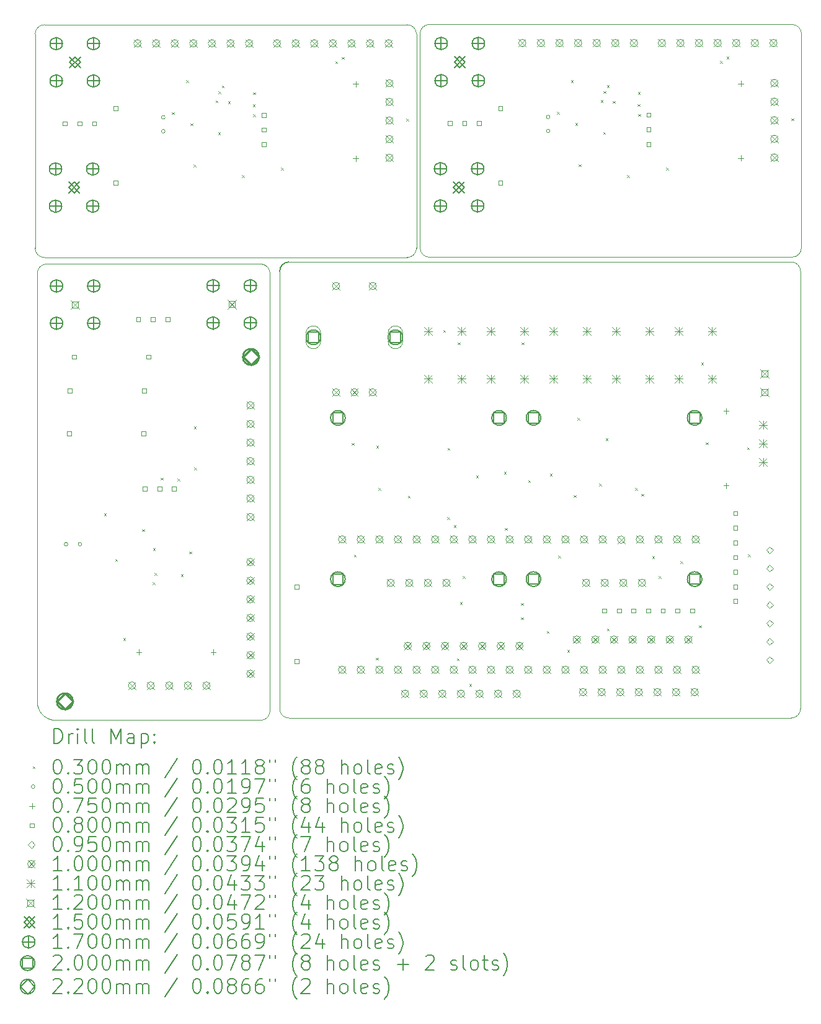
<source format=gbr>
%TF.GenerationSoftware,KiCad,Pcbnew,8.0.4*%
%TF.CreationDate,2025-05-03T00:51:25+05:30*%
%TF.ProjectId,TEST PNAL,54455354-2050-44e4-914c-2e6b69636164,rev?*%
%TF.SameCoordinates,Original*%
%TF.FileFunction,Drillmap*%
%TF.FilePolarity,Positive*%
%FSLAX45Y45*%
G04 Gerber Fmt 4.5, Leading zero omitted, Abs format (unit mm)*
G04 Created by KiCad (PCBNEW 8.0.4) date 2025-05-03 00:51:25*
%MOMM*%
%LPD*%
G01*
G04 APERTURE LIST*
%ADD10C,0.050000*%
%ADD11C,0.200000*%
%ADD12C,0.100000*%
%ADD13C,0.110000*%
%ADD14C,0.120000*%
%ADD15C,0.150000*%
%ADD16C,0.170000*%
%ADD17C,0.220000*%
G04 APERTURE END LIST*
D10*
X9271500Y-5587000D02*
G75*
G02*
X9398500Y-5460000I127000J0D01*
G01*
X14478500Y-8508000D02*
G75*
G02*
X14351500Y-8635000I-127000J0D01*
G01*
X14478500Y-8508000D02*
X14478500Y-5587000D01*
X9398500Y-8635000D02*
X14351500Y-8635000D01*
X9271500Y-5587000D02*
X9271500Y-8508000D01*
X9398500Y-5460000D02*
X14351500Y-5460000D01*
X9398500Y-8635000D02*
G75*
G02*
X9271500Y-8508000I0J127000D01*
G01*
X14351500Y-5460000D02*
G75*
G02*
X14478500Y-5587000I0J-127000D01*
G01*
X14466500Y-8827000D02*
X14466500Y-14796000D01*
X14339500Y-8700000D02*
G75*
G02*
X14466500Y-8827000I0J-127000D01*
G01*
X7354500Y-14796000D02*
X7354500Y-8827000D01*
X7481500Y-14923000D02*
G75*
G02*
X7354500Y-14796000I0J127000D01*
G01*
X14339500Y-14923000D02*
X7481500Y-14923000D01*
D11*
X7354500Y-8827000D02*
G75*
G02*
X7481500Y-8700000I127000J0D01*
G01*
D10*
X14466500Y-14796000D02*
G75*
G02*
X14339500Y-14923000I-127000J0D01*
G01*
X7481500Y-8700000D02*
X14339500Y-8700000D01*
X4015665Y-5590665D02*
G75*
G02*
X4142665Y-5463665I127000J0D01*
G01*
X4015665Y-5590665D02*
X4015665Y-8511665D01*
X4142665Y-8638665D02*
G75*
G02*
X4015665Y-8511665I0J127000D01*
G01*
X4142665Y-8638665D02*
X9095665Y-8638665D01*
X4142665Y-5463665D02*
X9095665Y-5463665D01*
X9095665Y-5463665D02*
G75*
G02*
X9222665Y-5590665I0J-127000D01*
G01*
X9222665Y-8511665D02*
X9222665Y-5590665D01*
X9222665Y-8511665D02*
G75*
G02*
X9095665Y-8638665I-127000J0D01*
G01*
D12*
X4057311Y-14783215D02*
X4053149Y-14771038D01*
X4161143Y-14910556D02*
X4150398Y-14903474D01*
X4049608Y-14758666D02*
X4046699Y-14746130D01*
X7208595Y-8808892D02*
X7210676Y-8814981D01*
X4051792Y-8802917D02*
X4054479Y-8797070D01*
X4106867Y-8741958D02*
X4112570Y-8738979D01*
X7115065Y-8728600D02*
X7121333Y-8730054D01*
X4087026Y-14840102D02*
X4079944Y-14829357D01*
X7095932Y-8726163D02*
X7102348Y-8726652D01*
X7127519Y-14943176D02*
X7121333Y-14944946D01*
X4090763Y-8752571D02*
X4095949Y-8748763D01*
X7156678Y-14929778D02*
X7151133Y-14933042D01*
X4073416Y-14818267D02*
X4067458Y-14806860D01*
X7206208Y-14872083D02*
X7203521Y-14877930D01*
X7212446Y-14853833D02*
X7210676Y-14860019D01*
X4130481Y-8731824D02*
X4136667Y-8730054D01*
X7215035Y-8833769D02*
X7215848Y-8840152D01*
X7133608Y-8733905D02*
X7139583Y-8736292D01*
X4044100Y-8827435D02*
X4045554Y-8821167D01*
X4053149Y-14771038D02*
X4049608Y-14758666D01*
X7216500Y-14822000D02*
X7216337Y-14828432D01*
X4072138Y-8770276D02*
X4076451Y-8765501D01*
X4124392Y-8733905D02*
X4130481Y-8731824D01*
X4081001Y-8760951D02*
X4085776Y-8756638D01*
X7212446Y-8821167D02*
X7213900Y-8827435D01*
X7210676Y-8814981D02*
X7212446Y-8821167D01*
X7121333Y-8730054D02*
X7127519Y-8731824D01*
X7206208Y-8802917D02*
X7208595Y-8808892D01*
X4130051Y-14887724D02*
X4120502Y-14879097D01*
X4244370Y-14943801D02*
X4231834Y-14940891D01*
X4282635Y-14948674D02*
X4269803Y-14947697D01*
X4068071Y-8775263D02*
X4072138Y-8770276D01*
X7185862Y-8770276D02*
X7189929Y-8775263D01*
X4207285Y-14933189D02*
X4195334Y-14928415D01*
X7089500Y-14949000D02*
X4295500Y-14949000D01*
X7200542Y-8791367D02*
X7203521Y-8797070D01*
X4112570Y-8738979D02*
X4118417Y-8736292D01*
X4067458Y-14806860D02*
X4062085Y-14795166D01*
X4231834Y-14940891D02*
X4219462Y-14937351D01*
X4079944Y-14829357D02*
X4073416Y-14818267D01*
X7139583Y-8736292D02*
X7145430Y-8738979D01*
X4102775Y-14860449D02*
X4094643Y-14850475D01*
X4111403Y-14869997D02*
X4102775Y-14860449D01*
X7108731Y-8727465D02*
X7115065Y-8728600D01*
X7089500Y-8726000D02*
X7095932Y-8726163D01*
X7181549Y-8765501D02*
X7185862Y-8770276D01*
X4149269Y-8727465D02*
X4155652Y-8726652D01*
X4101322Y-8745222D02*
X4106867Y-8741958D01*
X4042803Y-14720697D02*
X4041826Y-14707865D01*
X7145430Y-8738979D02*
X7151133Y-8741958D01*
X7197278Y-8785822D02*
X7200542Y-8791367D01*
X4219462Y-14937351D02*
X4207285Y-14933189D01*
X7115065Y-14946400D02*
X7108731Y-14947535D01*
X7145430Y-14936021D02*
X7139583Y-14938708D01*
X4269803Y-14947697D02*
X4257037Y-14946071D01*
X7151133Y-14933042D02*
X7145430Y-14936021D01*
X4257037Y-14946071D02*
X4244370Y-14943801D01*
X7215848Y-8840152D02*
X7216337Y-8846568D01*
X4041663Y-8846568D02*
X4042152Y-8840152D01*
X7193737Y-14894551D02*
X7189929Y-14899737D01*
X7213900Y-14847565D02*
X7212446Y-14853833D01*
X7176999Y-8760951D02*
X7181549Y-8765501D01*
X7172224Y-8756638D02*
X7176999Y-8760951D01*
X4172233Y-14917084D02*
X4161143Y-14910556D01*
X4142935Y-8728600D02*
X4149269Y-8727465D01*
X7102348Y-14948348D02*
X7095932Y-14948837D01*
X4041500Y-14695000D02*
X4041500Y-8853000D01*
X4168500Y-8726000D02*
X7089500Y-8726000D01*
X7102348Y-8726652D02*
X7108731Y-8727465D01*
X7176999Y-14914049D02*
X7172224Y-14918362D01*
X4150398Y-14903474D02*
X4140025Y-14895857D01*
X7189929Y-8775263D02*
X7193737Y-8780449D01*
X4057458Y-8791367D02*
X4060722Y-8785822D01*
X7133608Y-14941094D02*
X7127519Y-14943176D01*
X4118417Y-8736292D02*
X4124392Y-8733905D01*
X7215035Y-14841231D02*
X7213900Y-14847565D01*
X7210676Y-14860019D02*
X7208595Y-14866108D01*
X4041500Y-8853000D02*
X4041663Y-8846568D01*
X7208595Y-14866108D02*
X7206208Y-14872083D01*
X7139583Y-14938708D02*
X7133608Y-14941094D01*
X7172224Y-14918362D02*
X7167237Y-14922428D01*
X4295500Y-14949000D02*
X4282635Y-14948674D01*
X4183640Y-14923042D02*
X4172233Y-14917084D01*
X4085776Y-8756638D02*
X4090763Y-8752571D01*
X7215848Y-14834848D02*
X7215035Y-14841231D01*
X7213900Y-8827435D02*
X7215035Y-8833769D01*
X7193737Y-8780449D02*
X7197278Y-8785822D01*
X7203521Y-8797070D02*
X7206208Y-8802917D01*
X7162051Y-14926237D02*
X7156678Y-14929778D01*
X4041826Y-14707865D02*
X4041500Y-14695000D01*
X4044429Y-14733463D02*
X4042803Y-14720697D01*
X4094643Y-14850475D02*
X4087026Y-14840102D01*
X7216337Y-8846568D02*
X7216500Y-8853000D01*
X7216500Y-8853000D02*
X7216500Y-14822000D01*
X7167237Y-14922428D02*
X7162051Y-14926237D01*
X7197278Y-14889178D02*
X7193737Y-14894551D01*
X4076451Y-8765501D02*
X4081001Y-8760951D01*
X4155652Y-8726652D02*
X4162068Y-8726163D01*
X4045554Y-8821167D02*
X4047324Y-8814981D01*
X7203521Y-14877930D02*
X7200542Y-14883633D01*
X7185862Y-14904724D02*
X7181549Y-14909499D01*
X4095949Y-8748763D02*
X4101322Y-8745222D01*
X7108731Y-14947535D02*
X7102348Y-14948348D01*
X4042152Y-8840152D02*
X4042965Y-8833769D01*
X7216337Y-14828432D02*
X7215848Y-14834848D01*
X7200542Y-14883633D02*
X7197278Y-14889178D01*
X4046699Y-14746130D02*
X4044429Y-14733463D01*
X7189929Y-14899737D02*
X7185862Y-14904724D01*
X4140025Y-14895857D02*
X4130051Y-14887724D01*
X7121333Y-14944946D02*
X7115065Y-14946400D01*
X7167237Y-8752571D02*
X7172224Y-8756638D01*
X4195334Y-14928415D02*
X4183640Y-14923042D01*
X4064263Y-8780449D02*
X4068071Y-8775263D01*
X4042965Y-8833769D02*
X4044100Y-8827435D01*
X4162068Y-8726163D02*
X4168500Y-8726000D01*
X7151133Y-8741958D02*
X7156678Y-8745222D01*
X4062085Y-14795166D02*
X4057311Y-14783215D01*
X7127519Y-8731824D02*
X7133608Y-8733905D01*
X7095932Y-14948837D02*
X7089500Y-14949000D01*
X4054479Y-8797070D02*
X4057458Y-8791367D01*
X7181549Y-14909499D02*
X7176999Y-14914049D01*
X7156678Y-8745222D02*
X7162051Y-8748763D01*
X4136667Y-8730054D02*
X4142935Y-8728600D01*
X4047324Y-8814981D02*
X4049405Y-8808892D01*
X4060722Y-8785822D02*
X4064263Y-8780449D01*
X4120502Y-14879097D02*
X4111403Y-14869997D01*
X7162051Y-8748763D02*
X7167237Y-8752571D01*
X4049405Y-8808892D02*
X4051792Y-8802917D01*
D11*
D12*
X4957560Y-12132450D02*
X4987560Y-12162450D01*
X4987560Y-12132450D02*
X4957560Y-12162450D01*
X5110360Y-12753490D02*
X5140360Y-12783490D01*
X5140360Y-12753490D02*
X5110360Y-12783490D01*
X5219120Y-13832360D02*
X5249120Y-13862360D01*
X5249120Y-13832360D02*
X5219120Y-13862360D01*
X5478830Y-12347330D02*
X5508830Y-12377330D01*
X5508830Y-12347330D02*
X5478830Y-12377330D01*
X5621940Y-13068620D02*
X5651940Y-13098620D01*
X5651940Y-13068620D02*
X5621940Y-13098620D01*
X5624220Y-12602380D02*
X5654220Y-12632380D01*
X5654220Y-12602380D02*
X5624220Y-12632380D01*
X5647150Y-12943770D02*
X5677150Y-12973770D01*
X5677150Y-12943770D02*
X5647150Y-12973770D01*
X5729240Y-11643880D02*
X5759240Y-11673880D01*
X5759240Y-11643880D02*
X5729240Y-11673880D01*
X5884025Y-6656625D02*
X5914025Y-6686625D01*
X5914025Y-6656625D02*
X5884025Y-6686625D01*
X5960890Y-11655430D02*
X5990890Y-11685430D01*
X5990890Y-11655430D02*
X5960890Y-11685430D01*
X6006550Y-12958260D02*
X6036550Y-12988260D01*
X6036550Y-12958260D02*
X6006550Y-12988260D01*
X6076715Y-6222505D02*
X6106715Y-6252505D01*
X6106715Y-6222505D02*
X6076715Y-6252505D01*
X6119990Y-12650430D02*
X6149990Y-12680430D01*
X6149990Y-12650430D02*
X6119990Y-12680430D01*
X6136875Y-6809085D02*
X6166875Y-6839085D01*
X6166875Y-6809085D02*
X6136875Y-6839085D01*
X6179895Y-7369705D02*
X6209895Y-7399705D01*
X6209895Y-7369705D02*
X6179895Y-7399705D01*
X6183280Y-10944430D02*
X6213280Y-10974430D01*
X6213280Y-10944430D02*
X6183280Y-10974430D01*
X6189530Y-11504840D02*
X6219530Y-11534840D01*
X6219530Y-11504840D02*
X6189530Y-11534840D01*
X6481225Y-6496705D02*
X6511225Y-6526705D01*
X6511225Y-6496705D02*
X6481225Y-6526705D01*
X6514845Y-6932145D02*
X6544845Y-6962145D01*
X6544845Y-6932145D02*
X6514845Y-6962145D01*
X6518965Y-6373765D02*
X6548965Y-6403765D01*
X6548965Y-6373765D02*
X6518965Y-6403765D01*
X6566445Y-6291765D02*
X6596445Y-6321765D01*
X6596445Y-6291765D02*
X6566445Y-6321765D01*
X6648165Y-6507185D02*
X6678165Y-6537185D01*
X6678165Y-6507185D02*
X6648165Y-6537185D01*
X6839905Y-7518185D02*
X6869905Y-7548185D01*
X6869905Y-7518185D02*
X6839905Y-7548185D01*
X6987545Y-6548485D02*
X7017545Y-6578485D01*
X7017545Y-6548485D02*
X6987545Y-6578485D01*
X6990245Y-6387085D02*
X7020245Y-6417085D01*
X7020245Y-6387085D02*
X6990245Y-6417085D01*
X6992235Y-6684535D02*
X7022235Y-6714535D01*
X7022235Y-6684535D02*
X6992235Y-6714535D01*
X7375095Y-7416465D02*
X7405095Y-7446465D01*
X7405095Y-7416465D02*
X7375095Y-7446465D01*
X8113695Y-5963615D02*
X8143695Y-5993615D01*
X8143695Y-5963615D02*
X8113695Y-5993615D01*
X8201295Y-5903435D02*
X8231295Y-5933435D01*
X8231295Y-5903435D02*
X8201295Y-5933435D01*
X8336590Y-11168970D02*
X8366590Y-11198970D01*
X8366590Y-11168970D02*
X8336590Y-11198970D01*
X8369490Y-12693480D02*
X8399490Y-12723480D01*
X8399490Y-12693480D02*
X8369490Y-12723480D01*
X8670870Y-14097020D02*
X8700870Y-14127020D01*
X8700870Y-14097020D02*
X8670870Y-14127020D01*
X8674460Y-11209670D02*
X8704460Y-11239670D01*
X8704460Y-11209670D02*
X8674460Y-11239670D01*
X8700500Y-11782460D02*
X8730500Y-11812460D01*
X8730500Y-11782460D02*
X8700500Y-11812460D01*
X9084775Y-6745675D02*
X9114775Y-6775675D01*
X9114775Y-6745675D02*
X9084775Y-6775675D01*
X9103190Y-11890880D02*
X9133190Y-11920880D01*
X9133190Y-11890880D02*
X9103190Y-11920880D01*
X9589130Y-9627630D02*
X9619130Y-9657630D01*
X9619130Y-9627630D02*
X9589130Y-9657630D01*
X9640700Y-12182960D02*
X9670700Y-12212960D01*
X9670700Y-12182960D02*
X9640700Y-12212960D01*
X9646360Y-11237430D02*
X9676360Y-11267430D01*
X9676360Y-11237430D02*
X9646360Y-11267430D01*
X9732660Y-12291710D02*
X9762660Y-12321710D01*
X9762660Y-12291710D02*
X9732660Y-12321710D01*
X9773630Y-14108080D02*
X9803630Y-14138080D01*
X9803630Y-14108080D02*
X9773630Y-14138080D01*
X9784840Y-9797030D02*
X9814840Y-9827030D01*
X9814840Y-9797030D02*
X9784840Y-9827030D01*
X9815980Y-13339330D02*
X9845980Y-13369330D01*
X9845980Y-13339330D02*
X9815980Y-13369330D01*
X9855340Y-12985610D02*
X9885340Y-13015610D01*
X9885340Y-12985610D02*
X9855340Y-13015610D01*
X9943350Y-14458830D02*
X9973350Y-14488830D01*
X9973350Y-14458830D02*
X9943350Y-14488830D01*
X10036550Y-11615190D02*
X10066550Y-11645190D01*
X10066550Y-11615190D02*
X10036550Y-11645190D01*
X10418710Y-11562390D02*
X10448710Y-11592390D01*
X10448710Y-11562390D02*
X10418710Y-11592390D01*
X10430410Y-12327530D02*
X10460410Y-12357530D01*
X10460410Y-12327530D02*
X10430410Y-12357530D01*
X10649830Y-13352000D02*
X10679830Y-13382000D01*
X10679830Y-13352000D02*
X10649830Y-13382000D01*
X10649830Y-13547760D02*
X10679830Y-13577760D01*
X10679830Y-13547760D02*
X10649830Y-13577760D01*
X10658090Y-9797030D02*
X10688090Y-9827030D01*
X10688090Y-9797030D02*
X10658090Y-9827030D01*
X10746850Y-11676430D02*
X10776850Y-11706430D01*
X10776850Y-11676430D02*
X10746850Y-11706430D01*
X11000590Y-13735650D02*
X11030590Y-13765650D01*
X11030590Y-13735650D02*
X11000590Y-13765650D01*
X11044020Y-11588210D02*
X11074020Y-11618210D01*
X11074020Y-11588210D02*
X11044020Y-11618210D01*
X11139860Y-6652960D02*
X11169860Y-6682960D01*
X11169860Y-6652960D02*
X11139860Y-6682960D01*
X11157220Y-12705070D02*
X11187220Y-12735070D01*
X11187220Y-12705070D02*
X11157220Y-12735070D01*
X11281200Y-13994930D02*
X11311200Y-14024930D01*
X11311200Y-13994930D02*
X11281200Y-14024930D01*
X11332550Y-6218840D02*
X11362550Y-6248840D01*
X11362550Y-6218840D02*
X11332550Y-6248840D01*
X11370140Y-11878560D02*
X11400140Y-11908560D01*
X11400140Y-11878560D02*
X11370140Y-11908560D01*
X11392710Y-6805420D02*
X11422710Y-6835420D01*
X11422710Y-6805420D02*
X11392710Y-6835420D01*
X11419280Y-10827970D02*
X11449280Y-10857970D01*
X11449280Y-10827970D02*
X11419280Y-10857970D01*
X11435730Y-7366040D02*
X11465730Y-7396040D01*
X11465730Y-7366040D02*
X11435730Y-7396040D01*
X11717110Y-11723860D02*
X11747110Y-11753860D01*
X11747110Y-11723860D02*
X11717110Y-11753860D01*
X11737060Y-6493040D02*
X11767060Y-6523040D01*
X11767060Y-6493040D02*
X11737060Y-6523040D01*
X11770680Y-6928480D02*
X11800680Y-6958480D01*
X11800680Y-6928480D02*
X11770680Y-6958480D01*
X11774800Y-6370100D02*
X11804800Y-6400100D01*
X11804800Y-6370100D02*
X11774800Y-6400100D01*
X11805500Y-11108070D02*
X11835500Y-11138070D01*
X11835500Y-11108070D02*
X11805500Y-11138070D01*
X11821470Y-13699990D02*
X11851470Y-13729990D01*
X11851470Y-13699990D02*
X11821470Y-13729990D01*
X11822280Y-6288100D02*
X11852280Y-6318100D01*
X11852280Y-6288100D02*
X11822280Y-6318100D01*
X11904000Y-6503520D02*
X11934000Y-6533520D01*
X11934000Y-6503520D02*
X11904000Y-6533520D01*
X12095740Y-7514520D02*
X12125740Y-7544520D01*
X12125740Y-7514520D02*
X12095740Y-7544520D01*
X12207580Y-11785110D02*
X12237580Y-11815110D01*
X12237580Y-11785110D02*
X12207580Y-11815110D01*
X12243380Y-6544820D02*
X12273380Y-6574820D01*
X12273380Y-6544820D02*
X12243380Y-6574820D01*
X12246080Y-6383420D02*
X12276080Y-6413420D01*
X12276080Y-6383420D02*
X12246080Y-6413420D01*
X12248070Y-6680870D02*
X12278070Y-6710870D01*
X12278070Y-6680870D02*
X12248070Y-6710870D01*
X12293460Y-11864130D02*
X12323460Y-11894130D01*
X12323460Y-11864130D02*
X12293460Y-11894130D01*
X12441020Y-12714000D02*
X12471020Y-12744000D01*
X12471020Y-12714000D02*
X12441020Y-12744000D01*
X12529870Y-12985610D02*
X12559870Y-13015610D01*
X12559870Y-12985610D02*
X12529870Y-13015610D01*
X12630930Y-7412800D02*
X12660930Y-7442800D01*
X12660930Y-7412800D02*
X12630930Y-7442800D01*
X12827040Y-12780480D02*
X12857040Y-12810480D01*
X12857040Y-12780480D02*
X12827040Y-12810480D01*
X13080200Y-13659550D02*
X13110200Y-13689550D01*
X13110200Y-13659550D02*
X13080200Y-13689550D01*
X13110920Y-10072200D02*
X13140920Y-10102200D01*
X13140920Y-10072200D02*
X13110920Y-10102200D01*
X13171830Y-11161440D02*
X13201830Y-11191440D01*
X13201830Y-11161440D02*
X13171830Y-11191440D01*
X13369530Y-5959950D02*
X13399530Y-5989950D01*
X13399530Y-5959950D02*
X13369530Y-5989950D01*
X13457130Y-5899770D02*
X13487130Y-5929770D01*
X13487130Y-5899770D02*
X13457130Y-5929770D01*
X13734300Y-11229440D02*
X13764300Y-11259440D01*
X13764300Y-11229440D02*
X13734300Y-11259440D01*
X13748570Y-12688320D02*
X13778570Y-12718320D01*
X13778570Y-12688320D02*
X13748570Y-12718320D01*
X14340610Y-6742010D02*
X14370610Y-6772010D01*
X14370610Y-6742010D02*
X14340610Y-6772010D01*
X4462850Y-12550070D02*
G75*
G02*
X4412850Y-12550070I-25000J0D01*
G01*
X4412850Y-12550070D02*
G75*
G02*
X4462850Y-12550070I25000J0D01*
G01*
X4652850Y-12550070D02*
G75*
G02*
X4602850Y-12550070I-25000J0D01*
G01*
X4602850Y-12550070D02*
G75*
G02*
X4652850Y-12550070I25000J0D01*
G01*
X5790165Y-6726665D02*
G75*
G02*
X5740165Y-6726665I-25000J0D01*
G01*
X5740165Y-6726665D02*
G75*
G02*
X5790165Y-6726665I25000J0D01*
G01*
X5790165Y-6916665D02*
G75*
G02*
X5740165Y-6916665I-25000J0D01*
G01*
X5740165Y-6916665D02*
G75*
G02*
X5790165Y-6916665I25000J0D01*
G01*
X11046000Y-6723000D02*
G75*
G02*
X10996000Y-6723000I-25000J0D01*
G01*
X10996000Y-6723000D02*
G75*
G02*
X11046000Y-6723000I25000J0D01*
G01*
X11046000Y-6913000D02*
G75*
G02*
X10996000Y-6913000I-25000J0D01*
G01*
X10996000Y-6913000D02*
G75*
G02*
X11046000Y-6913000I25000J0D01*
G01*
X5432850Y-13985570D02*
X5432850Y-14060570D01*
X5395350Y-14023070D02*
X5470350Y-14023070D01*
X6448850Y-13985570D02*
X6448850Y-14060570D01*
X6411350Y-14023070D02*
X6486350Y-14023070D01*
X8395165Y-6234165D02*
X8395165Y-6309165D01*
X8357665Y-6271665D02*
X8432665Y-6271665D01*
X8395165Y-7250165D02*
X8395165Y-7325165D01*
X8357665Y-7287665D02*
X8432665Y-7287665D01*
X13450500Y-10694500D02*
X13450500Y-10769500D01*
X13413000Y-10732000D02*
X13488000Y-10732000D01*
X13450500Y-11710500D02*
X13450500Y-11785500D01*
X13413000Y-11748000D02*
X13488000Y-11748000D01*
X13651000Y-6230500D02*
X13651000Y-6305500D01*
X13613500Y-6268000D02*
X13688500Y-6268000D01*
X13651000Y-7246500D02*
X13651000Y-7321500D01*
X13613500Y-7284000D02*
X13688500Y-7284000D01*
X4450950Y-6839949D02*
X4450950Y-6783380D01*
X4394381Y-6783380D01*
X4394381Y-6839949D01*
X4450950Y-6839949D01*
X4506135Y-11066355D02*
X4506135Y-11009786D01*
X4449566Y-11009786D01*
X4449566Y-11066355D01*
X4506135Y-11066355D01*
X4516135Y-10486355D02*
X4516135Y-10429786D01*
X4459566Y-10429786D01*
X4459566Y-10486355D01*
X4516135Y-10486355D01*
X4577785Y-10024285D02*
X4577785Y-9967716D01*
X4521216Y-9967716D01*
X4521216Y-10024285D01*
X4577785Y-10024285D01*
X4650950Y-6839949D02*
X4650950Y-6783380D01*
X4594381Y-6783380D01*
X4594381Y-6839949D01*
X4650950Y-6839949D01*
X4850950Y-6839949D02*
X4850950Y-6783380D01*
X4794381Y-6783380D01*
X4794381Y-6839949D01*
X4850950Y-6839949D01*
X5140950Y-6634949D02*
X5140950Y-6578380D01*
X5084381Y-6578380D01*
X5084381Y-6634949D01*
X5140950Y-6634949D01*
X5140950Y-7650949D02*
X5140950Y-7594380D01*
X5084381Y-7594380D01*
X5084381Y-7650949D01*
X5140950Y-7650949D01*
X5452135Y-9510355D02*
X5452135Y-9453786D01*
X5395566Y-9453786D01*
X5395566Y-9510355D01*
X5452135Y-9510355D01*
X5522135Y-11066355D02*
X5522135Y-11009786D01*
X5465566Y-11009786D01*
X5465566Y-11066355D01*
X5522135Y-11066355D01*
X5532135Y-10486355D02*
X5532135Y-10429786D01*
X5475566Y-10429786D01*
X5475566Y-10486355D01*
X5532135Y-10486355D01*
X5542135Y-11822354D02*
X5542135Y-11765785D01*
X5485566Y-11765785D01*
X5485566Y-11822354D01*
X5542135Y-11822354D01*
X5593784Y-10024285D02*
X5593784Y-9967716D01*
X5537216Y-9967716D01*
X5537216Y-10024285D01*
X5593784Y-10024285D01*
X5652134Y-9510355D02*
X5652134Y-9453786D01*
X5595565Y-9453786D01*
X5595565Y-9510355D01*
X5652134Y-9510355D01*
X5742134Y-11822354D02*
X5742134Y-11765785D01*
X5685565Y-11765785D01*
X5685565Y-11822354D01*
X5742134Y-11822354D01*
X5852134Y-9510355D02*
X5852134Y-9453786D01*
X5795565Y-9453786D01*
X5795565Y-9510355D01*
X5852134Y-9510355D01*
X5942134Y-11822354D02*
X5942134Y-11765785D01*
X5885565Y-11765785D01*
X5885565Y-11822354D01*
X5942134Y-11822354D01*
X7165949Y-6724949D02*
X7165949Y-6668380D01*
X7109380Y-6668380D01*
X7109380Y-6724949D01*
X7165949Y-6724949D01*
X7165949Y-6924949D02*
X7165949Y-6868380D01*
X7109380Y-6868380D01*
X7109380Y-6924949D01*
X7165949Y-6924949D01*
X7165949Y-7124949D02*
X7165949Y-7068380D01*
X7109380Y-7068380D01*
X7109380Y-7124949D01*
X7165949Y-7124949D01*
X7615784Y-13160284D02*
X7615784Y-13103715D01*
X7559215Y-13103715D01*
X7559215Y-13160284D01*
X7615784Y-13160284D01*
X7615784Y-14176284D02*
X7615784Y-14119715D01*
X7559215Y-14119715D01*
X7559215Y-14176284D01*
X7615784Y-14176284D01*
X9706785Y-6836284D02*
X9706785Y-6779715D01*
X9650216Y-6779715D01*
X9650216Y-6836284D01*
X9706785Y-6836284D01*
X9906785Y-6836284D02*
X9906785Y-6779715D01*
X9850216Y-6779715D01*
X9850216Y-6836284D01*
X9906785Y-6836284D01*
X10106785Y-6836284D02*
X10106785Y-6779715D01*
X10050216Y-6779715D01*
X10050216Y-6836284D01*
X10106785Y-6836284D01*
X10396785Y-6631284D02*
X10396785Y-6574715D01*
X10340216Y-6574715D01*
X10340216Y-6631284D01*
X10396785Y-6631284D01*
X10396785Y-7647284D02*
X10396785Y-7590715D01*
X10340216Y-7590715D01*
X10340216Y-7647284D01*
X10396785Y-7647284D01*
X11815744Y-13485704D02*
X11815744Y-13429135D01*
X11759175Y-13429135D01*
X11759175Y-13485704D01*
X11815744Y-13485704D01*
X12015744Y-13485704D02*
X12015744Y-13429135D01*
X11959175Y-13429135D01*
X11959175Y-13485704D01*
X12015744Y-13485704D01*
X12215744Y-13485704D02*
X12215744Y-13429135D01*
X12159175Y-13429135D01*
X12159175Y-13485704D01*
X12215744Y-13485704D01*
X12415744Y-13485704D02*
X12415744Y-13429135D01*
X12359175Y-13429135D01*
X12359175Y-13485704D01*
X12415744Y-13485704D01*
X12421784Y-6721284D02*
X12421784Y-6664715D01*
X12365215Y-6664715D01*
X12365215Y-6721284D01*
X12421784Y-6721284D01*
X12421784Y-6921284D02*
X12421784Y-6864715D01*
X12365215Y-6864715D01*
X12365215Y-6921284D01*
X12421784Y-6921284D01*
X12421784Y-7121284D02*
X12421784Y-7064715D01*
X12365215Y-7064715D01*
X12365215Y-7121284D01*
X12421784Y-7121284D01*
X12615744Y-13485704D02*
X12615744Y-13429135D01*
X12559175Y-13429135D01*
X12559175Y-13485704D01*
X12615744Y-13485704D01*
X12815744Y-13485704D02*
X12815744Y-13429135D01*
X12759175Y-13429135D01*
X12759175Y-13485704D01*
X12815744Y-13485704D01*
X13015744Y-13485704D02*
X13015744Y-13429135D01*
X12959175Y-13429135D01*
X12959175Y-13485704D01*
X13015744Y-13485704D01*
X13605784Y-12157284D02*
X13605784Y-12100715D01*
X13549215Y-12100715D01*
X13549215Y-12157284D01*
X13605784Y-12157284D01*
X13605784Y-12357284D02*
X13605784Y-12300715D01*
X13549215Y-12300715D01*
X13549215Y-12357284D01*
X13605784Y-12357284D01*
X13605784Y-12557284D02*
X13605784Y-12500715D01*
X13549215Y-12500715D01*
X13549215Y-12557284D01*
X13605784Y-12557284D01*
X13605784Y-12757284D02*
X13605784Y-12700715D01*
X13549215Y-12700715D01*
X13549215Y-12757284D01*
X13605784Y-12757284D01*
X13605784Y-12957284D02*
X13605784Y-12900715D01*
X13549215Y-12900715D01*
X13549215Y-12957284D01*
X13605784Y-12957284D01*
X13605784Y-13157284D02*
X13605784Y-13100715D01*
X13549215Y-13100715D01*
X13549215Y-13157284D01*
X13605784Y-13157284D01*
X13605784Y-13357284D02*
X13605784Y-13300715D01*
X13549215Y-13300715D01*
X13549215Y-13357284D01*
X13605784Y-13357284D01*
X14046500Y-12676500D02*
X14094000Y-12629000D01*
X14046500Y-12581500D01*
X13999000Y-12629000D01*
X14046500Y-12676500D01*
X14046500Y-12926500D02*
X14094000Y-12879000D01*
X14046500Y-12831500D01*
X13999000Y-12879000D01*
X14046500Y-12926500D01*
X14046500Y-13176500D02*
X14094000Y-13129000D01*
X14046500Y-13081500D01*
X13999000Y-13129000D01*
X14046500Y-13176500D01*
X14046500Y-13426500D02*
X14094000Y-13379000D01*
X14046500Y-13331500D01*
X13999000Y-13379000D01*
X14046500Y-13426500D01*
X14046500Y-13676500D02*
X14094000Y-13629000D01*
X14046500Y-13581500D01*
X13999000Y-13629000D01*
X14046500Y-13676500D01*
X14046500Y-13926500D02*
X14094000Y-13879000D01*
X14046500Y-13831500D01*
X13999000Y-13879000D01*
X14046500Y-13926500D01*
X14046500Y-14176500D02*
X14094000Y-14129000D01*
X14046500Y-14081500D01*
X13999000Y-14129000D01*
X14046500Y-14176500D01*
X5288850Y-14429070D02*
X5388850Y-14529070D01*
X5388850Y-14429070D02*
X5288850Y-14529070D01*
X5388850Y-14479070D02*
G75*
G02*
X5288850Y-14479070I-50000J0D01*
G01*
X5288850Y-14479070D02*
G75*
G02*
X5388850Y-14479070I50000J0D01*
G01*
X5362665Y-5667665D02*
X5462665Y-5767665D01*
X5462665Y-5667665D02*
X5362665Y-5767665D01*
X5462665Y-5717665D02*
G75*
G02*
X5362665Y-5717665I-50000J0D01*
G01*
X5362665Y-5717665D02*
G75*
G02*
X5462665Y-5717665I50000J0D01*
G01*
X5542850Y-14429070D02*
X5642850Y-14529070D01*
X5642850Y-14429070D02*
X5542850Y-14529070D01*
X5642850Y-14479070D02*
G75*
G02*
X5542850Y-14479070I-50000J0D01*
G01*
X5542850Y-14479070D02*
G75*
G02*
X5642850Y-14479070I50000J0D01*
G01*
X5616665Y-5667665D02*
X5716665Y-5767665D01*
X5716665Y-5667665D02*
X5616665Y-5767665D01*
X5716665Y-5717665D02*
G75*
G02*
X5616665Y-5717665I-50000J0D01*
G01*
X5616665Y-5717665D02*
G75*
G02*
X5716665Y-5717665I50000J0D01*
G01*
X5796850Y-14429070D02*
X5896850Y-14529070D01*
X5896850Y-14429070D02*
X5796850Y-14529070D01*
X5896850Y-14479070D02*
G75*
G02*
X5796850Y-14479070I-50000J0D01*
G01*
X5796850Y-14479070D02*
G75*
G02*
X5896850Y-14479070I50000J0D01*
G01*
X5870665Y-5667665D02*
X5970665Y-5767665D01*
X5970665Y-5667665D02*
X5870665Y-5767665D01*
X5970665Y-5717665D02*
G75*
G02*
X5870665Y-5717665I-50000J0D01*
G01*
X5870665Y-5717665D02*
G75*
G02*
X5970665Y-5717665I50000J0D01*
G01*
X6050850Y-14429070D02*
X6150850Y-14529070D01*
X6150850Y-14429070D02*
X6050850Y-14529070D01*
X6150850Y-14479070D02*
G75*
G02*
X6050850Y-14479070I-50000J0D01*
G01*
X6050850Y-14479070D02*
G75*
G02*
X6150850Y-14479070I50000J0D01*
G01*
X6124665Y-5667665D02*
X6224665Y-5767665D01*
X6224665Y-5667665D02*
X6124665Y-5767665D01*
X6224665Y-5717665D02*
G75*
G02*
X6124665Y-5717665I-50000J0D01*
G01*
X6124665Y-5717665D02*
G75*
G02*
X6224665Y-5717665I50000J0D01*
G01*
X6304850Y-14429070D02*
X6404850Y-14529070D01*
X6404850Y-14429070D02*
X6304850Y-14529070D01*
X6404850Y-14479070D02*
G75*
G02*
X6304850Y-14479070I-50000J0D01*
G01*
X6304850Y-14479070D02*
G75*
G02*
X6404850Y-14479070I50000J0D01*
G01*
X6378665Y-5667665D02*
X6478665Y-5767665D01*
X6478665Y-5667665D02*
X6378665Y-5767665D01*
X6478665Y-5717665D02*
G75*
G02*
X6378665Y-5717665I-50000J0D01*
G01*
X6378665Y-5717665D02*
G75*
G02*
X6478665Y-5717665I50000J0D01*
G01*
X6632665Y-5667665D02*
X6732665Y-5767665D01*
X6732665Y-5667665D02*
X6632665Y-5767665D01*
X6732665Y-5717665D02*
G75*
G02*
X6632665Y-5717665I-50000J0D01*
G01*
X6632665Y-5717665D02*
G75*
G02*
X6732665Y-5717665I50000J0D01*
G01*
X6886665Y-5667665D02*
X6986665Y-5767665D01*
X6986665Y-5667665D02*
X6886665Y-5767665D01*
X6986665Y-5717665D02*
G75*
G02*
X6886665Y-5717665I-50000J0D01*
G01*
X6886665Y-5717665D02*
G75*
G02*
X6986665Y-5717665I50000J0D01*
G01*
X6904850Y-10604410D02*
X7004850Y-10704410D01*
X7004850Y-10604410D02*
X6904850Y-10704410D01*
X7004850Y-10654410D02*
G75*
G02*
X6904850Y-10654410I-50000J0D01*
G01*
X6904850Y-10654410D02*
G75*
G02*
X7004850Y-10654410I50000J0D01*
G01*
X6904850Y-10858410D02*
X7004850Y-10958410D01*
X7004850Y-10858410D02*
X6904850Y-10958410D01*
X7004850Y-10908410D02*
G75*
G02*
X6904850Y-10908410I-50000J0D01*
G01*
X6904850Y-10908410D02*
G75*
G02*
X7004850Y-10908410I50000J0D01*
G01*
X6904850Y-11112410D02*
X7004850Y-11212410D01*
X7004850Y-11112410D02*
X6904850Y-11212410D01*
X7004850Y-11162410D02*
G75*
G02*
X6904850Y-11162410I-50000J0D01*
G01*
X6904850Y-11162410D02*
G75*
G02*
X7004850Y-11162410I50000J0D01*
G01*
X6904850Y-11366410D02*
X7004850Y-11466410D01*
X7004850Y-11366410D02*
X6904850Y-11466410D01*
X7004850Y-11416410D02*
G75*
G02*
X6904850Y-11416410I-50000J0D01*
G01*
X6904850Y-11416410D02*
G75*
G02*
X7004850Y-11416410I50000J0D01*
G01*
X6904850Y-11620410D02*
X7004850Y-11720410D01*
X7004850Y-11620410D02*
X6904850Y-11720410D01*
X7004850Y-11670410D02*
G75*
G02*
X6904850Y-11670410I-50000J0D01*
G01*
X6904850Y-11670410D02*
G75*
G02*
X7004850Y-11670410I50000J0D01*
G01*
X6904850Y-11874410D02*
X7004850Y-11974410D01*
X7004850Y-11874410D02*
X6904850Y-11974410D01*
X7004850Y-11924410D02*
G75*
G02*
X6904850Y-11924410I-50000J0D01*
G01*
X6904850Y-11924410D02*
G75*
G02*
X7004850Y-11924410I50000J0D01*
G01*
X6904850Y-12128410D02*
X7004850Y-12228410D01*
X7004850Y-12128410D02*
X6904850Y-12228410D01*
X7004850Y-12178410D02*
G75*
G02*
X6904850Y-12178410I-50000J0D01*
G01*
X6904850Y-12178410D02*
G75*
G02*
X7004850Y-12178410I50000J0D01*
G01*
X6904850Y-12743630D02*
X7004850Y-12843630D01*
X7004850Y-12743630D02*
X6904850Y-12843630D01*
X7004850Y-12793630D02*
G75*
G02*
X6904850Y-12793630I-50000J0D01*
G01*
X6904850Y-12793630D02*
G75*
G02*
X7004850Y-12793630I50000J0D01*
G01*
X6904850Y-12997630D02*
X7004850Y-13097630D01*
X7004850Y-12997630D02*
X6904850Y-13097630D01*
X7004850Y-13047630D02*
G75*
G02*
X6904850Y-13047630I-50000J0D01*
G01*
X6904850Y-13047630D02*
G75*
G02*
X7004850Y-13047630I50000J0D01*
G01*
X6904850Y-13251630D02*
X7004850Y-13351630D01*
X7004850Y-13251630D02*
X6904850Y-13351630D01*
X7004850Y-13301630D02*
G75*
G02*
X6904850Y-13301630I-50000J0D01*
G01*
X6904850Y-13301630D02*
G75*
G02*
X7004850Y-13301630I50000J0D01*
G01*
X6904850Y-13505630D02*
X7004850Y-13605630D01*
X7004850Y-13505630D02*
X6904850Y-13605630D01*
X7004850Y-13555630D02*
G75*
G02*
X6904850Y-13555630I-50000J0D01*
G01*
X6904850Y-13555630D02*
G75*
G02*
X7004850Y-13555630I50000J0D01*
G01*
X6904850Y-13759630D02*
X7004850Y-13859630D01*
X7004850Y-13759630D02*
X6904850Y-13859630D01*
X7004850Y-13809630D02*
G75*
G02*
X6904850Y-13809630I-50000J0D01*
G01*
X6904850Y-13809630D02*
G75*
G02*
X7004850Y-13809630I50000J0D01*
G01*
X6904850Y-14013630D02*
X7004850Y-14113630D01*
X7004850Y-14013630D02*
X6904850Y-14113630D01*
X7004850Y-14063630D02*
G75*
G02*
X6904850Y-14063630I-50000J0D01*
G01*
X6904850Y-14063630D02*
G75*
G02*
X7004850Y-14063630I50000J0D01*
G01*
X6904850Y-14267630D02*
X7004850Y-14367630D01*
X7004850Y-14267630D02*
X6904850Y-14367630D01*
X7004850Y-14317630D02*
G75*
G02*
X6904850Y-14317630I-50000J0D01*
G01*
X6904850Y-14317630D02*
G75*
G02*
X7004850Y-14317630I50000J0D01*
G01*
X7267665Y-5667665D02*
X7367665Y-5767665D01*
X7367665Y-5667665D02*
X7267665Y-5767665D01*
X7367665Y-5717665D02*
G75*
G02*
X7267665Y-5717665I-50000J0D01*
G01*
X7267665Y-5717665D02*
G75*
G02*
X7367665Y-5717665I50000J0D01*
G01*
X7521665Y-5667665D02*
X7621665Y-5767665D01*
X7621665Y-5667665D02*
X7521665Y-5767665D01*
X7621665Y-5717665D02*
G75*
G02*
X7521665Y-5717665I-50000J0D01*
G01*
X7521665Y-5717665D02*
G75*
G02*
X7621665Y-5717665I50000J0D01*
G01*
X7775665Y-5667665D02*
X7875665Y-5767665D01*
X7875665Y-5667665D02*
X7775665Y-5767665D01*
X7875665Y-5717665D02*
G75*
G02*
X7775665Y-5717665I-50000J0D01*
G01*
X7775665Y-5717665D02*
G75*
G02*
X7875665Y-5717665I50000J0D01*
G01*
X8029665Y-5667665D02*
X8129665Y-5767665D01*
X8129665Y-5667665D02*
X8029665Y-5767665D01*
X8129665Y-5717665D02*
G75*
G02*
X8029665Y-5717665I-50000J0D01*
G01*
X8029665Y-5717665D02*
G75*
G02*
X8129665Y-5717665I50000J0D01*
G01*
X8074500Y-8978000D02*
X8174500Y-9078000D01*
X8174500Y-8978000D02*
X8074500Y-9078000D01*
X8174500Y-9028000D02*
G75*
G02*
X8074500Y-9028000I-50000J0D01*
G01*
X8074500Y-9028000D02*
G75*
G02*
X8174500Y-9028000I50000J0D01*
G01*
X8074500Y-10428000D02*
X8174500Y-10528000D01*
X8174500Y-10428000D02*
X8074500Y-10528000D01*
X8174500Y-10478000D02*
G75*
G02*
X8074500Y-10478000I-50000J0D01*
G01*
X8074500Y-10478000D02*
G75*
G02*
X8174500Y-10478000I50000J0D01*
G01*
X8157500Y-12435000D02*
X8257500Y-12535000D01*
X8257500Y-12435000D02*
X8157500Y-12535000D01*
X8257500Y-12485000D02*
G75*
G02*
X8157500Y-12485000I-50000J0D01*
G01*
X8157500Y-12485000D02*
G75*
G02*
X8257500Y-12485000I50000J0D01*
G01*
X8157500Y-14213000D02*
X8257500Y-14313000D01*
X8257500Y-14213000D02*
X8157500Y-14313000D01*
X8257500Y-14263000D02*
G75*
G02*
X8157500Y-14263000I-50000J0D01*
G01*
X8157500Y-14263000D02*
G75*
G02*
X8257500Y-14263000I50000J0D01*
G01*
X8283665Y-5667665D02*
X8383665Y-5767665D01*
X8383665Y-5667665D02*
X8283665Y-5767665D01*
X8383665Y-5717665D02*
G75*
G02*
X8283665Y-5717665I-50000J0D01*
G01*
X8283665Y-5717665D02*
G75*
G02*
X8383665Y-5717665I50000J0D01*
G01*
X8324500Y-10428000D02*
X8424500Y-10528000D01*
X8424500Y-10428000D02*
X8324500Y-10528000D01*
X8424500Y-10478000D02*
G75*
G02*
X8324500Y-10478000I-50000J0D01*
G01*
X8324500Y-10478000D02*
G75*
G02*
X8424500Y-10478000I50000J0D01*
G01*
X8411500Y-12435000D02*
X8511500Y-12535000D01*
X8511500Y-12435000D02*
X8411500Y-12535000D01*
X8511500Y-12485000D02*
G75*
G02*
X8411500Y-12485000I-50000J0D01*
G01*
X8411500Y-12485000D02*
G75*
G02*
X8511500Y-12485000I50000J0D01*
G01*
X8411500Y-14213000D02*
X8511500Y-14313000D01*
X8511500Y-14213000D02*
X8411500Y-14313000D01*
X8511500Y-14263000D02*
G75*
G02*
X8411500Y-14263000I-50000J0D01*
G01*
X8411500Y-14263000D02*
G75*
G02*
X8511500Y-14263000I50000J0D01*
G01*
X8537665Y-5667665D02*
X8637665Y-5767665D01*
X8637665Y-5667665D02*
X8537665Y-5767665D01*
X8637665Y-5717665D02*
G75*
G02*
X8537665Y-5717665I-50000J0D01*
G01*
X8537665Y-5717665D02*
G75*
G02*
X8637665Y-5717665I50000J0D01*
G01*
X8574500Y-8978000D02*
X8674500Y-9078000D01*
X8674500Y-8978000D02*
X8574500Y-9078000D01*
X8674500Y-9028000D02*
G75*
G02*
X8574500Y-9028000I-50000J0D01*
G01*
X8574500Y-9028000D02*
G75*
G02*
X8674500Y-9028000I50000J0D01*
G01*
X8574500Y-10428000D02*
X8674500Y-10528000D01*
X8674500Y-10428000D02*
X8574500Y-10528000D01*
X8674500Y-10478000D02*
G75*
G02*
X8574500Y-10478000I-50000J0D01*
G01*
X8574500Y-10478000D02*
G75*
G02*
X8674500Y-10478000I50000J0D01*
G01*
X8665500Y-12435000D02*
X8765500Y-12535000D01*
X8765500Y-12435000D02*
X8665500Y-12535000D01*
X8765500Y-12485000D02*
G75*
G02*
X8665500Y-12485000I-50000J0D01*
G01*
X8665500Y-12485000D02*
G75*
G02*
X8765500Y-12485000I50000J0D01*
G01*
X8665500Y-14213000D02*
X8765500Y-14313000D01*
X8765500Y-14213000D02*
X8665500Y-14313000D01*
X8765500Y-14263000D02*
G75*
G02*
X8665500Y-14263000I-50000J0D01*
G01*
X8665500Y-14263000D02*
G75*
G02*
X8765500Y-14263000I50000J0D01*
G01*
X8791665Y-5667665D02*
X8891665Y-5767665D01*
X8891665Y-5667665D02*
X8791665Y-5767665D01*
X8891665Y-5717665D02*
G75*
G02*
X8791665Y-5717665I-50000J0D01*
G01*
X8791665Y-5717665D02*
G75*
G02*
X8891665Y-5717665I50000J0D01*
G01*
X8802665Y-6211665D02*
X8902665Y-6311665D01*
X8902665Y-6211665D02*
X8802665Y-6311665D01*
X8902665Y-6261665D02*
G75*
G02*
X8802665Y-6261665I-50000J0D01*
G01*
X8802665Y-6261665D02*
G75*
G02*
X8902665Y-6261665I50000J0D01*
G01*
X8802665Y-6465665D02*
X8902665Y-6565665D01*
X8902665Y-6465665D02*
X8802665Y-6565665D01*
X8902665Y-6515665D02*
G75*
G02*
X8802665Y-6515665I-50000J0D01*
G01*
X8802665Y-6515665D02*
G75*
G02*
X8902665Y-6515665I50000J0D01*
G01*
X8802665Y-6719665D02*
X8902665Y-6819665D01*
X8902665Y-6719665D02*
X8802665Y-6819665D01*
X8902665Y-6769665D02*
G75*
G02*
X8802665Y-6769665I-50000J0D01*
G01*
X8802665Y-6769665D02*
G75*
G02*
X8902665Y-6769665I50000J0D01*
G01*
X8802665Y-6973665D02*
X8902665Y-7073665D01*
X8902665Y-6973665D02*
X8802665Y-7073665D01*
X8902665Y-7023665D02*
G75*
G02*
X8802665Y-7023665I-50000J0D01*
G01*
X8802665Y-7023665D02*
G75*
G02*
X8902665Y-7023665I50000J0D01*
G01*
X8802665Y-7227665D02*
X8902665Y-7327665D01*
X8902665Y-7227665D02*
X8802665Y-7327665D01*
X8902665Y-7277665D02*
G75*
G02*
X8802665Y-7277665I-50000J0D01*
G01*
X8802665Y-7277665D02*
G75*
G02*
X8902665Y-7277665I50000J0D01*
G01*
X8819000Y-13027600D02*
X8919000Y-13127600D01*
X8919000Y-13027600D02*
X8819000Y-13127600D01*
X8919000Y-13077600D02*
G75*
G02*
X8819000Y-13077600I-50000J0D01*
G01*
X8819000Y-13077600D02*
G75*
G02*
X8919000Y-13077600I50000J0D01*
G01*
X8919500Y-12435000D02*
X9019500Y-12535000D01*
X9019500Y-12435000D02*
X8919500Y-12535000D01*
X9019500Y-12485000D02*
G75*
G02*
X8919500Y-12485000I-50000J0D01*
G01*
X8919500Y-12485000D02*
G75*
G02*
X9019500Y-12485000I50000J0D01*
G01*
X8919500Y-14213000D02*
X9019500Y-14313000D01*
X9019500Y-14213000D02*
X8919500Y-14313000D01*
X9019500Y-14263000D02*
G75*
G02*
X8919500Y-14263000I-50000J0D01*
G01*
X8919500Y-14263000D02*
G75*
G02*
X9019500Y-14263000I50000J0D01*
G01*
X9017500Y-14539000D02*
X9117500Y-14639000D01*
X9117500Y-14539000D02*
X9017500Y-14639000D01*
X9117500Y-14589000D02*
G75*
G02*
X9017500Y-14589000I-50000J0D01*
G01*
X9017500Y-14589000D02*
G75*
G02*
X9117500Y-14589000I50000J0D01*
G01*
X9053500Y-13888000D02*
X9153500Y-13988000D01*
X9153500Y-13888000D02*
X9053500Y-13988000D01*
X9153500Y-13938000D02*
G75*
G02*
X9053500Y-13938000I-50000J0D01*
G01*
X9053500Y-13938000D02*
G75*
G02*
X9153500Y-13938000I50000J0D01*
G01*
X9073000Y-13027600D02*
X9173000Y-13127600D01*
X9173000Y-13027600D02*
X9073000Y-13127600D01*
X9173000Y-13077600D02*
G75*
G02*
X9073000Y-13077600I-50000J0D01*
G01*
X9073000Y-13077600D02*
G75*
G02*
X9173000Y-13077600I50000J0D01*
G01*
X9173500Y-12435000D02*
X9273500Y-12535000D01*
X9273500Y-12435000D02*
X9173500Y-12535000D01*
X9273500Y-12485000D02*
G75*
G02*
X9173500Y-12485000I-50000J0D01*
G01*
X9173500Y-12485000D02*
G75*
G02*
X9273500Y-12485000I50000J0D01*
G01*
X9173500Y-14213000D02*
X9273500Y-14313000D01*
X9273500Y-14213000D02*
X9173500Y-14313000D01*
X9273500Y-14263000D02*
G75*
G02*
X9173500Y-14263000I-50000J0D01*
G01*
X9173500Y-14263000D02*
G75*
G02*
X9273500Y-14263000I50000J0D01*
G01*
X9271500Y-14539000D02*
X9371500Y-14639000D01*
X9371500Y-14539000D02*
X9271500Y-14639000D01*
X9371500Y-14589000D02*
G75*
G02*
X9271500Y-14589000I-50000J0D01*
G01*
X9271500Y-14589000D02*
G75*
G02*
X9371500Y-14589000I50000J0D01*
G01*
X9307500Y-13888000D02*
X9407500Y-13988000D01*
X9407500Y-13888000D02*
X9307500Y-13988000D01*
X9407500Y-13938000D02*
G75*
G02*
X9307500Y-13938000I-50000J0D01*
G01*
X9307500Y-13938000D02*
G75*
G02*
X9407500Y-13938000I50000J0D01*
G01*
X9327000Y-13027600D02*
X9427000Y-13127600D01*
X9427000Y-13027600D02*
X9327000Y-13127600D01*
X9427000Y-13077600D02*
G75*
G02*
X9327000Y-13077600I-50000J0D01*
G01*
X9327000Y-13077600D02*
G75*
G02*
X9427000Y-13077600I50000J0D01*
G01*
X9427500Y-12435000D02*
X9527500Y-12535000D01*
X9527500Y-12435000D02*
X9427500Y-12535000D01*
X9527500Y-12485000D02*
G75*
G02*
X9427500Y-12485000I-50000J0D01*
G01*
X9427500Y-12485000D02*
G75*
G02*
X9527500Y-12485000I50000J0D01*
G01*
X9427500Y-14213000D02*
X9527500Y-14313000D01*
X9527500Y-14213000D02*
X9427500Y-14313000D01*
X9527500Y-14263000D02*
G75*
G02*
X9427500Y-14263000I-50000J0D01*
G01*
X9427500Y-14263000D02*
G75*
G02*
X9527500Y-14263000I50000J0D01*
G01*
X9525500Y-14539000D02*
X9625500Y-14639000D01*
X9625500Y-14539000D02*
X9525500Y-14639000D01*
X9625500Y-14589000D02*
G75*
G02*
X9525500Y-14589000I-50000J0D01*
G01*
X9525500Y-14589000D02*
G75*
G02*
X9625500Y-14589000I50000J0D01*
G01*
X9561500Y-13888000D02*
X9661500Y-13988000D01*
X9661500Y-13888000D02*
X9561500Y-13988000D01*
X9661500Y-13938000D02*
G75*
G02*
X9561500Y-13938000I-50000J0D01*
G01*
X9561500Y-13938000D02*
G75*
G02*
X9661500Y-13938000I50000J0D01*
G01*
X9581000Y-13027600D02*
X9681000Y-13127600D01*
X9681000Y-13027600D02*
X9581000Y-13127600D01*
X9681000Y-13077600D02*
G75*
G02*
X9581000Y-13077600I-50000J0D01*
G01*
X9581000Y-13077600D02*
G75*
G02*
X9681000Y-13077600I50000J0D01*
G01*
X9681500Y-12435000D02*
X9781500Y-12535000D01*
X9781500Y-12435000D02*
X9681500Y-12535000D01*
X9781500Y-12485000D02*
G75*
G02*
X9681500Y-12485000I-50000J0D01*
G01*
X9681500Y-12485000D02*
G75*
G02*
X9781500Y-12485000I50000J0D01*
G01*
X9681500Y-14213000D02*
X9781500Y-14313000D01*
X9781500Y-14213000D02*
X9681500Y-14313000D01*
X9781500Y-14263000D02*
G75*
G02*
X9681500Y-14263000I-50000J0D01*
G01*
X9681500Y-14263000D02*
G75*
G02*
X9781500Y-14263000I50000J0D01*
G01*
X9779500Y-14539000D02*
X9879500Y-14639000D01*
X9879500Y-14539000D02*
X9779500Y-14639000D01*
X9879500Y-14589000D02*
G75*
G02*
X9779500Y-14589000I-50000J0D01*
G01*
X9779500Y-14589000D02*
G75*
G02*
X9879500Y-14589000I50000J0D01*
G01*
X9815500Y-13888000D02*
X9915500Y-13988000D01*
X9915500Y-13888000D02*
X9815500Y-13988000D01*
X9915500Y-13938000D02*
G75*
G02*
X9815500Y-13938000I-50000J0D01*
G01*
X9815500Y-13938000D02*
G75*
G02*
X9915500Y-13938000I50000J0D01*
G01*
X9935500Y-12435000D02*
X10035500Y-12535000D01*
X10035500Y-12435000D02*
X9935500Y-12535000D01*
X10035500Y-12485000D02*
G75*
G02*
X9935500Y-12485000I-50000J0D01*
G01*
X9935500Y-12485000D02*
G75*
G02*
X10035500Y-12485000I50000J0D01*
G01*
X9935500Y-14213000D02*
X10035500Y-14313000D01*
X10035500Y-14213000D02*
X9935500Y-14313000D01*
X10035500Y-14263000D02*
G75*
G02*
X9935500Y-14263000I-50000J0D01*
G01*
X9935500Y-14263000D02*
G75*
G02*
X10035500Y-14263000I50000J0D01*
G01*
X10033500Y-14539000D02*
X10133500Y-14639000D01*
X10133500Y-14539000D02*
X10033500Y-14639000D01*
X10133500Y-14589000D02*
G75*
G02*
X10033500Y-14589000I-50000J0D01*
G01*
X10033500Y-14589000D02*
G75*
G02*
X10133500Y-14589000I50000J0D01*
G01*
X10069500Y-13888000D02*
X10169500Y-13988000D01*
X10169500Y-13888000D02*
X10069500Y-13988000D01*
X10169500Y-13938000D02*
G75*
G02*
X10069500Y-13938000I-50000J0D01*
G01*
X10069500Y-13938000D02*
G75*
G02*
X10169500Y-13938000I50000J0D01*
G01*
X10189500Y-12435000D02*
X10289500Y-12535000D01*
X10289500Y-12435000D02*
X10189500Y-12535000D01*
X10289500Y-12485000D02*
G75*
G02*
X10189500Y-12485000I-50000J0D01*
G01*
X10189500Y-12485000D02*
G75*
G02*
X10289500Y-12485000I50000J0D01*
G01*
X10189500Y-14213000D02*
X10289500Y-14313000D01*
X10289500Y-14213000D02*
X10189500Y-14313000D01*
X10289500Y-14263000D02*
G75*
G02*
X10189500Y-14263000I-50000J0D01*
G01*
X10189500Y-14263000D02*
G75*
G02*
X10289500Y-14263000I50000J0D01*
G01*
X10287500Y-14539000D02*
X10387500Y-14639000D01*
X10387500Y-14539000D02*
X10287500Y-14639000D01*
X10387500Y-14589000D02*
G75*
G02*
X10287500Y-14589000I-50000J0D01*
G01*
X10287500Y-14589000D02*
G75*
G02*
X10387500Y-14589000I50000J0D01*
G01*
X10323500Y-13888000D02*
X10423500Y-13988000D01*
X10423500Y-13888000D02*
X10323500Y-13988000D01*
X10423500Y-13938000D02*
G75*
G02*
X10323500Y-13938000I-50000J0D01*
G01*
X10323500Y-13938000D02*
G75*
G02*
X10423500Y-13938000I50000J0D01*
G01*
X10443500Y-12435000D02*
X10543500Y-12535000D01*
X10543500Y-12435000D02*
X10443500Y-12535000D01*
X10543500Y-12485000D02*
G75*
G02*
X10443500Y-12485000I-50000J0D01*
G01*
X10443500Y-12485000D02*
G75*
G02*
X10543500Y-12485000I50000J0D01*
G01*
X10443500Y-14213000D02*
X10543500Y-14313000D01*
X10543500Y-14213000D02*
X10443500Y-14313000D01*
X10543500Y-14263000D02*
G75*
G02*
X10443500Y-14263000I-50000J0D01*
G01*
X10443500Y-14263000D02*
G75*
G02*
X10543500Y-14263000I50000J0D01*
G01*
X10541500Y-14539000D02*
X10641500Y-14639000D01*
X10641500Y-14539000D02*
X10541500Y-14639000D01*
X10641500Y-14589000D02*
G75*
G02*
X10541500Y-14589000I-50000J0D01*
G01*
X10541500Y-14589000D02*
G75*
G02*
X10641500Y-14589000I50000J0D01*
G01*
X10577500Y-13888000D02*
X10677500Y-13988000D01*
X10677500Y-13888000D02*
X10577500Y-13988000D01*
X10677500Y-13938000D02*
G75*
G02*
X10577500Y-13938000I-50000J0D01*
G01*
X10577500Y-13938000D02*
G75*
G02*
X10677500Y-13938000I50000J0D01*
G01*
X10618500Y-5664000D02*
X10718500Y-5764000D01*
X10718500Y-5664000D02*
X10618500Y-5764000D01*
X10718500Y-5714000D02*
G75*
G02*
X10618500Y-5714000I-50000J0D01*
G01*
X10618500Y-5714000D02*
G75*
G02*
X10718500Y-5714000I50000J0D01*
G01*
X10697500Y-12435000D02*
X10797500Y-12535000D01*
X10797500Y-12435000D02*
X10697500Y-12535000D01*
X10797500Y-12485000D02*
G75*
G02*
X10697500Y-12485000I-50000J0D01*
G01*
X10697500Y-12485000D02*
G75*
G02*
X10797500Y-12485000I50000J0D01*
G01*
X10697500Y-14213000D02*
X10797500Y-14313000D01*
X10797500Y-14213000D02*
X10697500Y-14313000D01*
X10797500Y-14263000D02*
G75*
G02*
X10697500Y-14263000I-50000J0D01*
G01*
X10697500Y-14263000D02*
G75*
G02*
X10797500Y-14263000I50000J0D01*
G01*
X10872500Y-5664000D02*
X10972500Y-5764000D01*
X10972500Y-5664000D02*
X10872500Y-5764000D01*
X10972500Y-5714000D02*
G75*
G02*
X10872500Y-5714000I-50000J0D01*
G01*
X10872500Y-5714000D02*
G75*
G02*
X10972500Y-5714000I50000J0D01*
G01*
X10951500Y-12435000D02*
X11051500Y-12535000D01*
X11051500Y-12435000D02*
X10951500Y-12535000D01*
X11051500Y-12485000D02*
G75*
G02*
X10951500Y-12485000I-50000J0D01*
G01*
X10951500Y-12485000D02*
G75*
G02*
X11051500Y-12485000I50000J0D01*
G01*
X10951500Y-14213000D02*
X11051500Y-14313000D01*
X11051500Y-14213000D02*
X10951500Y-14313000D01*
X11051500Y-14263000D02*
G75*
G02*
X10951500Y-14263000I-50000J0D01*
G01*
X10951500Y-14263000D02*
G75*
G02*
X11051500Y-14263000I50000J0D01*
G01*
X11126500Y-5664000D02*
X11226500Y-5764000D01*
X11226500Y-5664000D02*
X11126500Y-5764000D01*
X11226500Y-5714000D02*
G75*
G02*
X11126500Y-5714000I-50000J0D01*
G01*
X11126500Y-5714000D02*
G75*
G02*
X11226500Y-5714000I50000J0D01*
G01*
X11205500Y-12435000D02*
X11305500Y-12535000D01*
X11305500Y-12435000D02*
X11205500Y-12535000D01*
X11305500Y-12485000D02*
G75*
G02*
X11205500Y-12485000I-50000J0D01*
G01*
X11205500Y-12485000D02*
G75*
G02*
X11305500Y-12485000I50000J0D01*
G01*
X11205500Y-14213000D02*
X11305500Y-14313000D01*
X11305500Y-14213000D02*
X11205500Y-14313000D01*
X11305500Y-14263000D02*
G75*
G02*
X11205500Y-14263000I-50000J0D01*
G01*
X11205500Y-14263000D02*
G75*
G02*
X11305500Y-14263000I50000J0D01*
G01*
X11360500Y-13802000D02*
X11460500Y-13902000D01*
X11460500Y-13802000D02*
X11360500Y-13902000D01*
X11460500Y-13852000D02*
G75*
G02*
X11360500Y-13852000I-50000J0D01*
G01*
X11360500Y-13852000D02*
G75*
G02*
X11460500Y-13852000I50000J0D01*
G01*
X11380500Y-5664000D02*
X11480500Y-5764000D01*
X11480500Y-5664000D02*
X11380500Y-5764000D01*
X11480500Y-5714000D02*
G75*
G02*
X11380500Y-5714000I-50000J0D01*
G01*
X11380500Y-5714000D02*
G75*
G02*
X11480500Y-5714000I50000J0D01*
G01*
X11446500Y-14519000D02*
X11546500Y-14619000D01*
X11546500Y-14519000D02*
X11446500Y-14619000D01*
X11546500Y-14569000D02*
G75*
G02*
X11446500Y-14569000I-50000J0D01*
G01*
X11446500Y-14569000D02*
G75*
G02*
X11546500Y-14569000I50000J0D01*
G01*
X11459500Y-12435000D02*
X11559500Y-12535000D01*
X11559500Y-12435000D02*
X11459500Y-12535000D01*
X11559500Y-12485000D02*
G75*
G02*
X11459500Y-12485000I-50000J0D01*
G01*
X11459500Y-12485000D02*
G75*
G02*
X11559500Y-12485000I50000J0D01*
G01*
X11459500Y-14213000D02*
X11559500Y-14313000D01*
X11559500Y-14213000D02*
X11459500Y-14313000D01*
X11559500Y-14263000D02*
G75*
G02*
X11459500Y-14263000I-50000J0D01*
G01*
X11459500Y-14263000D02*
G75*
G02*
X11559500Y-14263000I50000J0D01*
G01*
X11489500Y-13026750D02*
X11589500Y-13126750D01*
X11589500Y-13026750D02*
X11489500Y-13126750D01*
X11589500Y-13076750D02*
G75*
G02*
X11489500Y-13076750I-50000J0D01*
G01*
X11489500Y-13076750D02*
G75*
G02*
X11589500Y-13076750I50000J0D01*
G01*
X11614500Y-13802000D02*
X11714500Y-13902000D01*
X11714500Y-13802000D02*
X11614500Y-13902000D01*
X11714500Y-13852000D02*
G75*
G02*
X11614500Y-13852000I-50000J0D01*
G01*
X11614500Y-13852000D02*
G75*
G02*
X11714500Y-13852000I50000J0D01*
G01*
X11634500Y-5664000D02*
X11734500Y-5764000D01*
X11734500Y-5664000D02*
X11634500Y-5764000D01*
X11734500Y-5714000D02*
G75*
G02*
X11634500Y-5714000I-50000J0D01*
G01*
X11634500Y-5714000D02*
G75*
G02*
X11734500Y-5714000I50000J0D01*
G01*
X11700500Y-14519000D02*
X11800500Y-14619000D01*
X11800500Y-14519000D02*
X11700500Y-14619000D01*
X11800500Y-14569000D02*
G75*
G02*
X11700500Y-14569000I-50000J0D01*
G01*
X11700500Y-14569000D02*
G75*
G02*
X11800500Y-14569000I50000J0D01*
G01*
X11713500Y-12435000D02*
X11813500Y-12535000D01*
X11813500Y-12435000D02*
X11713500Y-12535000D01*
X11813500Y-12485000D02*
G75*
G02*
X11713500Y-12485000I-50000J0D01*
G01*
X11713500Y-12485000D02*
G75*
G02*
X11813500Y-12485000I50000J0D01*
G01*
X11713500Y-14213000D02*
X11813500Y-14313000D01*
X11813500Y-14213000D02*
X11713500Y-14313000D01*
X11813500Y-14263000D02*
G75*
G02*
X11713500Y-14263000I-50000J0D01*
G01*
X11713500Y-14263000D02*
G75*
G02*
X11813500Y-14263000I50000J0D01*
G01*
X11743500Y-13026750D02*
X11843500Y-13126750D01*
X11843500Y-13026750D02*
X11743500Y-13126750D01*
X11843500Y-13076750D02*
G75*
G02*
X11743500Y-13076750I-50000J0D01*
G01*
X11743500Y-13076750D02*
G75*
G02*
X11843500Y-13076750I50000J0D01*
G01*
X11868500Y-13802000D02*
X11968500Y-13902000D01*
X11968500Y-13802000D02*
X11868500Y-13902000D01*
X11968500Y-13852000D02*
G75*
G02*
X11868500Y-13852000I-50000J0D01*
G01*
X11868500Y-13852000D02*
G75*
G02*
X11968500Y-13852000I50000J0D01*
G01*
X11888500Y-5664000D02*
X11988500Y-5764000D01*
X11988500Y-5664000D02*
X11888500Y-5764000D01*
X11988500Y-5714000D02*
G75*
G02*
X11888500Y-5714000I-50000J0D01*
G01*
X11888500Y-5714000D02*
G75*
G02*
X11988500Y-5714000I50000J0D01*
G01*
X11954500Y-14519000D02*
X12054500Y-14619000D01*
X12054500Y-14519000D02*
X11954500Y-14619000D01*
X12054500Y-14569000D02*
G75*
G02*
X11954500Y-14569000I-50000J0D01*
G01*
X11954500Y-14569000D02*
G75*
G02*
X12054500Y-14569000I50000J0D01*
G01*
X11967500Y-12439188D02*
X12067500Y-12539188D01*
X12067500Y-12439188D02*
X11967500Y-12539188D01*
X12067500Y-12489188D02*
G75*
G02*
X11967500Y-12489188I-50000J0D01*
G01*
X11967500Y-12489188D02*
G75*
G02*
X12067500Y-12489188I50000J0D01*
G01*
X11967500Y-14213000D02*
X12067500Y-14313000D01*
X12067500Y-14213000D02*
X11967500Y-14313000D01*
X12067500Y-14263000D02*
G75*
G02*
X11967500Y-14263000I-50000J0D01*
G01*
X11967500Y-14263000D02*
G75*
G02*
X12067500Y-14263000I50000J0D01*
G01*
X11997500Y-13026750D02*
X12097500Y-13126750D01*
X12097500Y-13026750D02*
X11997500Y-13126750D01*
X12097500Y-13076750D02*
G75*
G02*
X11997500Y-13076750I-50000J0D01*
G01*
X11997500Y-13076750D02*
G75*
G02*
X12097500Y-13076750I50000J0D01*
G01*
X12122500Y-13802000D02*
X12222500Y-13902000D01*
X12222500Y-13802000D02*
X12122500Y-13902000D01*
X12222500Y-13852000D02*
G75*
G02*
X12122500Y-13852000I-50000J0D01*
G01*
X12122500Y-13852000D02*
G75*
G02*
X12222500Y-13852000I50000J0D01*
G01*
X12142500Y-5664000D02*
X12242500Y-5764000D01*
X12242500Y-5664000D02*
X12142500Y-5764000D01*
X12242500Y-5714000D02*
G75*
G02*
X12142500Y-5714000I-50000J0D01*
G01*
X12142500Y-5714000D02*
G75*
G02*
X12242500Y-5714000I50000J0D01*
G01*
X12208500Y-14519000D02*
X12308500Y-14619000D01*
X12308500Y-14519000D02*
X12208500Y-14619000D01*
X12308500Y-14569000D02*
G75*
G02*
X12208500Y-14569000I-50000J0D01*
G01*
X12208500Y-14569000D02*
G75*
G02*
X12308500Y-14569000I50000J0D01*
G01*
X12221500Y-12435000D02*
X12321500Y-12535000D01*
X12321500Y-12435000D02*
X12221500Y-12535000D01*
X12321500Y-12485000D02*
G75*
G02*
X12221500Y-12485000I-50000J0D01*
G01*
X12221500Y-12485000D02*
G75*
G02*
X12321500Y-12485000I50000J0D01*
G01*
X12221500Y-14213000D02*
X12321500Y-14313000D01*
X12321500Y-14213000D02*
X12221500Y-14313000D01*
X12321500Y-14263000D02*
G75*
G02*
X12221500Y-14263000I-50000J0D01*
G01*
X12221500Y-14263000D02*
G75*
G02*
X12321500Y-14263000I50000J0D01*
G01*
X12251500Y-13026750D02*
X12351500Y-13126750D01*
X12351500Y-13026750D02*
X12251500Y-13126750D01*
X12351500Y-13076750D02*
G75*
G02*
X12251500Y-13076750I-50000J0D01*
G01*
X12251500Y-13076750D02*
G75*
G02*
X12351500Y-13076750I50000J0D01*
G01*
X12376500Y-13802000D02*
X12476500Y-13902000D01*
X12476500Y-13802000D02*
X12376500Y-13902000D01*
X12476500Y-13852000D02*
G75*
G02*
X12376500Y-13852000I-50000J0D01*
G01*
X12376500Y-13852000D02*
G75*
G02*
X12476500Y-13852000I50000J0D01*
G01*
X12462500Y-14519000D02*
X12562500Y-14619000D01*
X12562500Y-14519000D02*
X12462500Y-14619000D01*
X12562500Y-14569000D02*
G75*
G02*
X12462500Y-14569000I-50000J0D01*
G01*
X12462500Y-14569000D02*
G75*
G02*
X12562500Y-14569000I50000J0D01*
G01*
X12475500Y-12435000D02*
X12575500Y-12535000D01*
X12575500Y-12435000D02*
X12475500Y-12535000D01*
X12575500Y-12485000D02*
G75*
G02*
X12475500Y-12485000I-50000J0D01*
G01*
X12475500Y-12485000D02*
G75*
G02*
X12575500Y-12485000I50000J0D01*
G01*
X12475500Y-14213000D02*
X12575500Y-14313000D01*
X12575500Y-14213000D02*
X12475500Y-14313000D01*
X12575500Y-14263000D02*
G75*
G02*
X12475500Y-14263000I-50000J0D01*
G01*
X12475500Y-14263000D02*
G75*
G02*
X12575500Y-14263000I50000J0D01*
G01*
X12523500Y-5664000D02*
X12623500Y-5764000D01*
X12623500Y-5664000D02*
X12523500Y-5764000D01*
X12623500Y-5714000D02*
G75*
G02*
X12523500Y-5714000I-50000J0D01*
G01*
X12523500Y-5714000D02*
G75*
G02*
X12623500Y-5714000I50000J0D01*
G01*
X12630500Y-13802000D02*
X12730500Y-13902000D01*
X12730500Y-13802000D02*
X12630500Y-13902000D01*
X12730500Y-13852000D02*
G75*
G02*
X12630500Y-13852000I-50000J0D01*
G01*
X12630500Y-13852000D02*
G75*
G02*
X12730500Y-13852000I50000J0D01*
G01*
X12716500Y-14519000D02*
X12816500Y-14619000D01*
X12816500Y-14519000D02*
X12716500Y-14619000D01*
X12816500Y-14569000D02*
G75*
G02*
X12716500Y-14569000I-50000J0D01*
G01*
X12716500Y-14569000D02*
G75*
G02*
X12816500Y-14569000I50000J0D01*
G01*
X12729500Y-12435000D02*
X12829500Y-12535000D01*
X12829500Y-12435000D02*
X12729500Y-12535000D01*
X12829500Y-12485000D02*
G75*
G02*
X12729500Y-12485000I-50000J0D01*
G01*
X12729500Y-12485000D02*
G75*
G02*
X12829500Y-12485000I50000J0D01*
G01*
X12729500Y-14213000D02*
X12829500Y-14313000D01*
X12829500Y-14213000D02*
X12729500Y-14313000D01*
X12829500Y-14263000D02*
G75*
G02*
X12729500Y-14263000I-50000J0D01*
G01*
X12729500Y-14263000D02*
G75*
G02*
X12829500Y-14263000I50000J0D01*
G01*
X12777500Y-5664000D02*
X12877500Y-5764000D01*
X12877500Y-5664000D02*
X12777500Y-5764000D01*
X12877500Y-5714000D02*
G75*
G02*
X12777500Y-5714000I-50000J0D01*
G01*
X12777500Y-5714000D02*
G75*
G02*
X12877500Y-5714000I50000J0D01*
G01*
X12884500Y-13802000D02*
X12984500Y-13902000D01*
X12984500Y-13802000D02*
X12884500Y-13902000D01*
X12984500Y-13852000D02*
G75*
G02*
X12884500Y-13852000I-50000J0D01*
G01*
X12884500Y-13852000D02*
G75*
G02*
X12984500Y-13852000I50000J0D01*
G01*
X12970500Y-14519000D02*
X13070500Y-14619000D01*
X13070500Y-14519000D02*
X12970500Y-14619000D01*
X13070500Y-14569000D02*
G75*
G02*
X12970500Y-14569000I-50000J0D01*
G01*
X12970500Y-14569000D02*
G75*
G02*
X13070500Y-14569000I50000J0D01*
G01*
X12983500Y-12435000D02*
X13083500Y-12535000D01*
X13083500Y-12435000D02*
X12983500Y-12535000D01*
X13083500Y-12485000D02*
G75*
G02*
X12983500Y-12485000I-50000J0D01*
G01*
X12983500Y-12485000D02*
G75*
G02*
X13083500Y-12485000I50000J0D01*
G01*
X12983500Y-14213000D02*
X13083500Y-14313000D01*
X13083500Y-14213000D02*
X12983500Y-14313000D01*
X13083500Y-14263000D02*
G75*
G02*
X12983500Y-14263000I-50000J0D01*
G01*
X12983500Y-14263000D02*
G75*
G02*
X13083500Y-14263000I50000J0D01*
G01*
X13031500Y-5664000D02*
X13131500Y-5764000D01*
X13131500Y-5664000D02*
X13031500Y-5764000D01*
X13131500Y-5714000D02*
G75*
G02*
X13031500Y-5714000I-50000J0D01*
G01*
X13031500Y-5714000D02*
G75*
G02*
X13131500Y-5714000I50000J0D01*
G01*
X13285500Y-5664000D02*
X13385500Y-5764000D01*
X13385500Y-5664000D02*
X13285500Y-5764000D01*
X13385500Y-5714000D02*
G75*
G02*
X13285500Y-5714000I-50000J0D01*
G01*
X13285500Y-5714000D02*
G75*
G02*
X13385500Y-5714000I50000J0D01*
G01*
X13539500Y-5664000D02*
X13639500Y-5764000D01*
X13639500Y-5664000D02*
X13539500Y-5764000D01*
X13639500Y-5714000D02*
G75*
G02*
X13539500Y-5714000I-50000J0D01*
G01*
X13539500Y-5714000D02*
G75*
G02*
X13639500Y-5714000I50000J0D01*
G01*
X13793500Y-5664000D02*
X13893500Y-5764000D01*
X13893500Y-5664000D02*
X13793500Y-5764000D01*
X13893500Y-5714000D02*
G75*
G02*
X13793500Y-5714000I-50000J0D01*
G01*
X13793500Y-5714000D02*
G75*
G02*
X13893500Y-5714000I50000J0D01*
G01*
X14047500Y-5664000D02*
X14147500Y-5764000D01*
X14147500Y-5664000D02*
X14047500Y-5764000D01*
X14147500Y-5714000D02*
G75*
G02*
X14047500Y-5714000I-50000J0D01*
G01*
X14047500Y-5714000D02*
G75*
G02*
X14147500Y-5714000I50000J0D01*
G01*
X14058500Y-6208000D02*
X14158500Y-6308000D01*
X14158500Y-6208000D02*
X14058500Y-6308000D01*
X14158500Y-6258000D02*
G75*
G02*
X14058500Y-6258000I-50000J0D01*
G01*
X14058500Y-6258000D02*
G75*
G02*
X14158500Y-6258000I50000J0D01*
G01*
X14058500Y-6462000D02*
X14158500Y-6562000D01*
X14158500Y-6462000D02*
X14058500Y-6562000D01*
X14158500Y-6512000D02*
G75*
G02*
X14058500Y-6512000I-50000J0D01*
G01*
X14058500Y-6512000D02*
G75*
G02*
X14158500Y-6512000I50000J0D01*
G01*
X14058500Y-6716000D02*
X14158500Y-6816000D01*
X14158500Y-6716000D02*
X14058500Y-6816000D01*
X14158500Y-6766000D02*
G75*
G02*
X14058500Y-6766000I-50000J0D01*
G01*
X14058500Y-6766000D02*
G75*
G02*
X14158500Y-6766000I50000J0D01*
G01*
X14058500Y-6970000D02*
X14158500Y-7070000D01*
X14158500Y-6970000D02*
X14058500Y-7070000D01*
X14158500Y-7020000D02*
G75*
G02*
X14058500Y-7020000I-50000J0D01*
G01*
X14058500Y-7020000D02*
G75*
G02*
X14158500Y-7020000I50000J0D01*
G01*
X14058500Y-7224000D02*
X14158500Y-7324000D01*
X14158500Y-7224000D02*
X14058500Y-7324000D01*
X14158500Y-7274000D02*
G75*
G02*
X14058500Y-7274000I-50000J0D01*
G01*
X14058500Y-7274000D02*
G75*
G02*
X14158500Y-7274000I50000J0D01*
G01*
D13*
X9331500Y-9590000D02*
X9441500Y-9700000D01*
X9441500Y-9590000D02*
X9331500Y-9700000D01*
X9386500Y-9590000D02*
X9386500Y-9700000D01*
X9331500Y-9645000D02*
X9441500Y-9645000D01*
X9331500Y-10240000D02*
X9441500Y-10350000D01*
X9441500Y-10240000D02*
X9331500Y-10350000D01*
X9386500Y-10240000D02*
X9386500Y-10350000D01*
X9331500Y-10295000D02*
X9441500Y-10295000D01*
X9781500Y-9590000D02*
X9891500Y-9700000D01*
X9891500Y-9590000D02*
X9781500Y-9700000D01*
X9836500Y-9590000D02*
X9836500Y-9700000D01*
X9781500Y-9645000D02*
X9891500Y-9645000D01*
X9781500Y-10240000D02*
X9891500Y-10350000D01*
X9891500Y-10240000D02*
X9781500Y-10350000D01*
X9836500Y-10240000D02*
X9836500Y-10350000D01*
X9781500Y-10295000D02*
X9891500Y-10295000D01*
X10186500Y-9590000D02*
X10296500Y-9700000D01*
X10296500Y-9590000D02*
X10186500Y-9700000D01*
X10241500Y-9590000D02*
X10241500Y-9700000D01*
X10186500Y-9645000D02*
X10296500Y-9645000D01*
X10186500Y-10240000D02*
X10296500Y-10350000D01*
X10296500Y-10240000D02*
X10186500Y-10350000D01*
X10241500Y-10240000D02*
X10241500Y-10350000D01*
X10186500Y-10295000D02*
X10296500Y-10295000D01*
X10636500Y-9590000D02*
X10746500Y-9700000D01*
X10746500Y-9590000D02*
X10636500Y-9700000D01*
X10691500Y-9590000D02*
X10691500Y-9700000D01*
X10636500Y-9645000D02*
X10746500Y-9645000D01*
X10636500Y-10240000D02*
X10746500Y-10350000D01*
X10746500Y-10240000D02*
X10636500Y-10350000D01*
X10691500Y-10240000D02*
X10691500Y-10350000D01*
X10636500Y-10295000D02*
X10746500Y-10295000D01*
X11041500Y-9590000D02*
X11151500Y-9700000D01*
X11151500Y-9590000D02*
X11041500Y-9700000D01*
X11096500Y-9590000D02*
X11096500Y-9700000D01*
X11041500Y-9645000D02*
X11151500Y-9645000D01*
X11041500Y-10240000D02*
X11151500Y-10350000D01*
X11151500Y-10240000D02*
X11041500Y-10350000D01*
X11096500Y-10240000D02*
X11096500Y-10350000D01*
X11041500Y-10295000D02*
X11151500Y-10295000D01*
X11491500Y-9590000D02*
X11601500Y-9700000D01*
X11601500Y-9590000D02*
X11491500Y-9700000D01*
X11546500Y-9590000D02*
X11546500Y-9700000D01*
X11491500Y-9645000D02*
X11601500Y-9645000D01*
X11491500Y-10240000D02*
X11601500Y-10350000D01*
X11601500Y-10240000D02*
X11491500Y-10350000D01*
X11546500Y-10240000D02*
X11546500Y-10350000D01*
X11491500Y-10295000D02*
X11601500Y-10295000D01*
X11896500Y-9590000D02*
X12006500Y-9700000D01*
X12006500Y-9590000D02*
X11896500Y-9700000D01*
X11951500Y-9590000D02*
X11951500Y-9700000D01*
X11896500Y-9645000D02*
X12006500Y-9645000D01*
X11896500Y-10240000D02*
X12006500Y-10350000D01*
X12006500Y-10240000D02*
X11896500Y-10350000D01*
X11951500Y-10240000D02*
X11951500Y-10350000D01*
X11896500Y-10295000D02*
X12006500Y-10295000D01*
X12346500Y-9590000D02*
X12456500Y-9700000D01*
X12456500Y-9590000D02*
X12346500Y-9700000D01*
X12401500Y-9590000D02*
X12401500Y-9700000D01*
X12346500Y-9645000D02*
X12456500Y-9645000D01*
X12346500Y-10240000D02*
X12456500Y-10350000D01*
X12456500Y-10240000D02*
X12346500Y-10350000D01*
X12401500Y-10240000D02*
X12401500Y-10350000D01*
X12346500Y-10295000D02*
X12456500Y-10295000D01*
X12751500Y-9590000D02*
X12861500Y-9700000D01*
X12861500Y-9590000D02*
X12751500Y-9700000D01*
X12806500Y-9590000D02*
X12806500Y-9700000D01*
X12751500Y-9645000D02*
X12861500Y-9645000D01*
X12751500Y-10240000D02*
X12861500Y-10350000D01*
X12861500Y-10240000D02*
X12751500Y-10350000D01*
X12806500Y-10240000D02*
X12806500Y-10350000D01*
X12751500Y-10295000D02*
X12861500Y-10295000D01*
X13201500Y-9590000D02*
X13311500Y-9700000D01*
X13311500Y-9590000D02*
X13201500Y-9700000D01*
X13256500Y-9590000D02*
X13256500Y-9700000D01*
X13201500Y-9645000D02*
X13311500Y-9645000D01*
X13201500Y-10240000D02*
X13311500Y-10350000D01*
X13311500Y-10240000D02*
X13201500Y-10350000D01*
X13256500Y-10240000D02*
X13256500Y-10350000D01*
X13201500Y-10295000D02*
X13311500Y-10295000D01*
X13903500Y-10870040D02*
X14013500Y-10980040D01*
X14013500Y-10870040D02*
X13903500Y-10980040D01*
X13958500Y-10870040D02*
X13958500Y-10980040D01*
X13903500Y-10925040D02*
X14013500Y-10925040D01*
X13903500Y-11124040D02*
X14013500Y-11234040D01*
X14013500Y-11124040D02*
X13903500Y-11234040D01*
X13958500Y-11124040D02*
X13958500Y-11234040D01*
X13903500Y-11179040D02*
X14013500Y-11179040D01*
X13903500Y-11378040D02*
X14013500Y-11488040D01*
X14013500Y-11378040D02*
X13903500Y-11488040D01*
X13958500Y-11378040D02*
X13958500Y-11488040D01*
X13903500Y-11433040D02*
X14013500Y-11433040D01*
D14*
X4501850Y-9222070D02*
X4621850Y-9342070D01*
X4621850Y-9222070D02*
X4501850Y-9342070D01*
X4604277Y-9324497D02*
X4604277Y-9239643D01*
X4519423Y-9239643D01*
X4519423Y-9324497D01*
X4604277Y-9324497D01*
X6639850Y-9219070D02*
X6759850Y-9339070D01*
X6759850Y-9219070D02*
X6639850Y-9339070D01*
X6742277Y-9321497D02*
X6742277Y-9236643D01*
X6657423Y-9236643D01*
X6657423Y-9321497D01*
X6742277Y-9321497D01*
X13918820Y-10164000D02*
X14038820Y-10284000D01*
X14038820Y-10164000D02*
X13918820Y-10284000D01*
X14021247Y-10266427D02*
X14021247Y-10181573D01*
X13936393Y-10181573D01*
X13936393Y-10266427D01*
X14021247Y-10266427D01*
X13918820Y-10418000D02*
X14038820Y-10538000D01*
X14038820Y-10418000D02*
X13918820Y-10538000D01*
X14021247Y-10520427D02*
X14021247Y-10435573D01*
X13936393Y-10435573D01*
X13936393Y-10520427D01*
X14021247Y-10520427D01*
D15*
X4473665Y-7610665D02*
X4623665Y-7760665D01*
X4623665Y-7610665D02*
X4473665Y-7760665D01*
X4548665Y-7760665D02*
X4623665Y-7685665D01*
X4548665Y-7610665D01*
X4473665Y-7685665D01*
X4548665Y-7760665D01*
X4482665Y-5901665D02*
X4632665Y-6051665D01*
X4632665Y-5901665D02*
X4482665Y-6051665D01*
X4557665Y-6051665D02*
X4632665Y-5976665D01*
X4557665Y-5901665D01*
X4482665Y-5976665D01*
X4557665Y-6051665D01*
X9729500Y-7607000D02*
X9879500Y-7757000D01*
X9879500Y-7607000D02*
X9729500Y-7757000D01*
X9804500Y-7757000D02*
X9879500Y-7682000D01*
X9804500Y-7607000D01*
X9729500Y-7682000D01*
X9804500Y-7757000D01*
X9738500Y-5898000D02*
X9888500Y-6048000D01*
X9888500Y-5898000D02*
X9738500Y-6048000D01*
X9813500Y-6048000D02*
X9888500Y-5973000D01*
X9813500Y-5898000D01*
X9738500Y-5973000D01*
X9813500Y-6048000D01*
D16*
X4294665Y-7346665D02*
X4294665Y-7516665D01*
X4209665Y-7431665D02*
X4379665Y-7431665D01*
X4379665Y-7431665D02*
G75*
G02*
X4209665Y-7431665I-85000J0D01*
G01*
X4209665Y-7431665D02*
G75*
G02*
X4379665Y-7431665I85000J0D01*
G01*
X4294665Y-7854665D02*
X4294665Y-8024665D01*
X4209665Y-7939665D02*
X4379665Y-7939665D01*
X4379665Y-7939665D02*
G75*
G02*
X4209665Y-7939665I-85000J0D01*
G01*
X4209665Y-7939665D02*
G75*
G02*
X4379665Y-7939665I85000J0D01*
G01*
X4303665Y-5637665D02*
X4303665Y-5807665D01*
X4218665Y-5722665D02*
X4388665Y-5722665D01*
X4388665Y-5722665D02*
G75*
G02*
X4218665Y-5722665I-85000J0D01*
G01*
X4218665Y-5722665D02*
G75*
G02*
X4388665Y-5722665I85000J0D01*
G01*
X4303665Y-6145665D02*
X4303665Y-6315665D01*
X4218665Y-6230665D02*
X4388665Y-6230665D01*
X4388665Y-6230665D02*
G75*
G02*
X4218665Y-6230665I-85000J0D01*
G01*
X4218665Y-6230665D02*
G75*
G02*
X4388665Y-6230665I85000J0D01*
G01*
X4307850Y-8943070D02*
X4307850Y-9113070D01*
X4222850Y-9028070D02*
X4392850Y-9028070D01*
X4392850Y-9028070D02*
G75*
G02*
X4222850Y-9028070I-85000J0D01*
G01*
X4222850Y-9028070D02*
G75*
G02*
X4392850Y-9028070I85000J0D01*
G01*
X4307850Y-9451070D02*
X4307850Y-9621070D01*
X4222850Y-9536070D02*
X4392850Y-9536070D01*
X4392850Y-9536070D02*
G75*
G02*
X4222850Y-9536070I-85000J0D01*
G01*
X4222850Y-9536070D02*
G75*
G02*
X4392850Y-9536070I85000J0D01*
G01*
X4802665Y-7346665D02*
X4802665Y-7516665D01*
X4717665Y-7431665D02*
X4887665Y-7431665D01*
X4887665Y-7431665D02*
G75*
G02*
X4717665Y-7431665I-85000J0D01*
G01*
X4717665Y-7431665D02*
G75*
G02*
X4887665Y-7431665I85000J0D01*
G01*
X4802665Y-7854665D02*
X4802665Y-8024665D01*
X4717665Y-7939665D02*
X4887665Y-7939665D01*
X4887665Y-7939665D02*
G75*
G02*
X4717665Y-7939665I-85000J0D01*
G01*
X4717665Y-7939665D02*
G75*
G02*
X4887665Y-7939665I85000J0D01*
G01*
X4811665Y-5637665D02*
X4811665Y-5807665D01*
X4726665Y-5722665D02*
X4896665Y-5722665D01*
X4896665Y-5722665D02*
G75*
G02*
X4726665Y-5722665I-85000J0D01*
G01*
X4726665Y-5722665D02*
G75*
G02*
X4896665Y-5722665I85000J0D01*
G01*
X4811665Y-6145665D02*
X4811665Y-6315665D01*
X4726665Y-6230665D02*
X4896665Y-6230665D01*
X4896665Y-6230665D02*
G75*
G02*
X4726665Y-6230665I-85000J0D01*
G01*
X4726665Y-6230665D02*
G75*
G02*
X4896665Y-6230665I85000J0D01*
G01*
X4815850Y-8943070D02*
X4815850Y-9113070D01*
X4730850Y-9028070D02*
X4900850Y-9028070D01*
X4900850Y-9028070D02*
G75*
G02*
X4730850Y-9028070I-85000J0D01*
G01*
X4730850Y-9028070D02*
G75*
G02*
X4900850Y-9028070I85000J0D01*
G01*
X4815850Y-9451070D02*
X4815850Y-9621070D01*
X4730850Y-9536070D02*
X4900850Y-9536070D01*
X4900850Y-9536070D02*
G75*
G02*
X4730850Y-9536070I-85000J0D01*
G01*
X4730850Y-9536070D02*
G75*
G02*
X4900850Y-9536070I85000J0D01*
G01*
X6445850Y-8940070D02*
X6445850Y-9110070D01*
X6360850Y-9025070D02*
X6530850Y-9025070D01*
X6530850Y-9025070D02*
G75*
G02*
X6360850Y-9025070I-85000J0D01*
G01*
X6360850Y-9025070D02*
G75*
G02*
X6530850Y-9025070I85000J0D01*
G01*
X6445850Y-9448070D02*
X6445850Y-9618070D01*
X6360850Y-9533070D02*
X6530850Y-9533070D01*
X6530850Y-9533070D02*
G75*
G02*
X6360850Y-9533070I-85000J0D01*
G01*
X6360850Y-9533070D02*
G75*
G02*
X6530850Y-9533070I85000J0D01*
G01*
X6953850Y-8940070D02*
X6953850Y-9110070D01*
X6868850Y-9025070D02*
X7038850Y-9025070D01*
X7038850Y-9025070D02*
G75*
G02*
X6868850Y-9025070I-85000J0D01*
G01*
X6868850Y-9025070D02*
G75*
G02*
X7038850Y-9025070I85000J0D01*
G01*
X6953850Y-9448070D02*
X6953850Y-9618070D01*
X6868850Y-9533070D02*
X7038850Y-9533070D01*
X7038850Y-9533070D02*
G75*
G02*
X6868850Y-9533070I-85000J0D01*
G01*
X6868850Y-9533070D02*
G75*
G02*
X7038850Y-9533070I85000J0D01*
G01*
X9550500Y-7343000D02*
X9550500Y-7513000D01*
X9465500Y-7428000D02*
X9635500Y-7428000D01*
X9635500Y-7428000D02*
G75*
G02*
X9465500Y-7428000I-85000J0D01*
G01*
X9465500Y-7428000D02*
G75*
G02*
X9635500Y-7428000I85000J0D01*
G01*
X9550500Y-7851000D02*
X9550500Y-8021000D01*
X9465500Y-7936000D02*
X9635500Y-7936000D01*
X9635500Y-7936000D02*
G75*
G02*
X9465500Y-7936000I-85000J0D01*
G01*
X9465500Y-7936000D02*
G75*
G02*
X9635500Y-7936000I85000J0D01*
G01*
X9559500Y-5634000D02*
X9559500Y-5804000D01*
X9474500Y-5719000D02*
X9644500Y-5719000D01*
X9644500Y-5719000D02*
G75*
G02*
X9474500Y-5719000I-85000J0D01*
G01*
X9474500Y-5719000D02*
G75*
G02*
X9644500Y-5719000I85000J0D01*
G01*
X9559500Y-6142000D02*
X9559500Y-6312000D01*
X9474500Y-6227000D02*
X9644500Y-6227000D01*
X9644500Y-6227000D02*
G75*
G02*
X9474500Y-6227000I-85000J0D01*
G01*
X9474500Y-6227000D02*
G75*
G02*
X9644500Y-6227000I85000J0D01*
G01*
X10058500Y-7343000D02*
X10058500Y-7513000D01*
X9973500Y-7428000D02*
X10143500Y-7428000D01*
X10143500Y-7428000D02*
G75*
G02*
X9973500Y-7428000I-85000J0D01*
G01*
X9973500Y-7428000D02*
G75*
G02*
X10143500Y-7428000I85000J0D01*
G01*
X10058500Y-7851000D02*
X10058500Y-8021000D01*
X9973500Y-7936000D02*
X10143500Y-7936000D01*
X10143500Y-7936000D02*
G75*
G02*
X9973500Y-7936000I-85000J0D01*
G01*
X9973500Y-7936000D02*
G75*
G02*
X10143500Y-7936000I85000J0D01*
G01*
X10067500Y-5634000D02*
X10067500Y-5804000D01*
X9982500Y-5719000D02*
X10152500Y-5719000D01*
X10152500Y-5719000D02*
G75*
G02*
X9982500Y-5719000I-85000J0D01*
G01*
X9982500Y-5719000D02*
G75*
G02*
X10152500Y-5719000I85000J0D01*
G01*
X10067500Y-6142000D02*
X10067500Y-6312000D01*
X9982500Y-6227000D02*
X10152500Y-6227000D01*
X10152500Y-6227000D02*
G75*
G02*
X9982500Y-6227000I-85000J0D01*
G01*
X9982500Y-6227000D02*
G75*
G02*
X10152500Y-6227000I85000J0D01*
G01*
D11*
X7885211Y-9798711D02*
X7885211Y-9657289D01*
X7743789Y-9657289D01*
X7743789Y-9798711D01*
X7885211Y-9798711D01*
X7914500Y-9728000D02*
G75*
G02*
X7714500Y-9728000I-100000J0D01*
G01*
X7714500Y-9728000D02*
G75*
G02*
X7914500Y-9728000I100000J0D01*
G01*
D12*
X7914500Y-9783000D02*
X7914500Y-9673000D01*
X7714500Y-9673000D02*
G75*
G02*
X7914500Y-9673000I100000J0D01*
G01*
X7714500Y-9673000D02*
X7714500Y-9783000D01*
X7714500Y-9783000D02*
G75*
G03*
X7914500Y-9783000I100000J0D01*
G01*
D11*
X8220711Y-10898311D02*
X8220711Y-10756889D01*
X8079289Y-10756889D01*
X8079289Y-10898311D01*
X8220711Y-10898311D01*
X8250000Y-10827600D02*
G75*
G02*
X8050000Y-10827600I-100000J0D01*
G01*
X8050000Y-10827600D02*
G75*
G02*
X8250000Y-10827600I100000J0D01*
G01*
X8220711Y-13098311D02*
X8220711Y-12956889D01*
X8079289Y-12956889D01*
X8079289Y-13098311D01*
X8220711Y-13098311D01*
X8250000Y-13027600D02*
G75*
G02*
X8050000Y-13027600I-100000J0D01*
G01*
X8050000Y-13027600D02*
G75*
G02*
X8250000Y-13027600I100000J0D01*
G01*
X9005211Y-9798711D02*
X9005211Y-9657289D01*
X8863789Y-9657289D01*
X8863789Y-9798711D01*
X9005211Y-9798711D01*
X9034500Y-9728000D02*
G75*
G02*
X8834500Y-9728000I-100000J0D01*
G01*
X8834500Y-9728000D02*
G75*
G02*
X9034500Y-9728000I100000J0D01*
G01*
D12*
X9034500Y-9783000D02*
X9034500Y-9673000D01*
X8834500Y-9673000D02*
G75*
G02*
X9034500Y-9673000I100000J0D01*
G01*
X8834500Y-9673000D02*
X8834500Y-9783000D01*
X8834500Y-9783000D02*
G75*
G03*
X9034500Y-9783000I100000J0D01*
G01*
D11*
X10420711Y-10898311D02*
X10420711Y-10756889D01*
X10279289Y-10756889D01*
X10279289Y-10898311D01*
X10420711Y-10898311D01*
X10450000Y-10827600D02*
G75*
G02*
X10250000Y-10827600I-100000J0D01*
G01*
X10250000Y-10827600D02*
G75*
G02*
X10450000Y-10827600I100000J0D01*
G01*
X10420711Y-13098311D02*
X10420711Y-12956889D01*
X10279289Y-12956889D01*
X10279289Y-13098311D01*
X10420711Y-13098311D01*
X10450000Y-13027600D02*
G75*
G02*
X10250000Y-13027600I-100000J0D01*
G01*
X10250000Y-13027600D02*
G75*
G02*
X10450000Y-13027600I100000J0D01*
G01*
X10891211Y-10897461D02*
X10891211Y-10756039D01*
X10749789Y-10756039D01*
X10749789Y-10897461D01*
X10891211Y-10897461D01*
X10920500Y-10826750D02*
G75*
G02*
X10720500Y-10826750I-100000J0D01*
G01*
X10720500Y-10826750D02*
G75*
G02*
X10920500Y-10826750I100000J0D01*
G01*
X10891211Y-13097461D02*
X10891211Y-12956039D01*
X10749789Y-12956039D01*
X10749789Y-13097461D01*
X10891211Y-13097461D01*
X10920500Y-13026750D02*
G75*
G02*
X10720500Y-13026750I-100000J0D01*
G01*
X10720500Y-13026750D02*
G75*
G02*
X10920500Y-13026750I100000J0D01*
G01*
X13091211Y-10897461D02*
X13091211Y-10756039D01*
X12949789Y-10756039D01*
X12949789Y-10897461D01*
X13091211Y-10897461D01*
X13120500Y-10826750D02*
G75*
G02*
X12920500Y-10826750I-100000J0D01*
G01*
X12920500Y-10826750D02*
G75*
G02*
X13120500Y-10826750I100000J0D01*
G01*
X13091211Y-13097461D02*
X13091211Y-12956039D01*
X12949789Y-12956039D01*
X12949789Y-13097461D01*
X13091211Y-13097461D01*
X13120500Y-13026750D02*
G75*
G02*
X12920500Y-13026750I-100000J0D01*
G01*
X12920500Y-13026750D02*
G75*
G02*
X13120500Y-13026750I100000J0D01*
G01*
D17*
X4422500Y-14805000D02*
X4532500Y-14695000D01*
X4422500Y-14585000D01*
X4312500Y-14695000D01*
X4422500Y-14805000D01*
X4532500Y-14695000D02*
G75*
G02*
X4312500Y-14695000I-110000J0D01*
G01*
X4312500Y-14695000D02*
G75*
G02*
X4532500Y-14695000I110000J0D01*
G01*
X6962500Y-10106000D02*
X7072500Y-9996000D01*
X6962500Y-9886000D01*
X6852500Y-9996000D01*
X6962500Y-10106000D01*
X7072500Y-9996000D02*
G75*
G02*
X6852500Y-9996000I-110000J0D01*
G01*
X6852500Y-9996000D02*
G75*
G02*
X7072500Y-9996000I110000J0D01*
G01*
D11*
X4273942Y-15265484D02*
X4273942Y-15065484D01*
X4273942Y-15065484D02*
X4321561Y-15065484D01*
X4321561Y-15065484D02*
X4350132Y-15075008D01*
X4350132Y-15075008D02*
X4369180Y-15094055D01*
X4369180Y-15094055D02*
X4378704Y-15113103D01*
X4378704Y-15113103D02*
X4388228Y-15151198D01*
X4388228Y-15151198D02*
X4388228Y-15179769D01*
X4388228Y-15179769D02*
X4378704Y-15217865D01*
X4378704Y-15217865D02*
X4369180Y-15236912D01*
X4369180Y-15236912D02*
X4350132Y-15255960D01*
X4350132Y-15255960D02*
X4321561Y-15265484D01*
X4321561Y-15265484D02*
X4273942Y-15265484D01*
X4473942Y-15265484D02*
X4473942Y-15132150D01*
X4473942Y-15170246D02*
X4483466Y-15151198D01*
X4483466Y-15151198D02*
X4492989Y-15141674D01*
X4492989Y-15141674D02*
X4512037Y-15132150D01*
X4512037Y-15132150D02*
X4531085Y-15132150D01*
X4597751Y-15265484D02*
X4597751Y-15132150D01*
X4597751Y-15065484D02*
X4588228Y-15075008D01*
X4588228Y-15075008D02*
X4597751Y-15084531D01*
X4597751Y-15084531D02*
X4607275Y-15075008D01*
X4607275Y-15075008D02*
X4597751Y-15065484D01*
X4597751Y-15065484D02*
X4597751Y-15084531D01*
X4721561Y-15265484D02*
X4702513Y-15255960D01*
X4702513Y-15255960D02*
X4692989Y-15236912D01*
X4692989Y-15236912D02*
X4692989Y-15065484D01*
X4826323Y-15265484D02*
X4807275Y-15255960D01*
X4807275Y-15255960D02*
X4797751Y-15236912D01*
X4797751Y-15236912D02*
X4797751Y-15065484D01*
X5054894Y-15265484D02*
X5054894Y-15065484D01*
X5054894Y-15065484D02*
X5121561Y-15208341D01*
X5121561Y-15208341D02*
X5188228Y-15065484D01*
X5188228Y-15065484D02*
X5188228Y-15265484D01*
X5369180Y-15265484D02*
X5369180Y-15160722D01*
X5369180Y-15160722D02*
X5359656Y-15141674D01*
X5359656Y-15141674D02*
X5340609Y-15132150D01*
X5340609Y-15132150D02*
X5302513Y-15132150D01*
X5302513Y-15132150D02*
X5283466Y-15141674D01*
X5369180Y-15255960D02*
X5350132Y-15265484D01*
X5350132Y-15265484D02*
X5302513Y-15265484D01*
X5302513Y-15265484D02*
X5283466Y-15255960D01*
X5283466Y-15255960D02*
X5273942Y-15236912D01*
X5273942Y-15236912D02*
X5273942Y-15217865D01*
X5273942Y-15217865D02*
X5283466Y-15198817D01*
X5283466Y-15198817D02*
X5302513Y-15189293D01*
X5302513Y-15189293D02*
X5350132Y-15189293D01*
X5350132Y-15189293D02*
X5369180Y-15179769D01*
X5464418Y-15132150D02*
X5464418Y-15332150D01*
X5464418Y-15141674D02*
X5483466Y-15132150D01*
X5483466Y-15132150D02*
X5521561Y-15132150D01*
X5521561Y-15132150D02*
X5540609Y-15141674D01*
X5540609Y-15141674D02*
X5550132Y-15151198D01*
X5550132Y-15151198D02*
X5559656Y-15170246D01*
X5559656Y-15170246D02*
X5559656Y-15227388D01*
X5559656Y-15227388D02*
X5550132Y-15246436D01*
X5550132Y-15246436D02*
X5540609Y-15255960D01*
X5540609Y-15255960D02*
X5521561Y-15265484D01*
X5521561Y-15265484D02*
X5483466Y-15265484D01*
X5483466Y-15265484D02*
X5464418Y-15255960D01*
X5645370Y-15246436D02*
X5654894Y-15255960D01*
X5654894Y-15255960D02*
X5645370Y-15265484D01*
X5645370Y-15265484D02*
X5635847Y-15255960D01*
X5635847Y-15255960D02*
X5645370Y-15246436D01*
X5645370Y-15246436D02*
X5645370Y-15265484D01*
X5645370Y-15141674D02*
X5654894Y-15151198D01*
X5654894Y-15151198D02*
X5645370Y-15160722D01*
X5645370Y-15160722D02*
X5635847Y-15151198D01*
X5635847Y-15151198D02*
X5645370Y-15141674D01*
X5645370Y-15141674D02*
X5645370Y-15160722D01*
D12*
X3983165Y-15579000D02*
X4013165Y-15609000D01*
X4013165Y-15579000D02*
X3983165Y-15609000D01*
D11*
X4312037Y-15485484D02*
X4331085Y-15485484D01*
X4331085Y-15485484D02*
X4350132Y-15495008D01*
X4350132Y-15495008D02*
X4359656Y-15504531D01*
X4359656Y-15504531D02*
X4369180Y-15523579D01*
X4369180Y-15523579D02*
X4378704Y-15561674D01*
X4378704Y-15561674D02*
X4378704Y-15609293D01*
X4378704Y-15609293D02*
X4369180Y-15647388D01*
X4369180Y-15647388D02*
X4359656Y-15666436D01*
X4359656Y-15666436D02*
X4350132Y-15675960D01*
X4350132Y-15675960D02*
X4331085Y-15685484D01*
X4331085Y-15685484D02*
X4312037Y-15685484D01*
X4312037Y-15685484D02*
X4292989Y-15675960D01*
X4292989Y-15675960D02*
X4283466Y-15666436D01*
X4283466Y-15666436D02*
X4273942Y-15647388D01*
X4273942Y-15647388D02*
X4264418Y-15609293D01*
X4264418Y-15609293D02*
X4264418Y-15561674D01*
X4264418Y-15561674D02*
X4273942Y-15523579D01*
X4273942Y-15523579D02*
X4283466Y-15504531D01*
X4283466Y-15504531D02*
X4292989Y-15495008D01*
X4292989Y-15495008D02*
X4312037Y-15485484D01*
X4464418Y-15666436D02*
X4473942Y-15675960D01*
X4473942Y-15675960D02*
X4464418Y-15685484D01*
X4464418Y-15685484D02*
X4454894Y-15675960D01*
X4454894Y-15675960D02*
X4464418Y-15666436D01*
X4464418Y-15666436D02*
X4464418Y-15685484D01*
X4540609Y-15485484D02*
X4664418Y-15485484D01*
X4664418Y-15485484D02*
X4597751Y-15561674D01*
X4597751Y-15561674D02*
X4626323Y-15561674D01*
X4626323Y-15561674D02*
X4645370Y-15571198D01*
X4645370Y-15571198D02*
X4654894Y-15580722D01*
X4654894Y-15580722D02*
X4664418Y-15599769D01*
X4664418Y-15599769D02*
X4664418Y-15647388D01*
X4664418Y-15647388D02*
X4654894Y-15666436D01*
X4654894Y-15666436D02*
X4645370Y-15675960D01*
X4645370Y-15675960D02*
X4626323Y-15685484D01*
X4626323Y-15685484D02*
X4569180Y-15685484D01*
X4569180Y-15685484D02*
X4550132Y-15675960D01*
X4550132Y-15675960D02*
X4540609Y-15666436D01*
X4788228Y-15485484D02*
X4807275Y-15485484D01*
X4807275Y-15485484D02*
X4826323Y-15495008D01*
X4826323Y-15495008D02*
X4835847Y-15504531D01*
X4835847Y-15504531D02*
X4845370Y-15523579D01*
X4845370Y-15523579D02*
X4854894Y-15561674D01*
X4854894Y-15561674D02*
X4854894Y-15609293D01*
X4854894Y-15609293D02*
X4845370Y-15647388D01*
X4845370Y-15647388D02*
X4835847Y-15666436D01*
X4835847Y-15666436D02*
X4826323Y-15675960D01*
X4826323Y-15675960D02*
X4807275Y-15685484D01*
X4807275Y-15685484D02*
X4788228Y-15685484D01*
X4788228Y-15685484D02*
X4769180Y-15675960D01*
X4769180Y-15675960D02*
X4759656Y-15666436D01*
X4759656Y-15666436D02*
X4750132Y-15647388D01*
X4750132Y-15647388D02*
X4740609Y-15609293D01*
X4740609Y-15609293D02*
X4740609Y-15561674D01*
X4740609Y-15561674D02*
X4750132Y-15523579D01*
X4750132Y-15523579D02*
X4759656Y-15504531D01*
X4759656Y-15504531D02*
X4769180Y-15495008D01*
X4769180Y-15495008D02*
X4788228Y-15485484D01*
X4978704Y-15485484D02*
X4997751Y-15485484D01*
X4997751Y-15485484D02*
X5016799Y-15495008D01*
X5016799Y-15495008D02*
X5026323Y-15504531D01*
X5026323Y-15504531D02*
X5035847Y-15523579D01*
X5035847Y-15523579D02*
X5045370Y-15561674D01*
X5045370Y-15561674D02*
X5045370Y-15609293D01*
X5045370Y-15609293D02*
X5035847Y-15647388D01*
X5035847Y-15647388D02*
X5026323Y-15666436D01*
X5026323Y-15666436D02*
X5016799Y-15675960D01*
X5016799Y-15675960D02*
X4997751Y-15685484D01*
X4997751Y-15685484D02*
X4978704Y-15685484D01*
X4978704Y-15685484D02*
X4959656Y-15675960D01*
X4959656Y-15675960D02*
X4950132Y-15666436D01*
X4950132Y-15666436D02*
X4940609Y-15647388D01*
X4940609Y-15647388D02*
X4931085Y-15609293D01*
X4931085Y-15609293D02*
X4931085Y-15561674D01*
X4931085Y-15561674D02*
X4940609Y-15523579D01*
X4940609Y-15523579D02*
X4950132Y-15504531D01*
X4950132Y-15504531D02*
X4959656Y-15495008D01*
X4959656Y-15495008D02*
X4978704Y-15485484D01*
X5131085Y-15685484D02*
X5131085Y-15552150D01*
X5131085Y-15571198D02*
X5140609Y-15561674D01*
X5140609Y-15561674D02*
X5159656Y-15552150D01*
X5159656Y-15552150D02*
X5188228Y-15552150D01*
X5188228Y-15552150D02*
X5207275Y-15561674D01*
X5207275Y-15561674D02*
X5216799Y-15580722D01*
X5216799Y-15580722D02*
X5216799Y-15685484D01*
X5216799Y-15580722D02*
X5226323Y-15561674D01*
X5226323Y-15561674D02*
X5245370Y-15552150D01*
X5245370Y-15552150D02*
X5273942Y-15552150D01*
X5273942Y-15552150D02*
X5292990Y-15561674D01*
X5292990Y-15561674D02*
X5302513Y-15580722D01*
X5302513Y-15580722D02*
X5302513Y-15685484D01*
X5397751Y-15685484D02*
X5397751Y-15552150D01*
X5397751Y-15571198D02*
X5407275Y-15561674D01*
X5407275Y-15561674D02*
X5426323Y-15552150D01*
X5426323Y-15552150D02*
X5454894Y-15552150D01*
X5454894Y-15552150D02*
X5473942Y-15561674D01*
X5473942Y-15561674D02*
X5483466Y-15580722D01*
X5483466Y-15580722D02*
X5483466Y-15685484D01*
X5483466Y-15580722D02*
X5492990Y-15561674D01*
X5492990Y-15561674D02*
X5512037Y-15552150D01*
X5512037Y-15552150D02*
X5540609Y-15552150D01*
X5540609Y-15552150D02*
X5559656Y-15561674D01*
X5559656Y-15561674D02*
X5569180Y-15580722D01*
X5569180Y-15580722D02*
X5569180Y-15685484D01*
X5959656Y-15475960D02*
X5788228Y-15733103D01*
X6216799Y-15485484D02*
X6235847Y-15485484D01*
X6235847Y-15485484D02*
X6254894Y-15495008D01*
X6254894Y-15495008D02*
X6264418Y-15504531D01*
X6264418Y-15504531D02*
X6273942Y-15523579D01*
X6273942Y-15523579D02*
X6283466Y-15561674D01*
X6283466Y-15561674D02*
X6283466Y-15609293D01*
X6283466Y-15609293D02*
X6273942Y-15647388D01*
X6273942Y-15647388D02*
X6264418Y-15666436D01*
X6264418Y-15666436D02*
X6254894Y-15675960D01*
X6254894Y-15675960D02*
X6235847Y-15685484D01*
X6235847Y-15685484D02*
X6216799Y-15685484D01*
X6216799Y-15685484D02*
X6197751Y-15675960D01*
X6197751Y-15675960D02*
X6188228Y-15666436D01*
X6188228Y-15666436D02*
X6178704Y-15647388D01*
X6178704Y-15647388D02*
X6169180Y-15609293D01*
X6169180Y-15609293D02*
X6169180Y-15561674D01*
X6169180Y-15561674D02*
X6178704Y-15523579D01*
X6178704Y-15523579D02*
X6188228Y-15504531D01*
X6188228Y-15504531D02*
X6197751Y-15495008D01*
X6197751Y-15495008D02*
X6216799Y-15485484D01*
X6369180Y-15666436D02*
X6378704Y-15675960D01*
X6378704Y-15675960D02*
X6369180Y-15685484D01*
X6369180Y-15685484D02*
X6359656Y-15675960D01*
X6359656Y-15675960D02*
X6369180Y-15666436D01*
X6369180Y-15666436D02*
X6369180Y-15685484D01*
X6502513Y-15485484D02*
X6521561Y-15485484D01*
X6521561Y-15485484D02*
X6540609Y-15495008D01*
X6540609Y-15495008D02*
X6550132Y-15504531D01*
X6550132Y-15504531D02*
X6559656Y-15523579D01*
X6559656Y-15523579D02*
X6569180Y-15561674D01*
X6569180Y-15561674D02*
X6569180Y-15609293D01*
X6569180Y-15609293D02*
X6559656Y-15647388D01*
X6559656Y-15647388D02*
X6550132Y-15666436D01*
X6550132Y-15666436D02*
X6540609Y-15675960D01*
X6540609Y-15675960D02*
X6521561Y-15685484D01*
X6521561Y-15685484D02*
X6502513Y-15685484D01*
X6502513Y-15685484D02*
X6483466Y-15675960D01*
X6483466Y-15675960D02*
X6473942Y-15666436D01*
X6473942Y-15666436D02*
X6464418Y-15647388D01*
X6464418Y-15647388D02*
X6454894Y-15609293D01*
X6454894Y-15609293D02*
X6454894Y-15561674D01*
X6454894Y-15561674D02*
X6464418Y-15523579D01*
X6464418Y-15523579D02*
X6473942Y-15504531D01*
X6473942Y-15504531D02*
X6483466Y-15495008D01*
X6483466Y-15495008D02*
X6502513Y-15485484D01*
X6759656Y-15685484D02*
X6645371Y-15685484D01*
X6702513Y-15685484D02*
X6702513Y-15485484D01*
X6702513Y-15485484D02*
X6683466Y-15514055D01*
X6683466Y-15514055D02*
X6664418Y-15533103D01*
X6664418Y-15533103D02*
X6645371Y-15542627D01*
X6950132Y-15685484D02*
X6835847Y-15685484D01*
X6892990Y-15685484D02*
X6892990Y-15485484D01*
X6892990Y-15485484D02*
X6873942Y-15514055D01*
X6873942Y-15514055D02*
X6854894Y-15533103D01*
X6854894Y-15533103D02*
X6835847Y-15542627D01*
X7064418Y-15571198D02*
X7045371Y-15561674D01*
X7045371Y-15561674D02*
X7035847Y-15552150D01*
X7035847Y-15552150D02*
X7026323Y-15533103D01*
X7026323Y-15533103D02*
X7026323Y-15523579D01*
X7026323Y-15523579D02*
X7035847Y-15504531D01*
X7035847Y-15504531D02*
X7045371Y-15495008D01*
X7045371Y-15495008D02*
X7064418Y-15485484D01*
X7064418Y-15485484D02*
X7102513Y-15485484D01*
X7102513Y-15485484D02*
X7121561Y-15495008D01*
X7121561Y-15495008D02*
X7131085Y-15504531D01*
X7131085Y-15504531D02*
X7140609Y-15523579D01*
X7140609Y-15523579D02*
X7140609Y-15533103D01*
X7140609Y-15533103D02*
X7131085Y-15552150D01*
X7131085Y-15552150D02*
X7121561Y-15561674D01*
X7121561Y-15561674D02*
X7102513Y-15571198D01*
X7102513Y-15571198D02*
X7064418Y-15571198D01*
X7064418Y-15571198D02*
X7045371Y-15580722D01*
X7045371Y-15580722D02*
X7035847Y-15590246D01*
X7035847Y-15590246D02*
X7026323Y-15609293D01*
X7026323Y-15609293D02*
X7026323Y-15647388D01*
X7026323Y-15647388D02*
X7035847Y-15666436D01*
X7035847Y-15666436D02*
X7045371Y-15675960D01*
X7045371Y-15675960D02*
X7064418Y-15685484D01*
X7064418Y-15685484D02*
X7102513Y-15685484D01*
X7102513Y-15685484D02*
X7121561Y-15675960D01*
X7121561Y-15675960D02*
X7131085Y-15666436D01*
X7131085Y-15666436D02*
X7140609Y-15647388D01*
X7140609Y-15647388D02*
X7140609Y-15609293D01*
X7140609Y-15609293D02*
X7131085Y-15590246D01*
X7131085Y-15590246D02*
X7121561Y-15580722D01*
X7121561Y-15580722D02*
X7102513Y-15571198D01*
X7216799Y-15485484D02*
X7216799Y-15523579D01*
X7292990Y-15485484D02*
X7292990Y-15523579D01*
X7588228Y-15761674D02*
X7578704Y-15752150D01*
X7578704Y-15752150D02*
X7559656Y-15723579D01*
X7559656Y-15723579D02*
X7550133Y-15704531D01*
X7550133Y-15704531D02*
X7540609Y-15675960D01*
X7540609Y-15675960D02*
X7531085Y-15628341D01*
X7531085Y-15628341D02*
X7531085Y-15590246D01*
X7531085Y-15590246D02*
X7540609Y-15542627D01*
X7540609Y-15542627D02*
X7550133Y-15514055D01*
X7550133Y-15514055D02*
X7559656Y-15495008D01*
X7559656Y-15495008D02*
X7578704Y-15466436D01*
X7578704Y-15466436D02*
X7588228Y-15456912D01*
X7692990Y-15571198D02*
X7673942Y-15561674D01*
X7673942Y-15561674D02*
X7664418Y-15552150D01*
X7664418Y-15552150D02*
X7654894Y-15533103D01*
X7654894Y-15533103D02*
X7654894Y-15523579D01*
X7654894Y-15523579D02*
X7664418Y-15504531D01*
X7664418Y-15504531D02*
X7673942Y-15495008D01*
X7673942Y-15495008D02*
X7692990Y-15485484D01*
X7692990Y-15485484D02*
X7731085Y-15485484D01*
X7731085Y-15485484D02*
X7750133Y-15495008D01*
X7750133Y-15495008D02*
X7759656Y-15504531D01*
X7759656Y-15504531D02*
X7769180Y-15523579D01*
X7769180Y-15523579D02*
X7769180Y-15533103D01*
X7769180Y-15533103D02*
X7759656Y-15552150D01*
X7759656Y-15552150D02*
X7750133Y-15561674D01*
X7750133Y-15561674D02*
X7731085Y-15571198D01*
X7731085Y-15571198D02*
X7692990Y-15571198D01*
X7692990Y-15571198D02*
X7673942Y-15580722D01*
X7673942Y-15580722D02*
X7664418Y-15590246D01*
X7664418Y-15590246D02*
X7654894Y-15609293D01*
X7654894Y-15609293D02*
X7654894Y-15647388D01*
X7654894Y-15647388D02*
X7664418Y-15666436D01*
X7664418Y-15666436D02*
X7673942Y-15675960D01*
X7673942Y-15675960D02*
X7692990Y-15685484D01*
X7692990Y-15685484D02*
X7731085Y-15685484D01*
X7731085Y-15685484D02*
X7750133Y-15675960D01*
X7750133Y-15675960D02*
X7759656Y-15666436D01*
X7759656Y-15666436D02*
X7769180Y-15647388D01*
X7769180Y-15647388D02*
X7769180Y-15609293D01*
X7769180Y-15609293D02*
X7759656Y-15590246D01*
X7759656Y-15590246D02*
X7750133Y-15580722D01*
X7750133Y-15580722D02*
X7731085Y-15571198D01*
X7883466Y-15571198D02*
X7864418Y-15561674D01*
X7864418Y-15561674D02*
X7854894Y-15552150D01*
X7854894Y-15552150D02*
X7845371Y-15533103D01*
X7845371Y-15533103D02*
X7845371Y-15523579D01*
X7845371Y-15523579D02*
X7854894Y-15504531D01*
X7854894Y-15504531D02*
X7864418Y-15495008D01*
X7864418Y-15495008D02*
X7883466Y-15485484D01*
X7883466Y-15485484D02*
X7921561Y-15485484D01*
X7921561Y-15485484D02*
X7940609Y-15495008D01*
X7940609Y-15495008D02*
X7950133Y-15504531D01*
X7950133Y-15504531D02*
X7959656Y-15523579D01*
X7959656Y-15523579D02*
X7959656Y-15533103D01*
X7959656Y-15533103D02*
X7950133Y-15552150D01*
X7950133Y-15552150D02*
X7940609Y-15561674D01*
X7940609Y-15561674D02*
X7921561Y-15571198D01*
X7921561Y-15571198D02*
X7883466Y-15571198D01*
X7883466Y-15571198D02*
X7864418Y-15580722D01*
X7864418Y-15580722D02*
X7854894Y-15590246D01*
X7854894Y-15590246D02*
X7845371Y-15609293D01*
X7845371Y-15609293D02*
X7845371Y-15647388D01*
X7845371Y-15647388D02*
X7854894Y-15666436D01*
X7854894Y-15666436D02*
X7864418Y-15675960D01*
X7864418Y-15675960D02*
X7883466Y-15685484D01*
X7883466Y-15685484D02*
X7921561Y-15685484D01*
X7921561Y-15685484D02*
X7940609Y-15675960D01*
X7940609Y-15675960D02*
X7950133Y-15666436D01*
X7950133Y-15666436D02*
X7959656Y-15647388D01*
X7959656Y-15647388D02*
X7959656Y-15609293D01*
X7959656Y-15609293D02*
X7950133Y-15590246D01*
X7950133Y-15590246D02*
X7940609Y-15580722D01*
X7940609Y-15580722D02*
X7921561Y-15571198D01*
X8197752Y-15685484D02*
X8197752Y-15485484D01*
X8283466Y-15685484D02*
X8283466Y-15580722D01*
X8283466Y-15580722D02*
X8273942Y-15561674D01*
X8273942Y-15561674D02*
X8254895Y-15552150D01*
X8254895Y-15552150D02*
X8226323Y-15552150D01*
X8226323Y-15552150D02*
X8207275Y-15561674D01*
X8207275Y-15561674D02*
X8197752Y-15571198D01*
X8407276Y-15685484D02*
X8388228Y-15675960D01*
X8388228Y-15675960D02*
X8378704Y-15666436D01*
X8378704Y-15666436D02*
X8369180Y-15647388D01*
X8369180Y-15647388D02*
X8369180Y-15590246D01*
X8369180Y-15590246D02*
X8378704Y-15571198D01*
X8378704Y-15571198D02*
X8388228Y-15561674D01*
X8388228Y-15561674D02*
X8407276Y-15552150D01*
X8407276Y-15552150D02*
X8435847Y-15552150D01*
X8435847Y-15552150D02*
X8454895Y-15561674D01*
X8454895Y-15561674D02*
X8464418Y-15571198D01*
X8464418Y-15571198D02*
X8473942Y-15590246D01*
X8473942Y-15590246D02*
X8473942Y-15647388D01*
X8473942Y-15647388D02*
X8464418Y-15666436D01*
X8464418Y-15666436D02*
X8454895Y-15675960D01*
X8454895Y-15675960D02*
X8435847Y-15685484D01*
X8435847Y-15685484D02*
X8407276Y-15685484D01*
X8588228Y-15685484D02*
X8569180Y-15675960D01*
X8569180Y-15675960D02*
X8559657Y-15656912D01*
X8559657Y-15656912D02*
X8559657Y-15485484D01*
X8740609Y-15675960D02*
X8721561Y-15685484D01*
X8721561Y-15685484D02*
X8683466Y-15685484D01*
X8683466Y-15685484D02*
X8664418Y-15675960D01*
X8664418Y-15675960D02*
X8654895Y-15656912D01*
X8654895Y-15656912D02*
X8654895Y-15580722D01*
X8654895Y-15580722D02*
X8664418Y-15561674D01*
X8664418Y-15561674D02*
X8683466Y-15552150D01*
X8683466Y-15552150D02*
X8721561Y-15552150D01*
X8721561Y-15552150D02*
X8740609Y-15561674D01*
X8740609Y-15561674D02*
X8750133Y-15580722D01*
X8750133Y-15580722D02*
X8750133Y-15599769D01*
X8750133Y-15599769D02*
X8654895Y-15618817D01*
X8826323Y-15675960D02*
X8845371Y-15685484D01*
X8845371Y-15685484D02*
X8883466Y-15685484D01*
X8883466Y-15685484D02*
X8902514Y-15675960D01*
X8902514Y-15675960D02*
X8912038Y-15656912D01*
X8912038Y-15656912D02*
X8912038Y-15647388D01*
X8912038Y-15647388D02*
X8902514Y-15628341D01*
X8902514Y-15628341D02*
X8883466Y-15618817D01*
X8883466Y-15618817D02*
X8854895Y-15618817D01*
X8854895Y-15618817D02*
X8835847Y-15609293D01*
X8835847Y-15609293D02*
X8826323Y-15590246D01*
X8826323Y-15590246D02*
X8826323Y-15580722D01*
X8826323Y-15580722D02*
X8835847Y-15561674D01*
X8835847Y-15561674D02*
X8854895Y-15552150D01*
X8854895Y-15552150D02*
X8883466Y-15552150D01*
X8883466Y-15552150D02*
X8902514Y-15561674D01*
X8978704Y-15761674D02*
X8988228Y-15752150D01*
X8988228Y-15752150D02*
X9007276Y-15723579D01*
X9007276Y-15723579D02*
X9016799Y-15704531D01*
X9016799Y-15704531D02*
X9026323Y-15675960D01*
X9026323Y-15675960D02*
X9035847Y-15628341D01*
X9035847Y-15628341D02*
X9035847Y-15590246D01*
X9035847Y-15590246D02*
X9026323Y-15542627D01*
X9026323Y-15542627D02*
X9016799Y-15514055D01*
X9016799Y-15514055D02*
X9007276Y-15495008D01*
X9007276Y-15495008D02*
X8988228Y-15466436D01*
X8988228Y-15466436D02*
X8978704Y-15456912D01*
D12*
X4013165Y-15858000D02*
G75*
G02*
X3963165Y-15858000I-25000J0D01*
G01*
X3963165Y-15858000D02*
G75*
G02*
X4013165Y-15858000I25000J0D01*
G01*
D11*
X4312037Y-15749484D02*
X4331085Y-15749484D01*
X4331085Y-15749484D02*
X4350132Y-15759008D01*
X4350132Y-15759008D02*
X4359656Y-15768531D01*
X4359656Y-15768531D02*
X4369180Y-15787579D01*
X4369180Y-15787579D02*
X4378704Y-15825674D01*
X4378704Y-15825674D02*
X4378704Y-15873293D01*
X4378704Y-15873293D02*
X4369180Y-15911388D01*
X4369180Y-15911388D02*
X4359656Y-15930436D01*
X4359656Y-15930436D02*
X4350132Y-15939960D01*
X4350132Y-15939960D02*
X4331085Y-15949484D01*
X4331085Y-15949484D02*
X4312037Y-15949484D01*
X4312037Y-15949484D02*
X4292989Y-15939960D01*
X4292989Y-15939960D02*
X4283466Y-15930436D01*
X4283466Y-15930436D02*
X4273942Y-15911388D01*
X4273942Y-15911388D02*
X4264418Y-15873293D01*
X4264418Y-15873293D02*
X4264418Y-15825674D01*
X4264418Y-15825674D02*
X4273942Y-15787579D01*
X4273942Y-15787579D02*
X4283466Y-15768531D01*
X4283466Y-15768531D02*
X4292989Y-15759008D01*
X4292989Y-15759008D02*
X4312037Y-15749484D01*
X4464418Y-15930436D02*
X4473942Y-15939960D01*
X4473942Y-15939960D02*
X4464418Y-15949484D01*
X4464418Y-15949484D02*
X4454894Y-15939960D01*
X4454894Y-15939960D02*
X4464418Y-15930436D01*
X4464418Y-15930436D02*
X4464418Y-15949484D01*
X4654894Y-15749484D02*
X4559656Y-15749484D01*
X4559656Y-15749484D02*
X4550132Y-15844722D01*
X4550132Y-15844722D02*
X4559656Y-15835198D01*
X4559656Y-15835198D02*
X4578704Y-15825674D01*
X4578704Y-15825674D02*
X4626323Y-15825674D01*
X4626323Y-15825674D02*
X4645370Y-15835198D01*
X4645370Y-15835198D02*
X4654894Y-15844722D01*
X4654894Y-15844722D02*
X4664418Y-15863769D01*
X4664418Y-15863769D02*
X4664418Y-15911388D01*
X4664418Y-15911388D02*
X4654894Y-15930436D01*
X4654894Y-15930436D02*
X4645370Y-15939960D01*
X4645370Y-15939960D02*
X4626323Y-15949484D01*
X4626323Y-15949484D02*
X4578704Y-15949484D01*
X4578704Y-15949484D02*
X4559656Y-15939960D01*
X4559656Y-15939960D02*
X4550132Y-15930436D01*
X4788228Y-15749484D02*
X4807275Y-15749484D01*
X4807275Y-15749484D02*
X4826323Y-15759008D01*
X4826323Y-15759008D02*
X4835847Y-15768531D01*
X4835847Y-15768531D02*
X4845370Y-15787579D01*
X4845370Y-15787579D02*
X4854894Y-15825674D01*
X4854894Y-15825674D02*
X4854894Y-15873293D01*
X4854894Y-15873293D02*
X4845370Y-15911388D01*
X4845370Y-15911388D02*
X4835847Y-15930436D01*
X4835847Y-15930436D02*
X4826323Y-15939960D01*
X4826323Y-15939960D02*
X4807275Y-15949484D01*
X4807275Y-15949484D02*
X4788228Y-15949484D01*
X4788228Y-15949484D02*
X4769180Y-15939960D01*
X4769180Y-15939960D02*
X4759656Y-15930436D01*
X4759656Y-15930436D02*
X4750132Y-15911388D01*
X4750132Y-15911388D02*
X4740609Y-15873293D01*
X4740609Y-15873293D02*
X4740609Y-15825674D01*
X4740609Y-15825674D02*
X4750132Y-15787579D01*
X4750132Y-15787579D02*
X4759656Y-15768531D01*
X4759656Y-15768531D02*
X4769180Y-15759008D01*
X4769180Y-15759008D02*
X4788228Y-15749484D01*
X4978704Y-15749484D02*
X4997751Y-15749484D01*
X4997751Y-15749484D02*
X5016799Y-15759008D01*
X5016799Y-15759008D02*
X5026323Y-15768531D01*
X5026323Y-15768531D02*
X5035847Y-15787579D01*
X5035847Y-15787579D02*
X5045370Y-15825674D01*
X5045370Y-15825674D02*
X5045370Y-15873293D01*
X5045370Y-15873293D02*
X5035847Y-15911388D01*
X5035847Y-15911388D02*
X5026323Y-15930436D01*
X5026323Y-15930436D02*
X5016799Y-15939960D01*
X5016799Y-15939960D02*
X4997751Y-15949484D01*
X4997751Y-15949484D02*
X4978704Y-15949484D01*
X4978704Y-15949484D02*
X4959656Y-15939960D01*
X4959656Y-15939960D02*
X4950132Y-15930436D01*
X4950132Y-15930436D02*
X4940609Y-15911388D01*
X4940609Y-15911388D02*
X4931085Y-15873293D01*
X4931085Y-15873293D02*
X4931085Y-15825674D01*
X4931085Y-15825674D02*
X4940609Y-15787579D01*
X4940609Y-15787579D02*
X4950132Y-15768531D01*
X4950132Y-15768531D02*
X4959656Y-15759008D01*
X4959656Y-15759008D02*
X4978704Y-15749484D01*
X5131085Y-15949484D02*
X5131085Y-15816150D01*
X5131085Y-15835198D02*
X5140609Y-15825674D01*
X5140609Y-15825674D02*
X5159656Y-15816150D01*
X5159656Y-15816150D02*
X5188228Y-15816150D01*
X5188228Y-15816150D02*
X5207275Y-15825674D01*
X5207275Y-15825674D02*
X5216799Y-15844722D01*
X5216799Y-15844722D02*
X5216799Y-15949484D01*
X5216799Y-15844722D02*
X5226323Y-15825674D01*
X5226323Y-15825674D02*
X5245370Y-15816150D01*
X5245370Y-15816150D02*
X5273942Y-15816150D01*
X5273942Y-15816150D02*
X5292990Y-15825674D01*
X5292990Y-15825674D02*
X5302513Y-15844722D01*
X5302513Y-15844722D02*
X5302513Y-15949484D01*
X5397751Y-15949484D02*
X5397751Y-15816150D01*
X5397751Y-15835198D02*
X5407275Y-15825674D01*
X5407275Y-15825674D02*
X5426323Y-15816150D01*
X5426323Y-15816150D02*
X5454894Y-15816150D01*
X5454894Y-15816150D02*
X5473942Y-15825674D01*
X5473942Y-15825674D02*
X5483466Y-15844722D01*
X5483466Y-15844722D02*
X5483466Y-15949484D01*
X5483466Y-15844722D02*
X5492990Y-15825674D01*
X5492990Y-15825674D02*
X5512037Y-15816150D01*
X5512037Y-15816150D02*
X5540609Y-15816150D01*
X5540609Y-15816150D02*
X5559656Y-15825674D01*
X5559656Y-15825674D02*
X5569180Y-15844722D01*
X5569180Y-15844722D02*
X5569180Y-15949484D01*
X5959656Y-15739960D02*
X5788228Y-15997103D01*
X6216799Y-15749484D02*
X6235847Y-15749484D01*
X6235847Y-15749484D02*
X6254894Y-15759008D01*
X6254894Y-15759008D02*
X6264418Y-15768531D01*
X6264418Y-15768531D02*
X6273942Y-15787579D01*
X6273942Y-15787579D02*
X6283466Y-15825674D01*
X6283466Y-15825674D02*
X6283466Y-15873293D01*
X6283466Y-15873293D02*
X6273942Y-15911388D01*
X6273942Y-15911388D02*
X6264418Y-15930436D01*
X6264418Y-15930436D02*
X6254894Y-15939960D01*
X6254894Y-15939960D02*
X6235847Y-15949484D01*
X6235847Y-15949484D02*
X6216799Y-15949484D01*
X6216799Y-15949484D02*
X6197751Y-15939960D01*
X6197751Y-15939960D02*
X6188228Y-15930436D01*
X6188228Y-15930436D02*
X6178704Y-15911388D01*
X6178704Y-15911388D02*
X6169180Y-15873293D01*
X6169180Y-15873293D02*
X6169180Y-15825674D01*
X6169180Y-15825674D02*
X6178704Y-15787579D01*
X6178704Y-15787579D02*
X6188228Y-15768531D01*
X6188228Y-15768531D02*
X6197751Y-15759008D01*
X6197751Y-15759008D02*
X6216799Y-15749484D01*
X6369180Y-15930436D02*
X6378704Y-15939960D01*
X6378704Y-15939960D02*
X6369180Y-15949484D01*
X6369180Y-15949484D02*
X6359656Y-15939960D01*
X6359656Y-15939960D02*
X6369180Y-15930436D01*
X6369180Y-15930436D02*
X6369180Y-15949484D01*
X6502513Y-15749484D02*
X6521561Y-15749484D01*
X6521561Y-15749484D02*
X6540609Y-15759008D01*
X6540609Y-15759008D02*
X6550132Y-15768531D01*
X6550132Y-15768531D02*
X6559656Y-15787579D01*
X6559656Y-15787579D02*
X6569180Y-15825674D01*
X6569180Y-15825674D02*
X6569180Y-15873293D01*
X6569180Y-15873293D02*
X6559656Y-15911388D01*
X6559656Y-15911388D02*
X6550132Y-15930436D01*
X6550132Y-15930436D02*
X6540609Y-15939960D01*
X6540609Y-15939960D02*
X6521561Y-15949484D01*
X6521561Y-15949484D02*
X6502513Y-15949484D01*
X6502513Y-15949484D02*
X6483466Y-15939960D01*
X6483466Y-15939960D02*
X6473942Y-15930436D01*
X6473942Y-15930436D02*
X6464418Y-15911388D01*
X6464418Y-15911388D02*
X6454894Y-15873293D01*
X6454894Y-15873293D02*
X6454894Y-15825674D01*
X6454894Y-15825674D02*
X6464418Y-15787579D01*
X6464418Y-15787579D02*
X6473942Y-15768531D01*
X6473942Y-15768531D02*
X6483466Y-15759008D01*
X6483466Y-15759008D02*
X6502513Y-15749484D01*
X6759656Y-15949484D02*
X6645371Y-15949484D01*
X6702513Y-15949484D02*
X6702513Y-15749484D01*
X6702513Y-15749484D02*
X6683466Y-15778055D01*
X6683466Y-15778055D02*
X6664418Y-15797103D01*
X6664418Y-15797103D02*
X6645371Y-15806627D01*
X6854894Y-15949484D02*
X6892990Y-15949484D01*
X6892990Y-15949484D02*
X6912037Y-15939960D01*
X6912037Y-15939960D02*
X6921561Y-15930436D01*
X6921561Y-15930436D02*
X6940609Y-15901865D01*
X6940609Y-15901865D02*
X6950132Y-15863769D01*
X6950132Y-15863769D02*
X6950132Y-15787579D01*
X6950132Y-15787579D02*
X6940609Y-15768531D01*
X6940609Y-15768531D02*
X6931085Y-15759008D01*
X6931085Y-15759008D02*
X6912037Y-15749484D01*
X6912037Y-15749484D02*
X6873942Y-15749484D01*
X6873942Y-15749484D02*
X6854894Y-15759008D01*
X6854894Y-15759008D02*
X6845371Y-15768531D01*
X6845371Y-15768531D02*
X6835847Y-15787579D01*
X6835847Y-15787579D02*
X6835847Y-15835198D01*
X6835847Y-15835198D02*
X6845371Y-15854246D01*
X6845371Y-15854246D02*
X6854894Y-15863769D01*
X6854894Y-15863769D02*
X6873942Y-15873293D01*
X6873942Y-15873293D02*
X6912037Y-15873293D01*
X6912037Y-15873293D02*
X6931085Y-15863769D01*
X6931085Y-15863769D02*
X6940609Y-15854246D01*
X6940609Y-15854246D02*
X6950132Y-15835198D01*
X7016799Y-15749484D02*
X7150132Y-15749484D01*
X7150132Y-15749484D02*
X7064418Y-15949484D01*
X7216799Y-15749484D02*
X7216799Y-15787579D01*
X7292990Y-15749484D02*
X7292990Y-15787579D01*
X7588228Y-16025674D02*
X7578704Y-16016150D01*
X7578704Y-16016150D02*
X7559656Y-15987579D01*
X7559656Y-15987579D02*
X7550133Y-15968531D01*
X7550133Y-15968531D02*
X7540609Y-15939960D01*
X7540609Y-15939960D02*
X7531085Y-15892341D01*
X7531085Y-15892341D02*
X7531085Y-15854246D01*
X7531085Y-15854246D02*
X7540609Y-15806627D01*
X7540609Y-15806627D02*
X7550133Y-15778055D01*
X7550133Y-15778055D02*
X7559656Y-15759008D01*
X7559656Y-15759008D02*
X7578704Y-15730436D01*
X7578704Y-15730436D02*
X7588228Y-15720912D01*
X7750133Y-15749484D02*
X7712037Y-15749484D01*
X7712037Y-15749484D02*
X7692990Y-15759008D01*
X7692990Y-15759008D02*
X7683466Y-15768531D01*
X7683466Y-15768531D02*
X7664418Y-15797103D01*
X7664418Y-15797103D02*
X7654894Y-15835198D01*
X7654894Y-15835198D02*
X7654894Y-15911388D01*
X7654894Y-15911388D02*
X7664418Y-15930436D01*
X7664418Y-15930436D02*
X7673942Y-15939960D01*
X7673942Y-15939960D02*
X7692990Y-15949484D01*
X7692990Y-15949484D02*
X7731085Y-15949484D01*
X7731085Y-15949484D02*
X7750133Y-15939960D01*
X7750133Y-15939960D02*
X7759656Y-15930436D01*
X7759656Y-15930436D02*
X7769180Y-15911388D01*
X7769180Y-15911388D02*
X7769180Y-15863769D01*
X7769180Y-15863769D02*
X7759656Y-15844722D01*
X7759656Y-15844722D02*
X7750133Y-15835198D01*
X7750133Y-15835198D02*
X7731085Y-15825674D01*
X7731085Y-15825674D02*
X7692990Y-15825674D01*
X7692990Y-15825674D02*
X7673942Y-15835198D01*
X7673942Y-15835198D02*
X7664418Y-15844722D01*
X7664418Y-15844722D02*
X7654894Y-15863769D01*
X8007275Y-15949484D02*
X8007275Y-15749484D01*
X8092990Y-15949484D02*
X8092990Y-15844722D01*
X8092990Y-15844722D02*
X8083466Y-15825674D01*
X8083466Y-15825674D02*
X8064418Y-15816150D01*
X8064418Y-15816150D02*
X8035847Y-15816150D01*
X8035847Y-15816150D02*
X8016799Y-15825674D01*
X8016799Y-15825674D02*
X8007275Y-15835198D01*
X8216799Y-15949484D02*
X8197752Y-15939960D01*
X8197752Y-15939960D02*
X8188228Y-15930436D01*
X8188228Y-15930436D02*
X8178704Y-15911388D01*
X8178704Y-15911388D02*
X8178704Y-15854246D01*
X8178704Y-15854246D02*
X8188228Y-15835198D01*
X8188228Y-15835198D02*
X8197752Y-15825674D01*
X8197752Y-15825674D02*
X8216799Y-15816150D01*
X8216799Y-15816150D02*
X8245371Y-15816150D01*
X8245371Y-15816150D02*
X8264418Y-15825674D01*
X8264418Y-15825674D02*
X8273942Y-15835198D01*
X8273942Y-15835198D02*
X8283466Y-15854246D01*
X8283466Y-15854246D02*
X8283466Y-15911388D01*
X8283466Y-15911388D02*
X8273942Y-15930436D01*
X8273942Y-15930436D02*
X8264418Y-15939960D01*
X8264418Y-15939960D02*
X8245371Y-15949484D01*
X8245371Y-15949484D02*
X8216799Y-15949484D01*
X8397752Y-15949484D02*
X8378704Y-15939960D01*
X8378704Y-15939960D02*
X8369180Y-15920912D01*
X8369180Y-15920912D02*
X8369180Y-15749484D01*
X8550133Y-15939960D02*
X8531085Y-15949484D01*
X8531085Y-15949484D02*
X8492990Y-15949484D01*
X8492990Y-15949484D02*
X8473942Y-15939960D01*
X8473942Y-15939960D02*
X8464418Y-15920912D01*
X8464418Y-15920912D02*
X8464418Y-15844722D01*
X8464418Y-15844722D02*
X8473942Y-15825674D01*
X8473942Y-15825674D02*
X8492990Y-15816150D01*
X8492990Y-15816150D02*
X8531085Y-15816150D01*
X8531085Y-15816150D02*
X8550133Y-15825674D01*
X8550133Y-15825674D02*
X8559657Y-15844722D01*
X8559657Y-15844722D02*
X8559657Y-15863769D01*
X8559657Y-15863769D02*
X8464418Y-15882817D01*
X8635847Y-15939960D02*
X8654895Y-15949484D01*
X8654895Y-15949484D02*
X8692990Y-15949484D01*
X8692990Y-15949484D02*
X8712038Y-15939960D01*
X8712038Y-15939960D02*
X8721561Y-15920912D01*
X8721561Y-15920912D02*
X8721561Y-15911388D01*
X8721561Y-15911388D02*
X8712038Y-15892341D01*
X8712038Y-15892341D02*
X8692990Y-15882817D01*
X8692990Y-15882817D02*
X8664418Y-15882817D01*
X8664418Y-15882817D02*
X8645371Y-15873293D01*
X8645371Y-15873293D02*
X8635847Y-15854246D01*
X8635847Y-15854246D02*
X8635847Y-15844722D01*
X8635847Y-15844722D02*
X8645371Y-15825674D01*
X8645371Y-15825674D02*
X8664418Y-15816150D01*
X8664418Y-15816150D02*
X8692990Y-15816150D01*
X8692990Y-15816150D02*
X8712038Y-15825674D01*
X8788228Y-16025674D02*
X8797752Y-16016150D01*
X8797752Y-16016150D02*
X8816799Y-15987579D01*
X8816799Y-15987579D02*
X8826323Y-15968531D01*
X8826323Y-15968531D02*
X8835847Y-15939960D01*
X8835847Y-15939960D02*
X8845371Y-15892341D01*
X8845371Y-15892341D02*
X8845371Y-15854246D01*
X8845371Y-15854246D02*
X8835847Y-15806627D01*
X8835847Y-15806627D02*
X8826323Y-15778055D01*
X8826323Y-15778055D02*
X8816799Y-15759008D01*
X8816799Y-15759008D02*
X8797752Y-15730436D01*
X8797752Y-15730436D02*
X8788228Y-15720912D01*
D12*
X3975665Y-16084500D02*
X3975665Y-16159500D01*
X3938165Y-16122000D02*
X4013165Y-16122000D01*
D11*
X4312037Y-16013484D02*
X4331085Y-16013484D01*
X4331085Y-16013484D02*
X4350132Y-16023008D01*
X4350132Y-16023008D02*
X4359656Y-16032531D01*
X4359656Y-16032531D02*
X4369180Y-16051579D01*
X4369180Y-16051579D02*
X4378704Y-16089674D01*
X4378704Y-16089674D02*
X4378704Y-16137293D01*
X4378704Y-16137293D02*
X4369180Y-16175388D01*
X4369180Y-16175388D02*
X4359656Y-16194436D01*
X4359656Y-16194436D02*
X4350132Y-16203960D01*
X4350132Y-16203960D02*
X4331085Y-16213484D01*
X4331085Y-16213484D02*
X4312037Y-16213484D01*
X4312037Y-16213484D02*
X4292989Y-16203960D01*
X4292989Y-16203960D02*
X4283466Y-16194436D01*
X4283466Y-16194436D02*
X4273942Y-16175388D01*
X4273942Y-16175388D02*
X4264418Y-16137293D01*
X4264418Y-16137293D02*
X4264418Y-16089674D01*
X4264418Y-16089674D02*
X4273942Y-16051579D01*
X4273942Y-16051579D02*
X4283466Y-16032531D01*
X4283466Y-16032531D02*
X4292989Y-16023008D01*
X4292989Y-16023008D02*
X4312037Y-16013484D01*
X4464418Y-16194436D02*
X4473942Y-16203960D01*
X4473942Y-16203960D02*
X4464418Y-16213484D01*
X4464418Y-16213484D02*
X4454894Y-16203960D01*
X4454894Y-16203960D02*
X4464418Y-16194436D01*
X4464418Y-16194436D02*
X4464418Y-16213484D01*
X4540609Y-16013484D02*
X4673942Y-16013484D01*
X4673942Y-16013484D02*
X4588228Y-16213484D01*
X4845370Y-16013484D02*
X4750132Y-16013484D01*
X4750132Y-16013484D02*
X4740609Y-16108722D01*
X4740609Y-16108722D02*
X4750132Y-16099198D01*
X4750132Y-16099198D02*
X4769180Y-16089674D01*
X4769180Y-16089674D02*
X4816799Y-16089674D01*
X4816799Y-16089674D02*
X4835847Y-16099198D01*
X4835847Y-16099198D02*
X4845370Y-16108722D01*
X4845370Y-16108722D02*
X4854894Y-16127769D01*
X4854894Y-16127769D02*
X4854894Y-16175388D01*
X4854894Y-16175388D02*
X4845370Y-16194436D01*
X4845370Y-16194436D02*
X4835847Y-16203960D01*
X4835847Y-16203960D02*
X4816799Y-16213484D01*
X4816799Y-16213484D02*
X4769180Y-16213484D01*
X4769180Y-16213484D02*
X4750132Y-16203960D01*
X4750132Y-16203960D02*
X4740609Y-16194436D01*
X4978704Y-16013484D02*
X4997751Y-16013484D01*
X4997751Y-16013484D02*
X5016799Y-16023008D01*
X5016799Y-16023008D02*
X5026323Y-16032531D01*
X5026323Y-16032531D02*
X5035847Y-16051579D01*
X5035847Y-16051579D02*
X5045370Y-16089674D01*
X5045370Y-16089674D02*
X5045370Y-16137293D01*
X5045370Y-16137293D02*
X5035847Y-16175388D01*
X5035847Y-16175388D02*
X5026323Y-16194436D01*
X5026323Y-16194436D02*
X5016799Y-16203960D01*
X5016799Y-16203960D02*
X4997751Y-16213484D01*
X4997751Y-16213484D02*
X4978704Y-16213484D01*
X4978704Y-16213484D02*
X4959656Y-16203960D01*
X4959656Y-16203960D02*
X4950132Y-16194436D01*
X4950132Y-16194436D02*
X4940609Y-16175388D01*
X4940609Y-16175388D02*
X4931085Y-16137293D01*
X4931085Y-16137293D02*
X4931085Y-16089674D01*
X4931085Y-16089674D02*
X4940609Y-16051579D01*
X4940609Y-16051579D02*
X4950132Y-16032531D01*
X4950132Y-16032531D02*
X4959656Y-16023008D01*
X4959656Y-16023008D02*
X4978704Y-16013484D01*
X5131085Y-16213484D02*
X5131085Y-16080150D01*
X5131085Y-16099198D02*
X5140609Y-16089674D01*
X5140609Y-16089674D02*
X5159656Y-16080150D01*
X5159656Y-16080150D02*
X5188228Y-16080150D01*
X5188228Y-16080150D02*
X5207275Y-16089674D01*
X5207275Y-16089674D02*
X5216799Y-16108722D01*
X5216799Y-16108722D02*
X5216799Y-16213484D01*
X5216799Y-16108722D02*
X5226323Y-16089674D01*
X5226323Y-16089674D02*
X5245370Y-16080150D01*
X5245370Y-16080150D02*
X5273942Y-16080150D01*
X5273942Y-16080150D02*
X5292990Y-16089674D01*
X5292990Y-16089674D02*
X5302513Y-16108722D01*
X5302513Y-16108722D02*
X5302513Y-16213484D01*
X5397751Y-16213484D02*
X5397751Y-16080150D01*
X5397751Y-16099198D02*
X5407275Y-16089674D01*
X5407275Y-16089674D02*
X5426323Y-16080150D01*
X5426323Y-16080150D02*
X5454894Y-16080150D01*
X5454894Y-16080150D02*
X5473942Y-16089674D01*
X5473942Y-16089674D02*
X5483466Y-16108722D01*
X5483466Y-16108722D02*
X5483466Y-16213484D01*
X5483466Y-16108722D02*
X5492990Y-16089674D01*
X5492990Y-16089674D02*
X5512037Y-16080150D01*
X5512037Y-16080150D02*
X5540609Y-16080150D01*
X5540609Y-16080150D02*
X5559656Y-16089674D01*
X5559656Y-16089674D02*
X5569180Y-16108722D01*
X5569180Y-16108722D02*
X5569180Y-16213484D01*
X5959656Y-16003960D02*
X5788228Y-16261103D01*
X6216799Y-16013484D02*
X6235847Y-16013484D01*
X6235847Y-16013484D02*
X6254894Y-16023008D01*
X6254894Y-16023008D02*
X6264418Y-16032531D01*
X6264418Y-16032531D02*
X6273942Y-16051579D01*
X6273942Y-16051579D02*
X6283466Y-16089674D01*
X6283466Y-16089674D02*
X6283466Y-16137293D01*
X6283466Y-16137293D02*
X6273942Y-16175388D01*
X6273942Y-16175388D02*
X6264418Y-16194436D01*
X6264418Y-16194436D02*
X6254894Y-16203960D01*
X6254894Y-16203960D02*
X6235847Y-16213484D01*
X6235847Y-16213484D02*
X6216799Y-16213484D01*
X6216799Y-16213484D02*
X6197751Y-16203960D01*
X6197751Y-16203960D02*
X6188228Y-16194436D01*
X6188228Y-16194436D02*
X6178704Y-16175388D01*
X6178704Y-16175388D02*
X6169180Y-16137293D01*
X6169180Y-16137293D02*
X6169180Y-16089674D01*
X6169180Y-16089674D02*
X6178704Y-16051579D01*
X6178704Y-16051579D02*
X6188228Y-16032531D01*
X6188228Y-16032531D02*
X6197751Y-16023008D01*
X6197751Y-16023008D02*
X6216799Y-16013484D01*
X6369180Y-16194436D02*
X6378704Y-16203960D01*
X6378704Y-16203960D02*
X6369180Y-16213484D01*
X6369180Y-16213484D02*
X6359656Y-16203960D01*
X6359656Y-16203960D02*
X6369180Y-16194436D01*
X6369180Y-16194436D02*
X6369180Y-16213484D01*
X6502513Y-16013484D02*
X6521561Y-16013484D01*
X6521561Y-16013484D02*
X6540609Y-16023008D01*
X6540609Y-16023008D02*
X6550132Y-16032531D01*
X6550132Y-16032531D02*
X6559656Y-16051579D01*
X6559656Y-16051579D02*
X6569180Y-16089674D01*
X6569180Y-16089674D02*
X6569180Y-16137293D01*
X6569180Y-16137293D02*
X6559656Y-16175388D01*
X6559656Y-16175388D02*
X6550132Y-16194436D01*
X6550132Y-16194436D02*
X6540609Y-16203960D01*
X6540609Y-16203960D02*
X6521561Y-16213484D01*
X6521561Y-16213484D02*
X6502513Y-16213484D01*
X6502513Y-16213484D02*
X6483466Y-16203960D01*
X6483466Y-16203960D02*
X6473942Y-16194436D01*
X6473942Y-16194436D02*
X6464418Y-16175388D01*
X6464418Y-16175388D02*
X6454894Y-16137293D01*
X6454894Y-16137293D02*
X6454894Y-16089674D01*
X6454894Y-16089674D02*
X6464418Y-16051579D01*
X6464418Y-16051579D02*
X6473942Y-16032531D01*
X6473942Y-16032531D02*
X6483466Y-16023008D01*
X6483466Y-16023008D02*
X6502513Y-16013484D01*
X6645371Y-16032531D02*
X6654894Y-16023008D01*
X6654894Y-16023008D02*
X6673942Y-16013484D01*
X6673942Y-16013484D02*
X6721561Y-16013484D01*
X6721561Y-16013484D02*
X6740609Y-16023008D01*
X6740609Y-16023008D02*
X6750132Y-16032531D01*
X6750132Y-16032531D02*
X6759656Y-16051579D01*
X6759656Y-16051579D02*
X6759656Y-16070627D01*
X6759656Y-16070627D02*
X6750132Y-16099198D01*
X6750132Y-16099198D02*
X6635847Y-16213484D01*
X6635847Y-16213484D02*
X6759656Y-16213484D01*
X6854894Y-16213484D02*
X6892990Y-16213484D01*
X6892990Y-16213484D02*
X6912037Y-16203960D01*
X6912037Y-16203960D02*
X6921561Y-16194436D01*
X6921561Y-16194436D02*
X6940609Y-16165865D01*
X6940609Y-16165865D02*
X6950132Y-16127769D01*
X6950132Y-16127769D02*
X6950132Y-16051579D01*
X6950132Y-16051579D02*
X6940609Y-16032531D01*
X6940609Y-16032531D02*
X6931085Y-16023008D01*
X6931085Y-16023008D02*
X6912037Y-16013484D01*
X6912037Y-16013484D02*
X6873942Y-16013484D01*
X6873942Y-16013484D02*
X6854894Y-16023008D01*
X6854894Y-16023008D02*
X6845371Y-16032531D01*
X6845371Y-16032531D02*
X6835847Y-16051579D01*
X6835847Y-16051579D02*
X6835847Y-16099198D01*
X6835847Y-16099198D02*
X6845371Y-16118246D01*
X6845371Y-16118246D02*
X6854894Y-16127769D01*
X6854894Y-16127769D02*
X6873942Y-16137293D01*
X6873942Y-16137293D02*
X6912037Y-16137293D01*
X6912037Y-16137293D02*
X6931085Y-16127769D01*
X6931085Y-16127769D02*
X6940609Y-16118246D01*
X6940609Y-16118246D02*
X6950132Y-16099198D01*
X7131085Y-16013484D02*
X7035847Y-16013484D01*
X7035847Y-16013484D02*
X7026323Y-16108722D01*
X7026323Y-16108722D02*
X7035847Y-16099198D01*
X7035847Y-16099198D02*
X7054894Y-16089674D01*
X7054894Y-16089674D02*
X7102513Y-16089674D01*
X7102513Y-16089674D02*
X7121561Y-16099198D01*
X7121561Y-16099198D02*
X7131085Y-16108722D01*
X7131085Y-16108722D02*
X7140609Y-16127769D01*
X7140609Y-16127769D02*
X7140609Y-16175388D01*
X7140609Y-16175388D02*
X7131085Y-16194436D01*
X7131085Y-16194436D02*
X7121561Y-16203960D01*
X7121561Y-16203960D02*
X7102513Y-16213484D01*
X7102513Y-16213484D02*
X7054894Y-16213484D01*
X7054894Y-16213484D02*
X7035847Y-16203960D01*
X7035847Y-16203960D02*
X7026323Y-16194436D01*
X7216799Y-16013484D02*
X7216799Y-16051579D01*
X7292990Y-16013484D02*
X7292990Y-16051579D01*
X7588228Y-16289674D02*
X7578704Y-16280150D01*
X7578704Y-16280150D02*
X7559656Y-16251579D01*
X7559656Y-16251579D02*
X7550133Y-16232531D01*
X7550133Y-16232531D02*
X7540609Y-16203960D01*
X7540609Y-16203960D02*
X7531085Y-16156341D01*
X7531085Y-16156341D02*
X7531085Y-16118246D01*
X7531085Y-16118246D02*
X7540609Y-16070627D01*
X7540609Y-16070627D02*
X7550133Y-16042055D01*
X7550133Y-16042055D02*
X7559656Y-16023008D01*
X7559656Y-16023008D02*
X7578704Y-15994436D01*
X7578704Y-15994436D02*
X7588228Y-15984912D01*
X7692990Y-16099198D02*
X7673942Y-16089674D01*
X7673942Y-16089674D02*
X7664418Y-16080150D01*
X7664418Y-16080150D02*
X7654894Y-16061103D01*
X7654894Y-16061103D02*
X7654894Y-16051579D01*
X7654894Y-16051579D02*
X7664418Y-16032531D01*
X7664418Y-16032531D02*
X7673942Y-16023008D01*
X7673942Y-16023008D02*
X7692990Y-16013484D01*
X7692990Y-16013484D02*
X7731085Y-16013484D01*
X7731085Y-16013484D02*
X7750133Y-16023008D01*
X7750133Y-16023008D02*
X7759656Y-16032531D01*
X7759656Y-16032531D02*
X7769180Y-16051579D01*
X7769180Y-16051579D02*
X7769180Y-16061103D01*
X7769180Y-16061103D02*
X7759656Y-16080150D01*
X7759656Y-16080150D02*
X7750133Y-16089674D01*
X7750133Y-16089674D02*
X7731085Y-16099198D01*
X7731085Y-16099198D02*
X7692990Y-16099198D01*
X7692990Y-16099198D02*
X7673942Y-16108722D01*
X7673942Y-16108722D02*
X7664418Y-16118246D01*
X7664418Y-16118246D02*
X7654894Y-16137293D01*
X7654894Y-16137293D02*
X7654894Y-16175388D01*
X7654894Y-16175388D02*
X7664418Y-16194436D01*
X7664418Y-16194436D02*
X7673942Y-16203960D01*
X7673942Y-16203960D02*
X7692990Y-16213484D01*
X7692990Y-16213484D02*
X7731085Y-16213484D01*
X7731085Y-16213484D02*
X7750133Y-16203960D01*
X7750133Y-16203960D02*
X7759656Y-16194436D01*
X7759656Y-16194436D02*
X7769180Y-16175388D01*
X7769180Y-16175388D02*
X7769180Y-16137293D01*
X7769180Y-16137293D02*
X7759656Y-16118246D01*
X7759656Y-16118246D02*
X7750133Y-16108722D01*
X7750133Y-16108722D02*
X7731085Y-16099198D01*
X8007275Y-16213484D02*
X8007275Y-16013484D01*
X8092990Y-16213484D02*
X8092990Y-16108722D01*
X8092990Y-16108722D02*
X8083466Y-16089674D01*
X8083466Y-16089674D02*
X8064418Y-16080150D01*
X8064418Y-16080150D02*
X8035847Y-16080150D01*
X8035847Y-16080150D02*
X8016799Y-16089674D01*
X8016799Y-16089674D02*
X8007275Y-16099198D01*
X8216799Y-16213484D02*
X8197752Y-16203960D01*
X8197752Y-16203960D02*
X8188228Y-16194436D01*
X8188228Y-16194436D02*
X8178704Y-16175388D01*
X8178704Y-16175388D02*
X8178704Y-16118246D01*
X8178704Y-16118246D02*
X8188228Y-16099198D01*
X8188228Y-16099198D02*
X8197752Y-16089674D01*
X8197752Y-16089674D02*
X8216799Y-16080150D01*
X8216799Y-16080150D02*
X8245371Y-16080150D01*
X8245371Y-16080150D02*
X8264418Y-16089674D01*
X8264418Y-16089674D02*
X8273942Y-16099198D01*
X8273942Y-16099198D02*
X8283466Y-16118246D01*
X8283466Y-16118246D02*
X8283466Y-16175388D01*
X8283466Y-16175388D02*
X8273942Y-16194436D01*
X8273942Y-16194436D02*
X8264418Y-16203960D01*
X8264418Y-16203960D02*
X8245371Y-16213484D01*
X8245371Y-16213484D02*
X8216799Y-16213484D01*
X8397752Y-16213484D02*
X8378704Y-16203960D01*
X8378704Y-16203960D02*
X8369180Y-16184912D01*
X8369180Y-16184912D02*
X8369180Y-16013484D01*
X8550133Y-16203960D02*
X8531085Y-16213484D01*
X8531085Y-16213484D02*
X8492990Y-16213484D01*
X8492990Y-16213484D02*
X8473942Y-16203960D01*
X8473942Y-16203960D02*
X8464418Y-16184912D01*
X8464418Y-16184912D02*
X8464418Y-16108722D01*
X8464418Y-16108722D02*
X8473942Y-16089674D01*
X8473942Y-16089674D02*
X8492990Y-16080150D01*
X8492990Y-16080150D02*
X8531085Y-16080150D01*
X8531085Y-16080150D02*
X8550133Y-16089674D01*
X8550133Y-16089674D02*
X8559657Y-16108722D01*
X8559657Y-16108722D02*
X8559657Y-16127769D01*
X8559657Y-16127769D02*
X8464418Y-16146817D01*
X8635847Y-16203960D02*
X8654895Y-16213484D01*
X8654895Y-16213484D02*
X8692990Y-16213484D01*
X8692990Y-16213484D02*
X8712038Y-16203960D01*
X8712038Y-16203960D02*
X8721561Y-16184912D01*
X8721561Y-16184912D02*
X8721561Y-16175388D01*
X8721561Y-16175388D02*
X8712038Y-16156341D01*
X8712038Y-16156341D02*
X8692990Y-16146817D01*
X8692990Y-16146817D02*
X8664418Y-16146817D01*
X8664418Y-16146817D02*
X8645371Y-16137293D01*
X8645371Y-16137293D02*
X8635847Y-16118246D01*
X8635847Y-16118246D02*
X8635847Y-16108722D01*
X8635847Y-16108722D02*
X8645371Y-16089674D01*
X8645371Y-16089674D02*
X8664418Y-16080150D01*
X8664418Y-16080150D02*
X8692990Y-16080150D01*
X8692990Y-16080150D02*
X8712038Y-16089674D01*
X8788228Y-16289674D02*
X8797752Y-16280150D01*
X8797752Y-16280150D02*
X8816799Y-16251579D01*
X8816799Y-16251579D02*
X8826323Y-16232531D01*
X8826323Y-16232531D02*
X8835847Y-16203960D01*
X8835847Y-16203960D02*
X8845371Y-16156341D01*
X8845371Y-16156341D02*
X8845371Y-16118246D01*
X8845371Y-16118246D02*
X8835847Y-16070627D01*
X8835847Y-16070627D02*
X8826323Y-16042055D01*
X8826323Y-16042055D02*
X8816799Y-16023008D01*
X8816799Y-16023008D02*
X8797752Y-15994436D01*
X8797752Y-15994436D02*
X8788228Y-15984912D01*
D12*
X4001449Y-16414284D02*
X4001449Y-16357715D01*
X3944880Y-16357715D01*
X3944880Y-16414284D01*
X4001449Y-16414284D01*
D11*
X4312037Y-16277484D02*
X4331085Y-16277484D01*
X4331085Y-16277484D02*
X4350132Y-16287008D01*
X4350132Y-16287008D02*
X4359656Y-16296531D01*
X4359656Y-16296531D02*
X4369180Y-16315579D01*
X4369180Y-16315579D02*
X4378704Y-16353674D01*
X4378704Y-16353674D02*
X4378704Y-16401293D01*
X4378704Y-16401293D02*
X4369180Y-16439388D01*
X4369180Y-16439388D02*
X4359656Y-16458436D01*
X4359656Y-16458436D02*
X4350132Y-16467960D01*
X4350132Y-16467960D02*
X4331085Y-16477484D01*
X4331085Y-16477484D02*
X4312037Y-16477484D01*
X4312037Y-16477484D02*
X4292989Y-16467960D01*
X4292989Y-16467960D02*
X4283466Y-16458436D01*
X4283466Y-16458436D02*
X4273942Y-16439388D01*
X4273942Y-16439388D02*
X4264418Y-16401293D01*
X4264418Y-16401293D02*
X4264418Y-16353674D01*
X4264418Y-16353674D02*
X4273942Y-16315579D01*
X4273942Y-16315579D02*
X4283466Y-16296531D01*
X4283466Y-16296531D02*
X4292989Y-16287008D01*
X4292989Y-16287008D02*
X4312037Y-16277484D01*
X4464418Y-16458436D02*
X4473942Y-16467960D01*
X4473942Y-16467960D02*
X4464418Y-16477484D01*
X4464418Y-16477484D02*
X4454894Y-16467960D01*
X4454894Y-16467960D02*
X4464418Y-16458436D01*
X4464418Y-16458436D02*
X4464418Y-16477484D01*
X4588228Y-16363198D02*
X4569180Y-16353674D01*
X4569180Y-16353674D02*
X4559656Y-16344150D01*
X4559656Y-16344150D02*
X4550132Y-16325103D01*
X4550132Y-16325103D02*
X4550132Y-16315579D01*
X4550132Y-16315579D02*
X4559656Y-16296531D01*
X4559656Y-16296531D02*
X4569180Y-16287008D01*
X4569180Y-16287008D02*
X4588228Y-16277484D01*
X4588228Y-16277484D02*
X4626323Y-16277484D01*
X4626323Y-16277484D02*
X4645370Y-16287008D01*
X4645370Y-16287008D02*
X4654894Y-16296531D01*
X4654894Y-16296531D02*
X4664418Y-16315579D01*
X4664418Y-16315579D02*
X4664418Y-16325103D01*
X4664418Y-16325103D02*
X4654894Y-16344150D01*
X4654894Y-16344150D02*
X4645370Y-16353674D01*
X4645370Y-16353674D02*
X4626323Y-16363198D01*
X4626323Y-16363198D02*
X4588228Y-16363198D01*
X4588228Y-16363198D02*
X4569180Y-16372722D01*
X4569180Y-16372722D02*
X4559656Y-16382246D01*
X4559656Y-16382246D02*
X4550132Y-16401293D01*
X4550132Y-16401293D02*
X4550132Y-16439388D01*
X4550132Y-16439388D02*
X4559656Y-16458436D01*
X4559656Y-16458436D02*
X4569180Y-16467960D01*
X4569180Y-16467960D02*
X4588228Y-16477484D01*
X4588228Y-16477484D02*
X4626323Y-16477484D01*
X4626323Y-16477484D02*
X4645370Y-16467960D01*
X4645370Y-16467960D02*
X4654894Y-16458436D01*
X4654894Y-16458436D02*
X4664418Y-16439388D01*
X4664418Y-16439388D02*
X4664418Y-16401293D01*
X4664418Y-16401293D02*
X4654894Y-16382246D01*
X4654894Y-16382246D02*
X4645370Y-16372722D01*
X4645370Y-16372722D02*
X4626323Y-16363198D01*
X4788228Y-16277484D02*
X4807275Y-16277484D01*
X4807275Y-16277484D02*
X4826323Y-16287008D01*
X4826323Y-16287008D02*
X4835847Y-16296531D01*
X4835847Y-16296531D02*
X4845370Y-16315579D01*
X4845370Y-16315579D02*
X4854894Y-16353674D01*
X4854894Y-16353674D02*
X4854894Y-16401293D01*
X4854894Y-16401293D02*
X4845370Y-16439388D01*
X4845370Y-16439388D02*
X4835847Y-16458436D01*
X4835847Y-16458436D02*
X4826323Y-16467960D01*
X4826323Y-16467960D02*
X4807275Y-16477484D01*
X4807275Y-16477484D02*
X4788228Y-16477484D01*
X4788228Y-16477484D02*
X4769180Y-16467960D01*
X4769180Y-16467960D02*
X4759656Y-16458436D01*
X4759656Y-16458436D02*
X4750132Y-16439388D01*
X4750132Y-16439388D02*
X4740609Y-16401293D01*
X4740609Y-16401293D02*
X4740609Y-16353674D01*
X4740609Y-16353674D02*
X4750132Y-16315579D01*
X4750132Y-16315579D02*
X4759656Y-16296531D01*
X4759656Y-16296531D02*
X4769180Y-16287008D01*
X4769180Y-16287008D02*
X4788228Y-16277484D01*
X4978704Y-16277484D02*
X4997751Y-16277484D01*
X4997751Y-16277484D02*
X5016799Y-16287008D01*
X5016799Y-16287008D02*
X5026323Y-16296531D01*
X5026323Y-16296531D02*
X5035847Y-16315579D01*
X5035847Y-16315579D02*
X5045370Y-16353674D01*
X5045370Y-16353674D02*
X5045370Y-16401293D01*
X5045370Y-16401293D02*
X5035847Y-16439388D01*
X5035847Y-16439388D02*
X5026323Y-16458436D01*
X5026323Y-16458436D02*
X5016799Y-16467960D01*
X5016799Y-16467960D02*
X4997751Y-16477484D01*
X4997751Y-16477484D02*
X4978704Y-16477484D01*
X4978704Y-16477484D02*
X4959656Y-16467960D01*
X4959656Y-16467960D02*
X4950132Y-16458436D01*
X4950132Y-16458436D02*
X4940609Y-16439388D01*
X4940609Y-16439388D02*
X4931085Y-16401293D01*
X4931085Y-16401293D02*
X4931085Y-16353674D01*
X4931085Y-16353674D02*
X4940609Y-16315579D01*
X4940609Y-16315579D02*
X4950132Y-16296531D01*
X4950132Y-16296531D02*
X4959656Y-16287008D01*
X4959656Y-16287008D02*
X4978704Y-16277484D01*
X5131085Y-16477484D02*
X5131085Y-16344150D01*
X5131085Y-16363198D02*
X5140609Y-16353674D01*
X5140609Y-16353674D02*
X5159656Y-16344150D01*
X5159656Y-16344150D02*
X5188228Y-16344150D01*
X5188228Y-16344150D02*
X5207275Y-16353674D01*
X5207275Y-16353674D02*
X5216799Y-16372722D01*
X5216799Y-16372722D02*
X5216799Y-16477484D01*
X5216799Y-16372722D02*
X5226323Y-16353674D01*
X5226323Y-16353674D02*
X5245370Y-16344150D01*
X5245370Y-16344150D02*
X5273942Y-16344150D01*
X5273942Y-16344150D02*
X5292990Y-16353674D01*
X5292990Y-16353674D02*
X5302513Y-16372722D01*
X5302513Y-16372722D02*
X5302513Y-16477484D01*
X5397751Y-16477484D02*
X5397751Y-16344150D01*
X5397751Y-16363198D02*
X5407275Y-16353674D01*
X5407275Y-16353674D02*
X5426323Y-16344150D01*
X5426323Y-16344150D02*
X5454894Y-16344150D01*
X5454894Y-16344150D02*
X5473942Y-16353674D01*
X5473942Y-16353674D02*
X5483466Y-16372722D01*
X5483466Y-16372722D02*
X5483466Y-16477484D01*
X5483466Y-16372722D02*
X5492990Y-16353674D01*
X5492990Y-16353674D02*
X5512037Y-16344150D01*
X5512037Y-16344150D02*
X5540609Y-16344150D01*
X5540609Y-16344150D02*
X5559656Y-16353674D01*
X5559656Y-16353674D02*
X5569180Y-16372722D01*
X5569180Y-16372722D02*
X5569180Y-16477484D01*
X5959656Y-16267960D02*
X5788228Y-16525103D01*
X6216799Y-16277484D02*
X6235847Y-16277484D01*
X6235847Y-16277484D02*
X6254894Y-16287008D01*
X6254894Y-16287008D02*
X6264418Y-16296531D01*
X6264418Y-16296531D02*
X6273942Y-16315579D01*
X6273942Y-16315579D02*
X6283466Y-16353674D01*
X6283466Y-16353674D02*
X6283466Y-16401293D01*
X6283466Y-16401293D02*
X6273942Y-16439388D01*
X6273942Y-16439388D02*
X6264418Y-16458436D01*
X6264418Y-16458436D02*
X6254894Y-16467960D01*
X6254894Y-16467960D02*
X6235847Y-16477484D01*
X6235847Y-16477484D02*
X6216799Y-16477484D01*
X6216799Y-16477484D02*
X6197751Y-16467960D01*
X6197751Y-16467960D02*
X6188228Y-16458436D01*
X6188228Y-16458436D02*
X6178704Y-16439388D01*
X6178704Y-16439388D02*
X6169180Y-16401293D01*
X6169180Y-16401293D02*
X6169180Y-16353674D01*
X6169180Y-16353674D02*
X6178704Y-16315579D01*
X6178704Y-16315579D02*
X6188228Y-16296531D01*
X6188228Y-16296531D02*
X6197751Y-16287008D01*
X6197751Y-16287008D02*
X6216799Y-16277484D01*
X6369180Y-16458436D02*
X6378704Y-16467960D01*
X6378704Y-16467960D02*
X6369180Y-16477484D01*
X6369180Y-16477484D02*
X6359656Y-16467960D01*
X6359656Y-16467960D02*
X6369180Y-16458436D01*
X6369180Y-16458436D02*
X6369180Y-16477484D01*
X6502513Y-16277484D02*
X6521561Y-16277484D01*
X6521561Y-16277484D02*
X6540609Y-16287008D01*
X6540609Y-16287008D02*
X6550132Y-16296531D01*
X6550132Y-16296531D02*
X6559656Y-16315579D01*
X6559656Y-16315579D02*
X6569180Y-16353674D01*
X6569180Y-16353674D02*
X6569180Y-16401293D01*
X6569180Y-16401293D02*
X6559656Y-16439388D01*
X6559656Y-16439388D02*
X6550132Y-16458436D01*
X6550132Y-16458436D02*
X6540609Y-16467960D01*
X6540609Y-16467960D02*
X6521561Y-16477484D01*
X6521561Y-16477484D02*
X6502513Y-16477484D01*
X6502513Y-16477484D02*
X6483466Y-16467960D01*
X6483466Y-16467960D02*
X6473942Y-16458436D01*
X6473942Y-16458436D02*
X6464418Y-16439388D01*
X6464418Y-16439388D02*
X6454894Y-16401293D01*
X6454894Y-16401293D02*
X6454894Y-16353674D01*
X6454894Y-16353674D02*
X6464418Y-16315579D01*
X6464418Y-16315579D02*
X6473942Y-16296531D01*
X6473942Y-16296531D02*
X6483466Y-16287008D01*
X6483466Y-16287008D02*
X6502513Y-16277484D01*
X6635847Y-16277484D02*
X6759656Y-16277484D01*
X6759656Y-16277484D02*
X6692990Y-16353674D01*
X6692990Y-16353674D02*
X6721561Y-16353674D01*
X6721561Y-16353674D02*
X6740609Y-16363198D01*
X6740609Y-16363198D02*
X6750132Y-16372722D01*
X6750132Y-16372722D02*
X6759656Y-16391769D01*
X6759656Y-16391769D02*
X6759656Y-16439388D01*
X6759656Y-16439388D02*
X6750132Y-16458436D01*
X6750132Y-16458436D02*
X6740609Y-16467960D01*
X6740609Y-16467960D02*
X6721561Y-16477484D01*
X6721561Y-16477484D02*
X6664418Y-16477484D01*
X6664418Y-16477484D02*
X6645371Y-16467960D01*
X6645371Y-16467960D02*
X6635847Y-16458436D01*
X6950132Y-16477484D02*
X6835847Y-16477484D01*
X6892990Y-16477484D02*
X6892990Y-16277484D01*
X6892990Y-16277484D02*
X6873942Y-16306055D01*
X6873942Y-16306055D02*
X6854894Y-16325103D01*
X6854894Y-16325103D02*
X6835847Y-16334627D01*
X7131085Y-16277484D02*
X7035847Y-16277484D01*
X7035847Y-16277484D02*
X7026323Y-16372722D01*
X7026323Y-16372722D02*
X7035847Y-16363198D01*
X7035847Y-16363198D02*
X7054894Y-16353674D01*
X7054894Y-16353674D02*
X7102513Y-16353674D01*
X7102513Y-16353674D02*
X7121561Y-16363198D01*
X7121561Y-16363198D02*
X7131085Y-16372722D01*
X7131085Y-16372722D02*
X7140609Y-16391769D01*
X7140609Y-16391769D02*
X7140609Y-16439388D01*
X7140609Y-16439388D02*
X7131085Y-16458436D01*
X7131085Y-16458436D02*
X7121561Y-16467960D01*
X7121561Y-16467960D02*
X7102513Y-16477484D01*
X7102513Y-16477484D02*
X7054894Y-16477484D01*
X7054894Y-16477484D02*
X7035847Y-16467960D01*
X7035847Y-16467960D02*
X7026323Y-16458436D01*
X7216799Y-16277484D02*
X7216799Y-16315579D01*
X7292990Y-16277484D02*
X7292990Y-16315579D01*
X7588228Y-16553674D02*
X7578704Y-16544150D01*
X7578704Y-16544150D02*
X7559656Y-16515579D01*
X7559656Y-16515579D02*
X7550133Y-16496531D01*
X7550133Y-16496531D02*
X7540609Y-16467960D01*
X7540609Y-16467960D02*
X7531085Y-16420341D01*
X7531085Y-16420341D02*
X7531085Y-16382246D01*
X7531085Y-16382246D02*
X7540609Y-16334627D01*
X7540609Y-16334627D02*
X7550133Y-16306055D01*
X7550133Y-16306055D02*
X7559656Y-16287008D01*
X7559656Y-16287008D02*
X7578704Y-16258436D01*
X7578704Y-16258436D02*
X7588228Y-16248912D01*
X7750133Y-16344150D02*
X7750133Y-16477484D01*
X7702513Y-16267960D02*
X7654894Y-16410817D01*
X7654894Y-16410817D02*
X7778704Y-16410817D01*
X7940609Y-16344150D02*
X7940609Y-16477484D01*
X7892990Y-16267960D02*
X7845371Y-16410817D01*
X7845371Y-16410817D02*
X7969180Y-16410817D01*
X8197752Y-16477484D02*
X8197752Y-16277484D01*
X8283466Y-16477484D02*
X8283466Y-16372722D01*
X8283466Y-16372722D02*
X8273942Y-16353674D01*
X8273942Y-16353674D02*
X8254895Y-16344150D01*
X8254895Y-16344150D02*
X8226323Y-16344150D01*
X8226323Y-16344150D02*
X8207275Y-16353674D01*
X8207275Y-16353674D02*
X8197752Y-16363198D01*
X8407276Y-16477484D02*
X8388228Y-16467960D01*
X8388228Y-16467960D02*
X8378704Y-16458436D01*
X8378704Y-16458436D02*
X8369180Y-16439388D01*
X8369180Y-16439388D02*
X8369180Y-16382246D01*
X8369180Y-16382246D02*
X8378704Y-16363198D01*
X8378704Y-16363198D02*
X8388228Y-16353674D01*
X8388228Y-16353674D02*
X8407276Y-16344150D01*
X8407276Y-16344150D02*
X8435847Y-16344150D01*
X8435847Y-16344150D02*
X8454895Y-16353674D01*
X8454895Y-16353674D02*
X8464418Y-16363198D01*
X8464418Y-16363198D02*
X8473942Y-16382246D01*
X8473942Y-16382246D02*
X8473942Y-16439388D01*
X8473942Y-16439388D02*
X8464418Y-16458436D01*
X8464418Y-16458436D02*
X8454895Y-16467960D01*
X8454895Y-16467960D02*
X8435847Y-16477484D01*
X8435847Y-16477484D02*
X8407276Y-16477484D01*
X8588228Y-16477484D02*
X8569180Y-16467960D01*
X8569180Y-16467960D02*
X8559657Y-16448912D01*
X8559657Y-16448912D02*
X8559657Y-16277484D01*
X8740609Y-16467960D02*
X8721561Y-16477484D01*
X8721561Y-16477484D02*
X8683466Y-16477484D01*
X8683466Y-16477484D02*
X8664418Y-16467960D01*
X8664418Y-16467960D02*
X8654895Y-16448912D01*
X8654895Y-16448912D02*
X8654895Y-16372722D01*
X8654895Y-16372722D02*
X8664418Y-16353674D01*
X8664418Y-16353674D02*
X8683466Y-16344150D01*
X8683466Y-16344150D02*
X8721561Y-16344150D01*
X8721561Y-16344150D02*
X8740609Y-16353674D01*
X8740609Y-16353674D02*
X8750133Y-16372722D01*
X8750133Y-16372722D02*
X8750133Y-16391769D01*
X8750133Y-16391769D02*
X8654895Y-16410817D01*
X8826323Y-16467960D02*
X8845371Y-16477484D01*
X8845371Y-16477484D02*
X8883466Y-16477484D01*
X8883466Y-16477484D02*
X8902514Y-16467960D01*
X8902514Y-16467960D02*
X8912038Y-16448912D01*
X8912038Y-16448912D02*
X8912038Y-16439388D01*
X8912038Y-16439388D02*
X8902514Y-16420341D01*
X8902514Y-16420341D02*
X8883466Y-16410817D01*
X8883466Y-16410817D02*
X8854895Y-16410817D01*
X8854895Y-16410817D02*
X8835847Y-16401293D01*
X8835847Y-16401293D02*
X8826323Y-16382246D01*
X8826323Y-16382246D02*
X8826323Y-16372722D01*
X8826323Y-16372722D02*
X8835847Y-16353674D01*
X8835847Y-16353674D02*
X8854895Y-16344150D01*
X8854895Y-16344150D02*
X8883466Y-16344150D01*
X8883466Y-16344150D02*
X8902514Y-16353674D01*
X8978704Y-16553674D02*
X8988228Y-16544150D01*
X8988228Y-16544150D02*
X9007276Y-16515579D01*
X9007276Y-16515579D02*
X9016799Y-16496531D01*
X9016799Y-16496531D02*
X9026323Y-16467960D01*
X9026323Y-16467960D02*
X9035847Y-16420341D01*
X9035847Y-16420341D02*
X9035847Y-16382246D01*
X9035847Y-16382246D02*
X9026323Y-16334627D01*
X9026323Y-16334627D02*
X9016799Y-16306055D01*
X9016799Y-16306055D02*
X9007276Y-16287008D01*
X9007276Y-16287008D02*
X8988228Y-16258436D01*
X8988228Y-16258436D02*
X8978704Y-16248912D01*
D12*
X3965665Y-16697500D02*
X4013165Y-16650000D01*
X3965665Y-16602500D01*
X3918165Y-16650000D01*
X3965665Y-16697500D01*
D11*
X4312037Y-16541484D02*
X4331085Y-16541484D01*
X4331085Y-16541484D02*
X4350132Y-16551008D01*
X4350132Y-16551008D02*
X4359656Y-16560531D01*
X4359656Y-16560531D02*
X4369180Y-16579579D01*
X4369180Y-16579579D02*
X4378704Y-16617674D01*
X4378704Y-16617674D02*
X4378704Y-16665293D01*
X4378704Y-16665293D02*
X4369180Y-16703388D01*
X4369180Y-16703388D02*
X4359656Y-16722436D01*
X4359656Y-16722436D02*
X4350132Y-16731960D01*
X4350132Y-16731960D02*
X4331085Y-16741484D01*
X4331085Y-16741484D02*
X4312037Y-16741484D01*
X4312037Y-16741484D02*
X4292989Y-16731960D01*
X4292989Y-16731960D02*
X4283466Y-16722436D01*
X4283466Y-16722436D02*
X4273942Y-16703388D01*
X4273942Y-16703388D02*
X4264418Y-16665293D01*
X4264418Y-16665293D02*
X4264418Y-16617674D01*
X4264418Y-16617674D02*
X4273942Y-16579579D01*
X4273942Y-16579579D02*
X4283466Y-16560531D01*
X4283466Y-16560531D02*
X4292989Y-16551008D01*
X4292989Y-16551008D02*
X4312037Y-16541484D01*
X4464418Y-16722436D02*
X4473942Y-16731960D01*
X4473942Y-16731960D02*
X4464418Y-16741484D01*
X4464418Y-16741484D02*
X4454894Y-16731960D01*
X4454894Y-16731960D02*
X4464418Y-16722436D01*
X4464418Y-16722436D02*
X4464418Y-16741484D01*
X4569180Y-16741484D02*
X4607275Y-16741484D01*
X4607275Y-16741484D02*
X4626323Y-16731960D01*
X4626323Y-16731960D02*
X4635847Y-16722436D01*
X4635847Y-16722436D02*
X4654894Y-16693865D01*
X4654894Y-16693865D02*
X4664418Y-16655769D01*
X4664418Y-16655769D02*
X4664418Y-16579579D01*
X4664418Y-16579579D02*
X4654894Y-16560531D01*
X4654894Y-16560531D02*
X4645370Y-16551008D01*
X4645370Y-16551008D02*
X4626323Y-16541484D01*
X4626323Y-16541484D02*
X4588228Y-16541484D01*
X4588228Y-16541484D02*
X4569180Y-16551008D01*
X4569180Y-16551008D02*
X4559656Y-16560531D01*
X4559656Y-16560531D02*
X4550132Y-16579579D01*
X4550132Y-16579579D02*
X4550132Y-16627198D01*
X4550132Y-16627198D02*
X4559656Y-16646246D01*
X4559656Y-16646246D02*
X4569180Y-16655769D01*
X4569180Y-16655769D02*
X4588228Y-16665293D01*
X4588228Y-16665293D02*
X4626323Y-16665293D01*
X4626323Y-16665293D02*
X4645370Y-16655769D01*
X4645370Y-16655769D02*
X4654894Y-16646246D01*
X4654894Y-16646246D02*
X4664418Y-16627198D01*
X4845370Y-16541484D02*
X4750132Y-16541484D01*
X4750132Y-16541484D02*
X4740609Y-16636722D01*
X4740609Y-16636722D02*
X4750132Y-16627198D01*
X4750132Y-16627198D02*
X4769180Y-16617674D01*
X4769180Y-16617674D02*
X4816799Y-16617674D01*
X4816799Y-16617674D02*
X4835847Y-16627198D01*
X4835847Y-16627198D02*
X4845370Y-16636722D01*
X4845370Y-16636722D02*
X4854894Y-16655769D01*
X4854894Y-16655769D02*
X4854894Y-16703388D01*
X4854894Y-16703388D02*
X4845370Y-16722436D01*
X4845370Y-16722436D02*
X4835847Y-16731960D01*
X4835847Y-16731960D02*
X4816799Y-16741484D01*
X4816799Y-16741484D02*
X4769180Y-16741484D01*
X4769180Y-16741484D02*
X4750132Y-16731960D01*
X4750132Y-16731960D02*
X4740609Y-16722436D01*
X4978704Y-16541484D02*
X4997751Y-16541484D01*
X4997751Y-16541484D02*
X5016799Y-16551008D01*
X5016799Y-16551008D02*
X5026323Y-16560531D01*
X5026323Y-16560531D02*
X5035847Y-16579579D01*
X5035847Y-16579579D02*
X5045370Y-16617674D01*
X5045370Y-16617674D02*
X5045370Y-16665293D01*
X5045370Y-16665293D02*
X5035847Y-16703388D01*
X5035847Y-16703388D02*
X5026323Y-16722436D01*
X5026323Y-16722436D02*
X5016799Y-16731960D01*
X5016799Y-16731960D02*
X4997751Y-16741484D01*
X4997751Y-16741484D02*
X4978704Y-16741484D01*
X4978704Y-16741484D02*
X4959656Y-16731960D01*
X4959656Y-16731960D02*
X4950132Y-16722436D01*
X4950132Y-16722436D02*
X4940609Y-16703388D01*
X4940609Y-16703388D02*
X4931085Y-16665293D01*
X4931085Y-16665293D02*
X4931085Y-16617674D01*
X4931085Y-16617674D02*
X4940609Y-16579579D01*
X4940609Y-16579579D02*
X4950132Y-16560531D01*
X4950132Y-16560531D02*
X4959656Y-16551008D01*
X4959656Y-16551008D02*
X4978704Y-16541484D01*
X5131085Y-16741484D02*
X5131085Y-16608150D01*
X5131085Y-16627198D02*
X5140609Y-16617674D01*
X5140609Y-16617674D02*
X5159656Y-16608150D01*
X5159656Y-16608150D02*
X5188228Y-16608150D01*
X5188228Y-16608150D02*
X5207275Y-16617674D01*
X5207275Y-16617674D02*
X5216799Y-16636722D01*
X5216799Y-16636722D02*
X5216799Y-16741484D01*
X5216799Y-16636722D02*
X5226323Y-16617674D01*
X5226323Y-16617674D02*
X5245370Y-16608150D01*
X5245370Y-16608150D02*
X5273942Y-16608150D01*
X5273942Y-16608150D02*
X5292990Y-16617674D01*
X5292990Y-16617674D02*
X5302513Y-16636722D01*
X5302513Y-16636722D02*
X5302513Y-16741484D01*
X5397751Y-16741484D02*
X5397751Y-16608150D01*
X5397751Y-16627198D02*
X5407275Y-16617674D01*
X5407275Y-16617674D02*
X5426323Y-16608150D01*
X5426323Y-16608150D02*
X5454894Y-16608150D01*
X5454894Y-16608150D02*
X5473942Y-16617674D01*
X5473942Y-16617674D02*
X5483466Y-16636722D01*
X5483466Y-16636722D02*
X5483466Y-16741484D01*
X5483466Y-16636722D02*
X5492990Y-16617674D01*
X5492990Y-16617674D02*
X5512037Y-16608150D01*
X5512037Y-16608150D02*
X5540609Y-16608150D01*
X5540609Y-16608150D02*
X5559656Y-16617674D01*
X5559656Y-16617674D02*
X5569180Y-16636722D01*
X5569180Y-16636722D02*
X5569180Y-16741484D01*
X5959656Y-16531960D02*
X5788228Y-16789103D01*
X6216799Y-16541484D02*
X6235847Y-16541484D01*
X6235847Y-16541484D02*
X6254894Y-16551008D01*
X6254894Y-16551008D02*
X6264418Y-16560531D01*
X6264418Y-16560531D02*
X6273942Y-16579579D01*
X6273942Y-16579579D02*
X6283466Y-16617674D01*
X6283466Y-16617674D02*
X6283466Y-16665293D01*
X6283466Y-16665293D02*
X6273942Y-16703388D01*
X6273942Y-16703388D02*
X6264418Y-16722436D01*
X6264418Y-16722436D02*
X6254894Y-16731960D01*
X6254894Y-16731960D02*
X6235847Y-16741484D01*
X6235847Y-16741484D02*
X6216799Y-16741484D01*
X6216799Y-16741484D02*
X6197751Y-16731960D01*
X6197751Y-16731960D02*
X6188228Y-16722436D01*
X6188228Y-16722436D02*
X6178704Y-16703388D01*
X6178704Y-16703388D02*
X6169180Y-16665293D01*
X6169180Y-16665293D02*
X6169180Y-16617674D01*
X6169180Y-16617674D02*
X6178704Y-16579579D01*
X6178704Y-16579579D02*
X6188228Y-16560531D01*
X6188228Y-16560531D02*
X6197751Y-16551008D01*
X6197751Y-16551008D02*
X6216799Y-16541484D01*
X6369180Y-16722436D02*
X6378704Y-16731960D01*
X6378704Y-16731960D02*
X6369180Y-16741484D01*
X6369180Y-16741484D02*
X6359656Y-16731960D01*
X6359656Y-16731960D02*
X6369180Y-16722436D01*
X6369180Y-16722436D02*
X6369180Y-16741484D01*
X6502513Y-16541484D02*
X6521561Y-16541484D01*
X6521561Y-16541484D02*
X6540609Y-16551008D01*
X6540609Y-16551008D02*
X6550132Y-16560531D01*
X6550132Y-16560531D02*
X6559656Y-16579579D01*
X6559656Y-16579579D02*
X6569180Y-16617674D01*
X6569180Y-16617674D02*
X6569180Y-16665293D01*
X6569180Y-16665293D02*
X6559656Y-16703388D01*
X6559656Y-16703388D02*
X6550132Y-16722436D01*
X6550132Y-16722436D02*
X6540609Y-16731960D01*
X6540609Y-16731960D02*
X6521561Y-16741484D01*
X6521561Y-16741484D02*
X6502513Y-16741484D01*
X6502513Y-16741484D02*
X6483466Y-16731960D01*
X6483466Y-16731960D02*
X6473942Y-16722436D01*
X6473942Y-16722436D02*
X6464418Y-16703388D01*
X6464418Y-16703388D02*
X6454894Y-16665293D01*
X6454894Y-16665293D02*
X6454894Y-16617674D01*
X6454894Y-16617674D02*
X6464418Y-16579579D01*
X6464418Y-16579579D02*
X6473942Y-16560531D01*
X6473942Y-16560531D02*
X6483466Y-16551008D01*
X6483466Y-16551008D02*
X6502513Y-16541484D01*
X6635847Y-16541484D02*
X6759656Y-16541484D01*
X6759656Y-16541484D02*
X6692990Y-16617674D01*
X6692990Y-16617674D02*
X6721561Y-16617674D01*
X6721561Y-16617674D02*
X6740609Y-16627198D01*
X6740609Y-16627198D02*
X6750132Y-16636722D01*
X6750132Y-16636722D02*
X6759656Y-16655769D01*
X6759656Y-16655769D02*
X6759656Y-16703388D01*
X6759656Y-16703388D02*
X6750132Y-16722436D01*
X6750132Y-16722436D02*
X6740609Y-16731960D01*
X6740609Y-16731960D02*
X6721561Y-16741484D01*
X6721561Y-16741484D02*
X6664418Y-16741484D01*
X6664418Y-16741484D02*
X6645371Y-16731960D01*
X6645371Y-16731960D02*
X6635847Y-16722436D01*
X6826323Y-16541484D02*
X6959656Y-16541484D01*
X6959656Y-16541484D02*
X6873942Y-16741484D01*
X7121561Y-16608150D02*
X7121561Y-16741484D01*
X7073942Y-16531960D02*
X7026323Y-16674817D01*
X7026323Y-16674817D02*
X7150132Y-16674817D01*
X7216799Y-16541484D02*
X7216799Y-16579579D01*
X7292990Y-16541484D02*
X7292990Y-16579579D01*
X7588228Y-16817674D02*
X7578704Y-16808150D01*
X7578704Y-16808150D02*
X7559656Y-16779579D01*
X7559656Y-16779579D02*
X7550133Y-16760531D01*
X7550133Y-16760531D02*
X7540609Y-16731960D01*
X7540609Y-16731960D02*
X7531085Y-16684341D01*
X7531085Y-16684341D02*
X7531085Y-16646246D01*
X7531085Y-16646246D02*
X7540609Y-16598627D01*
X7540609Y-16598627D02*
X7550133Y-16570055D01*
X7550133Y-16570055D02*
X7559656Y-16551008D01*
X7559656Y-16551008D02*
X7578704Y-16522436D01*
X7578704Y-16522436D02*
X7588228Y-16512912D01*
X7645371Y-16541484D02*
X7778704Y-16541484D01*
X7778704Y-16541484D02*
X7692990Y-16741484D01*
X8007275Y-16741484D02*
X8007275Y-16541484D01*
X8092990Y-16741484D02*
X8092990Y-16636722D01*
X8092990Y-16636722D02*
X8083466Y-16617674D01*
X8083466Y-16617674D02*
X8064418Y-16608150D01*
X8064418Y-16608150D02*
X8035847Y-16608150D01*
X8035847Y-16608150D02*
X8016799Y-16617674D01*
X8016799Y-16617674D02*
X8007275Y-16627198D01*
X8216799Y-16741484D02*
X8197752Y-16731960D01*
X8197752Y-16731960D02*
X8188228Y-16722436D01*
X8188228Y-16722436D02*
X8178704Y-16703388D01*
X8178704Y-16703388D02*
X8178704Y-16646246D01*
X8178704Y-16646246D02*
X8188228Y-16627198D01*
X8188228Y-16627198D02*
X8197752Y-16617674D01*
X8197752Y-16617674D02*
X8216799Y-16608150D01*
X8216799Y-16608150D02*
X8245371Y-16608150D01*
X8245371Y-16608150D02*
X8264418Y-16617674D01*
X8264418Y-16617674D02*
X8273942Y-16627198D01*
X8273942Y-16627198D02*
X8283466Y-16646246D01*
X8283466Y-16646246D02*
X8283466Y-16703388D01*
X8283466Y-16703388D02*
X8273942Y-16722436D01*
X8273942Y-16722436D02*
X8264418Y-16731960D01*
X8264418Y-16731960D02*
X8245371Y-16741484D01*
X8245371Y-16741484D02*
X8216799Y-16741484D01*
X8397752Y-16741484D02*
X8378704Y-16731960D01*
X8378704Y-16731960D02*
X8369180Y-16712912D01*
X8369180Y-16712912D02*
X8369180Y-16541484D01*
X8550133Y-16731960D02*
X8531085Y-16741484D01*
X8531085Y-16741484D02*
X8492990Y-16741484D01*
X8492990Y-16741484D02*
X8473942Y-16731960D01*
X8473942Y-16731960D02*
X8464418Y-16712912D01*
X8464418Y-16712912D02*
X8464418Y-16636722D01*
X8464418Y-16636722D02*
X8473942Y-16617674D01*
X8473942Y-16617674D02*
X8492990Y-16608150D01*
X8492990Y-16608150D02*
X8531085Y-16608150D01*
X8531085Y-16608150D02*
X8550133Y-16617674D01*
X8550133Y-16617674D02*
X8559657Y-16636722D01*
X8559657Y-16636722D02*
X8559657Y-16655769D01*
X8559657Y-16655769D02*
X8464418Y-16674817D01*
X8635847Y-16731960D02*
X8654895Y-16741484D01*
X8654895Y-16741484D02*
X8692990Y-16741484D01*
X8692990Y-16741484D02*
X8712038Y-16731960D01*
X8712038Y-16731960D02*
X8721561Y-16712912D01*
X8721561Y-16712912D02*
X8721561Y-16703388D01*
X8721561Y-16703388D02*
X8712038Y-16684341D01*
X8712038Y-16684341D02*
X8692990Y-16674817D01*
X8692990Y-16674817D02*
X8664418Y-16674817D01*
X8664418Y-16674817D02*
X8645371Y-16665293D01*
X8645371Y-16665293D02*
X8635847Y-16646246D01*
X8635847Y-16646246D02*
X8635847Y-16636722D01*
X8635847Y-16636722D02*
X8645371Y-16617674D01*
X8645371Y-16617674D02*
X8664418Y-16608150D01*
X8664418Y-16608150D02*
X8692990Y-16608150D01*
X8692990Y-16608150D02*
X8712038Y-16617674D01*
X8788228Y-16817674D02*
X8797752Y-16808150D01*
X8797752Y-16808150D02*
X8816799Y-16779579D01*
X8816799Y-16779579D02*
X8826323Y-16760531D01*
X8826323Y-16760531D02*
X8835847Y-16731960D01*
X8835847Y-16731960D02*
X8845371Y-16684341D01*
X8845371Y-16684341D02*
X8845371Y-16646246D01*
X8845371Y-16646246D02*
X8835847Y-16598627D01*
X8835847Y-16598627D02*
X8826323Y-16570055D01*
X8826323Y-16570055D02*
X8816799Y-16551008D01*
X8816799Y-16551008D02*
X8797752Y-16522436D01*
X8797752Y-16522436D02*
X8788228Y-16512912D01*
D12*
X3913165Y-16864000D02*
X4013165Y-16964000D01*
X4013165Y-16864000D02*
X3913165Y-16964000D01*
X4013165Y-16914000D02*
G75*
G02*
X3913165Y-16914000I-50000J0D01*
G01*
X3913165Y-16914000D02*
G75*
G02*
X4013165Y-16914000I50000J0D01*
G01*
D11*
X4378704Y-17005484D02*
X4264418Y-17005484D01*
X4321561Y-17005484D02*
X4321561Y-16805484D01*
X4321561Y-16805484D02*
X4302513Y-16834055D01*
X4302513Y-16834055D02*
X4283466Y-16853103D01*
X4283466Y-16853103D02*
X4264418Y-16862627D01*
X4464418Y-16986436D02*
X4473942Y-16995960D01*
X4473942Y-16995960D02*
X4464418Y-17005484D01*
X4464418Y-17005484D02*
X4454894Y-16995960D01*
X4454894Y-16995960D02*
X4464418Y-16986436D01*
X4464418Y-16986436D02*
X4464418Y-17005484D01*
X4597751Y-16805484D02*
X4616799Y-16805484D01*
X4616799Y-16805484D02*
X4635847Y-16815008D01*
X4635847Y-16815008D02*
X4645370Y-16824531D01*
X4645370Y-16824531D02*
X4654894Y-16843579D01*
X4654894Y-16843579D02*
X4664418Y-16881674D01*
X4664418Y-16881674D02*
X4664418Y-16929293D01*
X4664418Y-16929293D02*
X4654894Y-16967389D01*
X4654894Y-16967389D02*
X4645370Y-16986436D01*
X4645370Y-16986436D02*
X4635847Y-16995960D01*
X4635847Y-16995960D02*
X4616799Y-17005484D01*
X4616799Y-17005484D02*
X4597751Y-17005484D01*
X4597751Y-17005484D02*
X4578704Y-16995960D01*
X4578704Y-16995960D02*
X4569180Y-16986436D01*
X4569180Y-16986436D02*
X4559656Y-16967389D01*
X4559656Y-16967389D02*
X4550132Y-16929293D01*
X4550132Y-16929293D02*
X4550132Y-16881674D01*
X4550132Y-16881674D02*
X4559656Y-16843579D01*
X4559656Y-16843579D02*
X4569180Y-16824531D01*
X4569180Y-16824531D02*
X4578704Y-16815008D01*
X4578704Y-16815008D02*
X4597751Y-16805484D01*
X4788228Y-16805484D02*
X4807275Y-16805484D01*
X4807275Y-16805484D02*
X4826323Y-16815008D01*
X4826323Y-16815008D02*
X4835847Y-16824531D01*
X4835847Y-16824531D02*
X4845370Y-16843579D01*
X4845370Y-16843579D02*
X4854894Y-16881674D01*
X4854894Y-16881674D02*
X4854894Y-16929293D01*
X4854894Y-16929293D02*
X4845370Y-16967389D01*
X4845370Y-16967389D02*
X4835847Y-16986436D01*
X4835847Y-16986436D02*
X4826323Y-16995960D01*
X4826323Y-16995960D02*
X4807275Y-17005484D01*
X4807275Y-17005484D02*
X4788228Y-17005484D01*
X4788228Y-17005484D02*
X4769180Y-16995960D01*
X4769180Y-16995960D02*
X4759656Y-16986436D01*
X4759656Y-16986436D02*
X4750132Y-16967389D01*
X4750132Y-16967389D02*
X4740609Y-16929293D01*
X4740609Y-16929293D02*
X4740609Y-16881674D01*
X4740609Y-16881674D02*
X4750132Y-16843579D01*
X4750132Y-16843579D02*
X4759656Y-16824531D01*
X4759656Y-16824531D02*
X4769180Y-16815008D01*
X4769180Y-16815008D02*
X4788228Y-16805484D01*
X4978704Y-16805484D02*
X4997751Y-16805484D01*
X4997751Y-16805484D02*
X5016799Y-16815008D01*
X5016799Y-16815008D02*
X5026323Y-16824531D01*
X5026323Y-16824531D02*
X5035847Y-16843579D01*
X5035847Y-16843579D02*
X5045370Y-16881674D01*
X5045370Y-16881674D02*
X5045370Y-16929293D01*
X5045370Y-16929293D02*
X5035847Y-16967389D01*
X5035847Y-16967389D02*
X5026323Y-16986436D01*
X5026323Y-16986436D02*
X5016799Y-16995960D01*
X5016799Y-16995960D02*
X4997751Y-17005484D01*
X4997751Y-17005484D02*
X4978704Y-17005484D01*
X4978704Y-17005484D02*
X4959656Y-16995960D01*
X4959656Y-16995960D02*
X4950132Y-16986436D01*
X4950132Y-16986436D02*
X4940609Y-16967389D01*
X4940609Y-16967389D02*
X4931085Y-16929293D01*
X4931085Y-16929293D02*
X4931085Y-16881674D01*
X4931085Y-16881674D02*
X4940609Y-16843579D01*
X4940609Y-16843579D02*
X4950132Y-16824531D01*
X4950132Y-16824531D02*
X4959656Y-16815008D01*
X4959656Y-16815008D02*
X4978704Y-16805484D01*
X5131085Y-17005484D02*
X5131085Y-16872150D01*
X5131085Y-16891198D02*
X5140609Y-16881674D01*
X5140609Y-16881674D02*
X5159656Y-16872150D01*
X5159656Y-16872150D02*
X5188228Y-16872150D01*
X5188228Y-16872150D02*
X5207275Y-16881674D01*
X5207275Y-16881674D02*
X5216799Y-16900722D01*
X5216799Y-16900722D02*
X5216799Y-17005484D01*
X5216799Y-16900722D02*
X5226323Y-16881674D01*
X5226323Y-16881674D02*
X5245370Y-16872150D01*
X5245370Y-16872150D02*
X5273942Y-16872150D01*
X5273942Y-16872150D02*
X5292990Y-16881674D01*
X5292990Y-16881674D02*
X5302513Y-16900722D01*
X5302513Y-16900722D02*
X5302513Y-17005484D01*
X5397751Y-17005484D02*
X5397751Y-16872150D01*
X5397751Y-16891198D02*
X5407275Y-16881674D01*
X5407275Y-16881674D02*
X5426323Y-16872150D01*
X5426323Y-16872150D02*
X5454894Y-16872150D01*
X5454894Y-16872150D02*
X5473942Y-16881674D01*
X5473942Y-16881674D02*
X5483466Y-16900722D01*
X5483466Y-16900722D02*
X5483466Y-17005484D01*
X5483466Y-16900722D02*
X5492990Y-16881674D01*
X5492990Y-16881674D02*
X5512037Y-16872150D01*
X5512037Y-16872150D02*
X5540609Y-16872150D01*
X5540609Y-16872150D02*
X5559656Y-16881674D01*
X5559656Y-16881674D02*
X5569180Y-16900722D01*
X5569180Y-16900722D02*
X5569180Y-17005484D01*
X5959656Y-16795960D02*
X5788228Y-17053103D01*
X6216799Y-16805484D02*
X6235847Y-16805484D01*
X6235847Y-16805484D02*
X6254894Y-16815008D01*
X6254894Y-16815008D02*
X6264418Y-16824531D01*
X6264418Y-16824531D02*
X6273942Y-16843579D01*
X6273942Y-16843579D02*
X6283466Y-16881674D01*
X6283466Y-16881674D02*
X6283466Y-16929293D01*
X6283466Y-16929293D02*
X6273942Y-16967389D01*
X6273942Y-16967389D02*
X6264418Y-16986436D01*
X6264418Y-16986436D02*
X6254894Y-16995960D01*
X6254894Y-16995960D02*
X6235847Y-17005484D01*
X6235847Y-17005484D02*
X6216799Y-17005484D01*
X6216799Y-17005484D02*
X6197751Y-16995960D01*
X6197751Y-16995960D02*
X6188228Y-16986436D01*
X6188228Y-16986436D02*
X6178704Y-16967389D01*
X6178704Y-16967389D02*
X6169180Y-16929293D01*
X6169180Y-16929293D02*
X6169180Y-16881674D01*
X6169180Y-16881674D02*
X6178704Y-16843579D01*
X6178704Y-16843579D02*
X6188228Y-16824531D01*
X6188228Y-16824531D02*
X6197751Y-16815008D01*
X6197751Y-16815008D02*
X6216799Y-16805484D01*
X6369180Y-16986436D02*
X6378704Y-16995960D01*
X6378704Y-16995960D02*
X6369180Y-17005484D01*
X6369180Y-17005484D02*
X6359656Y-16995960D01*
X6359656Y-16995960D02*
X6369180Y-16986436D01*
X6369180Y-16986436D02*
X6369180Y-17005484D01*
X6502513Y-16805484D02*
X6521561Y-16805484D01*
X6521561Y-16805484D02*
X6540609Y-16815008D01*
X6540609Y-16815008D02*
X6550132Y-16824531D01*
X6550132Y-16824531D02*
X6559656Y-16843579D01*
X6559656Y-16843579D02*
X6569180Y-16881674D01*
X6569180Y-16881674D02*
X6569180Y-16929293D01*
X6569180Y-16929293D02*
X6559656Y-16967389D01*
X6559656Y-16967389D02*
X6550132Y-16986436D01*
X6550132Y-16986436D02*
X6540609Y-16995960D01*
X6540609Y-16995960D02*
X6521561Y-17005484D01*
X6521561Y-17005484D02*
X6502513Y-17005484D01*
X6502513Y-17005484D02*
X6483466Y-16995960D01*
X6483466Y-16995960D02*
X6473942Y-16986436D01*
X6473942Y-16986436D02*
X6464418Y-16967389D01*
X6464418Y-16967389D02*
X6454894Y-16929293D01*
X6454894Y-16929293D02*
X6454894Y-16881674D01*
X6454894Y-16881674D02*
X6464418Y-16843579D01*
X6464418Y-16843579D02*
X6473942Y-16824531D01*
X6473942Y-16824531D02*
X6483466Y-16815008D01*
X6483466Y-16815008D02*
X6502513Y-16805484D01*
X6635847Y-16805484D02*
X6759656Y-16805484D01*
X6759656Y-16805484D02*
X6692990Y-16881674D01*
X6692990Y-16881674D02*
X6721561Y-16881674D01*
X6721561Y-16881674D02*
X6740609Y-16891198D01*
X6740609Y-16891198D02*
X6750132Y-16900722D01*
X6750132Y-16900722D02*
X6759656Y-16919770D01*
X6759656Y-16919770D02*
X6759656Y-16967389D01*
X6759656Y-16967389D02*
X6750132Y-16986436D01*
X6750132Y-16986436D02*
X6740609Y-16995960D01*
X6740609Y-16995960D02*
X6721561Y-17005484D01*
X6721561Y-17005484D02*
X6664418Y-17005484D01*
X6664418Y-17005484D02*
X6645371Y-16995960D01*
X6645371Y-16995960D02*
X6635847Y-16986436D01*
X6854894Y-17005484D02*
X6892990Y-17005484D01*
X6892990Y-17005484D02*
X6912037Y-16995960D01*
X6912037Y-16995960D02*
X6921561Y-16986436D01*
X6921561Y-16986436D02*
X6940609Y-16957865D01*
X6940609Y-16957865D02*
X6950132Y-16919770D01*
X6950132Y-16919770D02*
X6950132Y-16843579D01*
X6950132Y-16843579D02*
X6940609Y-16824531D01*
X6940609Y-16824531D02*
X6931085Y-16815008D01*
X6931085Y-16815008D02*
X6912037Y-16805484D01*
X6912037Y-16805484D02*
X6873942Y-16805484D01*
X6873942Y-16805484D02*
X6854894Y-16815008D01*
X6854894Y-16815008D02*
X6845371Y-16824531D01*
X6845371Y-16824531D02*
X6835847Y-16843579D01*
X6835847Y-16843579D02*
X6835847Y-16891198D01*
X6835847Y-16891198D02*
X6845371Y-16910246D01*
X6845371Y-16910246D02*
X6854894Y-16919770D01*
X6854894Y-16919770D02*
X6873942Y-16929293D01*
X6873942Y-16929293D02*
X6912037Y-16929293D01*
X6912037Y-16929293D02*
X6931085Y-16919770D01*
X6931085Y-16919770D02*
X6940609Y-16910246D01*
X6940609Y-16910246D02*
X6950132Y-16891198D01*
X7121561Y-16872150D02*
X7121561Y-17005484D01*
X7073942Y-16795960D02*
X7026323Y-16938817D01*
X7026323Y-16938817D02*
X7150132Y-16938817D01*
X7216799Y-16805484D02*
X7216799Y-16843579D01*
X7292990Y-16805484D02*
X7292990Y-16843579D01*
X7588228Y-17081674D02*
X7578704Y-17072150D01*
X7578704Y-17072150D02*
X7559656Y-17043579D01*
X7559656Y-17043579D02*
X7550133Y-17024531D01*
X7550133Y-17024531D02*
X7540609Y-16995960D01*
X7540609Y-16995960D02*
X7531085Y-16948341D01*
X7531085Y-16948341D02*
X7531085Y-16910246D01*
X7531085Y-16910246D02*
X7540609Y-16862627D01*
X7540609Y-16862627D02*
X7550133Y-16834055D01*
X7550133Y-16834055D02*
X7559656Y-16815008D01*
X7559656Y-16815008D02*
X7578704Y-16786436D01*
X7578704Y-16786436D02*
X7588228Y-16776912D01*
X7769180Y-17005484D02*
X7654894Y-17005484D01*
X7712037Y-17005484D02*
X7712037Y-16805484D01*
X7712037Y-16805484D02*
X7692990Y-16834055D01*
X7692990Y-16834055D02*
X7673942Y-16853103D01*
X7673942Y-16853103D02*
X7654894Y-16862627D01*
X7835847Y-16805484D02*
X7959656Y-16805484D01*
X7959656Y-16805484D02*
X7892990Y-16881674D01*
X7892990Y-16881674D02*
X7921561Y-16881674D01*
X7921561Y-16881674D02*
X7940609Y-16891198D01*
X7940609Y-16891198D02*
X7950133Y-16900722D01*
X7950133Y-16900722D02*
X7959656Y-16919770D01*
X7959656Y-16919770D02*
X7959656Y-16967389D01*
X7959656Y-16967389D02*
X7950133Y-16986436D01*
X7950133Y-16986436D02*
X7940609Y-16995960D01*
X7940609Y-16995960D02*
X7921561Y-17005484D01*
X7921561Y-17005484D02*
X7864418Y-17005484D01*
X7864418Y-17005484D02*
X7845371Y-16995960D01*
X7845371Y-16995960D02*
X7835847Y-16986436D01*
X8073942Y-16891198D02*
X8054894Y-16881674D01*
X8054894Y-16881674D02*
X8045371Y-16872150D01*
X8045371Y-16872150D02*
X8035847Y-16853103D01*
X8035847Y-16853103D02*
X8035847Y-16843579D01*
X8035847Y-16843579D02*
X8045371Y-16824531D01*
X8045371Y-16824531D02*
X8054894Y-16815008D01*
X8054894Y-16815008D02*
X8073942Y-16805484D01*
X8073942Y-16805484D02*
X8112037Y-16805484D01*
X8112037Y-16805484D02*
X8131085Y-16815008D01*
X8131085Y-16815008D02*
X8140609Y-16824531D01*
X8140609Y-16824531D02*
X8150133Y-16843579D01*
X8150133Y-16843579D02*
X8150133Y-16853103D01*
X8150133Y-16853103D02*
X8140609Y-16872150D01*
X8140609Y-16872150D02*
X8131085Y-16881674D01*
X8131085Y-16881674D02*
X8112037Y-16891198D01*
X8112037Y-16891198D02*
X8073942Y-16891198D01*
X8073942Y-16891198D02*
X8054894Y-16900722D01*
X8054894Y-16900722D02*
X8045371Y-16910246D01*
X8045371Y-16910246D02*
X8035847Y-16929293D01*
X8035847Y-16929293D02*
X8035847Y-16967389D01*
X8035847Y-16967389D02*
X8045371Y-16986436D01*
X8045371Y-16986436D02*
X8054894Y-16995960D01*
X8054894Y-16995960D02*
X8073942Y-17005484D01*
X8073942Y-17005484D02*
X8112037Y-17005484D01*
X8112037Y-17005484D02*
X8131085Y-16995960D01*
X8131085Y-16995960D02*
X8140609Y-16986436D01*
X8140609Y-16986436D02*
X8150133Y-16967389D01*
X8150133Y-16967389D02*
X8150133Y-16929293D01*
X8150133Y-16929293D02*
X8140609Y-16910246D01*
X8140609Y-16910246D02*
X8131085Y-16900722D01*
X8131085Y-16900722D02*
X8112037Y-16891198D01*
X8388228Y-17005484D02*
X8388228Y-16805484D01*
X8473942Y-17005484D02*
X8473942Y-16900722D01*
X8473942Y-16900722D02*
X8464418Y-16881674D01*
X8464418Y-16881674D02*
X8445371Y-16872150D01*
X8445371Y-16872150D02*
X8416799Y-16872150D01*
X8416799Y-16872150D02*
X8397752Y-16881674D01*
X8397752Y-16881674D02*
X8388228Y-16891198D01*
X8597752Y-17005484D02*
X8578704Y-16995960D01*
X8578704Y-16995960D02*
X8569180Y-16986436D01*
X8569180Y-16986436D02*
X8559657Y-16967389D01*
X8559657Y-16967389D02*
X8559657Y-16910246D01*
X8559657Y-16910246D02*
X8569180Y-16891198D01*
X8569180Y-16891198D02*
X8578704Y-16881674D01*
X8578704Y-16881674D02*
X8597752Y-16872150D01*
X8597752Y-16872150D02*
X8626323Y-16872150D01*
X8626323Y-16872150D02*
X8645371Y-16881674D01*
X8645371Y-16881674D02*
X8654895Y-16891198D01*
X8654895Y-16891198D02*
X8664418Y-16910246D01*
X8664418Y-16910246D02*
X8664418Y-16967389D01*
X8664418Y-16967389D02*
X8654895Y-16986436D01*
X8654895Y-16986436D02*
X8645371Y-16995960D01*
X8645371Y-16995960D02*
X8626323Y-17005484D01*
X8626323Y-17005484D02*
X8597752Y-17005484D01*
X8778704Y-17005484D02*
X8759657Y-16995960D01*
X8759657Y-16995960D02*
X8750133Y-16976912D01*
X8750133Y-16976912D02*
X8750133Y-16805484D01*
X8931085Y-16995960D02*
X8912038Y-17005484D01*
X8912038Y-17005484D02*
X8873942Y-17005484D01*
X8873942Y-17005484D02*
X8854895Y-16995960D01*
X8854895Y-16995960D02*
X8845371Y-16976912D01*
X8845371Y-16976912D02*
X8845371Y-16900722D01*
X8845371Y-16900722D02*
X8854895Y-16881674D01*
X8854895Y-16881674D02*
X8873942Y-16872150D01*
X8873942Y-16872150D02*
X8912038Y-16872150D01*
X8912038Y-16872150D02*
X8931085Y-16881674D01*
X8931085Y-16881674D02*
X8940609Y-16900722D01*
X8940609Y-16900722D02*
X8940609Y-16919770D01*
X8940609Y-16919770D02*
X8845371Y-16938817D01*
X9016799Y-16995960D02*
X9035847Y-17005484D01*
X9035847Y-17005484D02*
X9073942Y-17005484D01*
X9073942Y-17005484D02*
X9092990Y-16995960D01*
X9092990Y-16995960D02*
X9102514Y-16976912D01*
X9102514Y-16976912D02*
X9102514Y-16967389D01*
X9102514Y-16967389D02*
X9092990Y-16948341D01*
X9092990Y-16948341D02*
X9073942Y-16938817D01*
X9073942Y-16938817D02*
X9045371Y-16938817D01*
X9045371Y-16938817D02*
X9026323Y-16929293D01*
X9026323Y-16929293D02*
X9016799Y-16910246D01*
X9016799Y-16910246D02*
X9016799Y-16900722D01*
X9016799Y-16900722D02*
X9026323Y-16881674D01*
X9026323Y-16881674D02*
X9045371Y-16872150D01*
X9045371Y-16872150D02*
X9073942Y-16872150D01*
X9073942Y-16872150D02*
X9092990Y-16881674D01*
X9169180Y-17081674D02*
X9178704Y-17072150D01*
X9178704Y-17072150D02*
X9197752Y-17043579D01*
X9197752Y-17043579D02*
X9207276Y-17024531D01*
X9207276Y-17024531D02*
X9216799Y-16995960D01*
X9216799Y-16995960D02*
X9226323Y-16948341D01*
X9226323Y-16948341D02*
X9226323Y-16910246D01*
X9226323Y-16910246D02*
X9216799Y-16862627D01*
X9216799Y-16862627D02*
X9207276Y-16834055D01*
X9207276Y-16834055D02*
X9197752Y-16815008D01*
X9197752Y-16815008D02*
X9178704Y-16786436D01*
X9178704Y-16786436D02*
X9169180Y-16776912D01*
D13*
X3903165Y-17123000D02*
X4013165Y-17233000D01*
X4013165Y-17123000D02*
X3903165Y-17233000D01*
X3958165Y-17123000D02*
X3958165Y-17233000D01*
X3903165Y-17178000D02*
X4013165Y-17178000D01*
D11*
X4378704Y-17269484D02*
X4264418Y-17269484D01*
X4321561Y-17269484D02*
X4321561Y-17069484D01*
X4321561Y-17069484D02*
X4302513Y-17098055D01*
X4302513Y-17098055D02*
X4283466Y-17117103D01*
X4283466Y-17117103D02*
X4264418Y-17126627D01*
X4464418Y-17250436D02*
X4473942Y-17259960D01*
X4473942Y-17259960D02*
X4464418Y-17269484D01*
X4464418Y-17269484D02*
X4454894Y-17259960D01*
X4454894Y-17259960D02*
X4464418Y-17250436D01*
X4464418Y-17250436D02*
X4464418Y-17269484D01*
X4664418Y-17269484D02*
X4550132Y-17269484D01*
X4607275Y-17269484D02*
X4607275Y-17069484D01*
X4607275Y-17069484D02*
X4588228Y-17098055D01*
X4588228Y-17098055D02*
X4569180Y-17117103D01*
X4569180Y-17117103D02*
X4550132Y-17126627D01*
X4788228Y-17069484D02*
X4807275Y-17069484D01*
X4807275Y-17069484D02*
X4826323Y-17079008D01*
X4826323Y-17079008D02*
X4835847Y-17088531D01*
X4835847Y-17088531D02*
X4845370Y-17107579D01*
X4845370Y-17107579D02*
X4854894Y-17145674D01*
X4854894Y-17145674D02*
X4854894Y-17193293D01*
X4854894Y-17193293D02*
X4845370Y-17231389D01*
X4845370Y-17231389D02*
X4835847Y-17250436D01*
X4835847Y-17250436D02*
X4826323Y-17259960D01*
X4826323Y-17259960D02*
X4807275Y-17269484D01*
X4807275Y-17269484D02*
X4788228Y-17269484D01*
X4788228Y-17269484D02*
X4769180Y-17259960D01*
X4769180Y-17259960D02*
X4759656Y-17250436D01*
X4759656Y-17250436D02*
X4750132Y-17231389D01*
X4750132Y-17231389D02*
X4740609Y-17193293D01*
X4740609Y-17193293D02*
X4740609Y-17145674D01*
X4740609Y-17145674D02*
X4750132Y-17107579D01*
X4750132Y-17107579D02*
X4759656Y-17088531D01*
X4759656Y-17088531D02*
X4769180Y-17079008D01*
X4769180Y-17079008D02*
X4788228Y-17069484D01*
X4978704Y-17069484D02*
X4997751Y-17069484D01*
X4997751Y-17069484D02*
X5016799Y-17079008D01*
X5016799Y-17079008D02*
X5026323Y-17088531D01*
X5026323Y-17088531D02*
X5035847Y-17107579D01*
X5035847Y-17107579D02*
X5045370Y-17145674D01*
X5045370Y-17145674D02*
X5045370Y-17193293D01*
X5045370Y-17193293D02*
X5035847Y-17231389D01*
X5035847Y-17231389D02*
X5026323Y-17250436D01*
X5026323Y-17250436D02*
X5016799Y-17259960D01*
X5016799Y-17259960D02*
X4997751Y-17269484D01*
X4997751Y-17269484D02*
X4978704Y-17269484D01*
X4978704Y-17269484D02*
X4959656Y-17259960D01*
X4959656Y-17259960D02*
X4950132Y-17250436D01*
X4950132Y-17250436D02*
X4940609Y-17231389D01*
X4940609Y-17231389D02*
X4931085Y-17193293D01*
X4931085Y-17193293D02*
X4931085Y-17145674D01*
X4931085Y-17145674D02*
X4940609Y-17107579D01*
X4940609Y-17107579D02*
X4950132Y-17088531D01*
X4950132Y-17088531D02*
X4959656Y-17079008D01*
X4959656Y-17079008D02*
X4978704Y-17069484D01*
X5131085Y-17269484D02*
X5131085Y-17136150D01*
X5131085Y-17155198D02*
X5140609Y-17145674D01*
X5140609Y-17145674D02*
X5159656Y-17136150D01*
X5159656Y-17136150D02*
X5188228Y-17136150D01*
X5188228Y-17136150D02*
X5207275Y-17145674D01*
X5207275Y-17145674D02*
X5216799Y-17164722D01*
X5216799Y-17164722D02*
X5216799Y-17269484D01*
X5216799Y-17164722D02*
X5226323Y-17145674D01*
X5226323Y-17145674D02*
X5245370Y-17136150D01*
X5245370Y-17136150D02*
X5273942Y-17136150D01*
X5273942Y-17136150D02*
X5292990Y-17145674D01*
X5292990Y-17145674D02*
X5302513Y-17164722D01*
X5302513Y-17164722D02*
X5302513Y-17269484D01*
X5397751Y-17269484D02*
X5397751Y-17136150D01*
X5397751Y-17155198D02*
X5407275Y-17145674D01*
X5407275Y-17145674D02*
X5426323Y-17136150D01*
X5426323Y-17136150D02*
X5454894Y-17136150D01*
X5454894Y-17136150D02*
X5473942Y-17145674D01*
X5473942Y-17145674D02*
X5483466Y-17164722D01*
X5483466Y-17164722D02*
X5483466Y-17269484D01*
X5483466Y-17164722D02*
X5492990Y-17145674D01*
X5492990Y-17145674D02*
X5512037Y-17136150D01*
X5512037Y-17136150D02*
X5540609Y-17136150D01*
X5540609Y-17136150D02*
X5559656Y-17145674D01*
X5559656Y-17145674D02*
X5569180Y-17164722D01*
X5569180Y-17164722D02*
X5569180Y-17269484D01*
X5959656Y-17059960D02*
X5788228Y-17317103D01*
X6216799Y-17069484D02*
X6235847Y-17069484D01*
X6235847Y-17069484D02*
X6254894Y-17079008D01*
X6254894Y-17079008D02*
X6264418Y-17088531D01*
X6264418Y-17088531D02*
X6273942Y-17107579D01*
X6273942Y-17107579D02*
X6283466Y-17145674D01*
X6283466Y-17145674D02*
X6283466Y-17193293D01*
X6283466Y-17193293D02*
X6273942Y-17231389D01*
X6273942Y-17231389D02*
X6264418Y-17250436D01*
X6264418Y-17250436D02*
X6254894Y-17259960D01*
X6254894Y-17259960D02*
X6235847Y-17269484D01*
X6235847Y-17269484D02*
X6216799Y-17269484D01*
X6216799Y-17269484D02*
X6197751Y-17259960D01*
X6197751Y-17259960D02*
X6188228Y-17250436D01*
X6188228Y-17250436D02*
X6178704Y-17231389D01*
X6178704Y-17231389D02*
X6169180Y-17193293D01*
X6169180Y-17193293D02*
X6169180Y-17145674D01*
X6169180Y-17145674D02*
X6178704Y-17107579D01*
X6178704Y-17107579D02*
X6188228Y-17088531D01*
X6188228Y-17088531D02*
X6197751Y-17079008D01*
X6197751Y-17079008D02*
X6216799Y-17069484D01*
X6369180Y-17250436D02*
X6378704Y-17259960D01*
X6378704Y-17259960D02*
X6369180Y-17269484D01*
X6369180Y-17269484D02*
X6359656Y-17259960D01*
X6359656Y-17259960D02*
X6369180Y-17250436D01*
X6369180Y-17250436D02*
X6369180Y-17269484D01*
X6502513Y-17069484D02*
X6521561Y-17069484D01*
X6521561Y-17069484D02*
X6540609Y-17079008D01*
X6540609Y-17079008D02*
X6550132Y-17088531D01*
X6550132Y-17088531D02*
X6559656Y-17107579D01*
X6559656Y-17107579D02*
X6569180Y-17145674D01*
X6569180Y-17145674D02*
X6569180Y-17193293D01*
X6569180Y-17193293D02*
X6559656Y-17231389D01*
X6559656Y-17231389D02*
X6550132Y-17250436D01*
X6550132Y-17250436D02*
X6540609Y-17259960D01*
X6540609Y-17259960D02*
X6521561Y-17269484D01*
X6521561Y-17269484D02*
X6502513Y-17269484D01*
X6502513Y-17269484D02*
X6483466Y-17259960D01*
X6483466Y-17259960D02*
X6473942Y-17250436D01*
X6473942Y-17250436D02*
X6464418Y-17231389D01*
X6464418Y-17231389D02*
X6454894Y-17193293D01*
X6454894Y-17193293D02*
X6454894Y-17145674D01*
X6454894Y-17145674D02*
X6464418Y-17107579D01*
X6464418Y-17107579D02*
X6473942Y-17088531D01*
X6473942Y-17088531D02*
X6483466Y-17079008D01*
X6483466Y-17079008D02*
X6502513Y-17069484D01*
X6740609Y-17136150D02*
X6740609Y-17269484D01*
X6692990Y-17059960D02*
X6645371Y-17202817D01*
X6645371Y-17202817D02*
X6769180Y-17202817D01*
X6826323Y-17069484D02*
X6950132Y-17069484D01*
X6950132Y-17069484D02*
X6883466Y-17145674D01*
X6883466Y-17145674D02*
X6912037Y-17145674D01*
X6912037Y-17145674D02*
X6931085Y-17155198D01*
X6931085Y-17155198D02*
X6940609Y-17164722D01*
X6940609Y-17164722D02*
X6950132Y-17183770D01*
X6950132Y-17183770D02*
X6950132Y-17231389D01*
X6950132Y-17231389D02*
X6940609Y-17250436D01*
X6940609Y-17250436D02*
X6931085Y-17259960D01*
X6931085Y-17259960D02*
X6912037Y-17269484D01*
X6912037Y-17269484D02*
X6854894Y-17269484D01*
X6854894Y-17269484D02*
X6835847Y-17259960D01*
X6835847Y-17259960D02*
X6826323Y-17250436D01*
X7016799Y-17069484D02*
X7140609Y-17069484D01*
X7140609Y-17069484D02*
X7073942Y-17145674D01*
X7073942Y-17145674D02*
X7102513Y-17145674D01*
X7102513Y-17145674D02*
X7121561Y-17155198D01*
X7121561Y-17155198D02*
X7131085Y-17164722D01*
X7131085Y-17164722D02*
X7140609Y-17183770D01*
X7140609Y-17183770D02*
X7140609Y-17231389D01*
X7140609Y-17231389D02*
X7131085Y-17250436D01*
X7131085Y-17250436D02*
X7121561Y-17259960D01*
X7121561Y-17259960D02*
X7102513Y-17269484D01*
X7102513Y-17269484D02*
X7045371Y-17269484D01*
X7045371Y-17269484D02*
X7026323Y-17259960D01*
X7026323Y-17259960D02*
X7016799Y-17250436D01*
X7216799Y-17069484D02*
X7216799Y-17107579D01*
X7292990Y-17069484D02*
X7292990Y-17107579D01*
X7588228Y-17345674D02*
X7578704Y-17336150D01*
X7578704Y-17336150D02*
X7559656Y-17307579D01*
X7559656Y-17307579D02*
X7550133Y-17288531D01*
X7550133Y-17288531D02*
X7540609Y-17259960D01*
X7540609Y-17259960D02*
X7531085Y-17212341D01*
X7531085Y-17212341D02*
X7531085Y-17174246D01*
X7531085Y-17174246D02*
X7540609Y-17126627D01*
X7540609Y-17126627D02*
X7550133Y-17098055D01*
X7550133Y-17098055D02*
X7559656Y-17079008D01*
X7559656Y-17079008D02*
X7578704Y-17050436D01*
X7578704Y-17050436D02*
X7588228Y-17040912D01*
X7654894Y-17088531D02*
X7664418Y-17079008D01*
X7664418Y-17079008D02*
X7683466Y-17069484D01*
X7683466Y-17069484D02*
X7731085Y-17069484D01*
X7731085Y-17069484D02*
X7750133Y-17079008D01*
X7750133Y-17079008D02*
X7759656Y-17088531D01*
X7759656Y-17088531D02*
X7769180Y-17107579D01*
X7769180Y-17107579D02*
X7769180Y-17126627D01*
X7769180Y-17126627D02*
X7759656Y-17155198D01*
X7759656Y-17155198D02*
X7645371Y-17269484D01*
X7645371Y-17269484D02*
X7769180Y-17269484D01*
X7835847Y-17069484D02*
X7959656Y-17069484D01*
X7959656Y-17069484D02*
X7892990Y-17145674D01*
X7892990Y-17145674D02*
X7921561Y-17145674D01*
X7921561Y-17145674D02*
X7940609Y-17155198D01*
X7940609Y-17155198D02*
X7950133Y-17164722D01*
X7950133Y-17164722D02*
X7959656Y-17183770D01*
X7959656Y-17183770D02*
X7959656Y-17231389D01*
X7959656Y-17231389D02*
X7950133Y-17250436D01*
X7950133Y-17250436D02*
X7940609Y-17259960D01*
X7940609Y-17259960D02*
X7921561Y-17269484D01*
X7921561Y-17269484D02*
X7864418Y-17269484D01*
X7864418Y-17269484D02*
X7845371Y-17259960D01*
X7845371Y-17259960D02*
X7835847Y-17250436D01*
X8197752Y-17269484D02*
X8197752Y-17069484D01*
X8283466Y-17269484D02*
X8283466Y-17164722D01*
X8283466Y-17164722D02*
X8273942Y-17145674D01*
X8273942Y-17145674D02*
X8254895Y-17136150D01*
X8254895Y-17136150D02*
X8226323Y-17136150D01*
X8226323Y-17136150D02*
X8207275Y-17145674D01*
X8207275Y-17145674D02*
X8197752Y-17155198D01*
X8407276Y-17269484D02*
X8388228Y-17259960D01*
X8388228Y-17259960D02*
X8378704Y-17250436D01*
X8378704Y-17250436D02*
X8369180Y-17231389D01*
X8369180Y-17231389D02*
X8369180Y-17174246D01*
X8369180Y-17174246D02*
X8378704Y-17155198D01*
X8378704Y-17155198D02*
X8388228Y-17145674D01*
X8388228Y-17145674D02*
X8407276Y-17136150D01*
X8407276Y-17136150D02*
X8435847Y-17136150D01*
X8435847Y-17136150D02*
X8454895Y-17145674D01*
X8454895Y-17145674D02*
X8464418Y-17155198D01*
X8464418Y-17155198D02*
X8473942Y-17174246D01*
X8473942Y-17174246D02*
X8473942Y-17231389D01*
X8473942Y-17231389D02*
X8464418Y-17250436D01*
X8464418Y-17250436D02*
X8454895Y-17259960D01*
X8454895Y-17259960D02*
X8435847Y-17269484D01*
X8435847Y-17269484D02*
X8407276Y-17269484D01*
X8588228Y-17269484D02*
X8569180Y-17259960D01*
X8569180Y-17259960D02*
X8559657Y-17240912D01*
X8559657Y-17240912D02*
X8559657Y-17069484D01*
X8740609Y-17259960D02*
X8721561Y-17269484D01*
X8721561Y-17269484D02*
X8683466Y-17269484D01*
X8683466Y-17269484D02*
X8664418Y-17259960D01*
X8664418Y-17259960D02*
X8654895Y-17240912D01*
X8654895Y-17240912D02*
X8654895Y-17164722D01*
X8654895Y-17164722D02*
X8664418Y-17145674D01*
X8664418Y-17145674D02*
X8683466Y-17136150D01*
X8683466Y-17136150D02*
X8721561Y-17136150D01*
X8721561Y-17136150D02*
X8740609Y-17145674D01*
X8740609Y-17145674D02*
X8750133Y-17164722D01*
X8750133Y-17164722D02*
X8750133Y-17183770D01*
X8750133Y-17183770D02*
X8654895Y-17202817D01*
X8826323Y-17259960D02*
X8845371Y-17269484D01*
X8845371Y-17269484D02*
X8883466Y-17269484D01*
X8883466Y-17269484D02*
X8902514Y-17259960D01*
X8902514Y-17259960D02*
X8912038Y-17240912D01*
X8912038Y-17240912D02*
X8912038Y-17231389D01*
X8912038Y-17231389D02*
X8902514Y-17212341D01*
X8902514Y-17212341D02*
X8883466Y-17202817D01*
X8883466Y-17202817D02*
X8854895Y-17202817D01*
X8854895Y-17202817D02*
X8835847Y-17193293D01*
X8835847Y-17193293D02*
X8826323Y-17174246D01*
X8826323Y-17174246D02*
X8826323Y-17164722D01*
X8826323Y-17164722D02*
X8835847Y-17145674D01*
X8835847Y-17145674D02*
X8854895Y-17136150D01*
X8854895Y-17136150D02*
X8883466Y-17136150D01*
X8883466Y-17136150D02*
X8902514Y-17145674D01*
X8978704Y-17345674D02*
X8988228Y-17336150D01*
X8988228Y-17336150D02*
X9007276Y-17307579D01*
X9007276Y-17307579D02*
X9016799Y-17288531D01*
X9016799Y-17288531D02*
X9026323Y-17259960D01*
X9026323Y-17259960D02*
X9035847Y-17212341D01*
X9035847Y-17212341D02*
X9035847Y-17174246D01*
X9035847Y-17174246D02*
X9026323Y-17126627D01*
X9026323Y-17126627D02*
X9016799Y-17098055D01*
X9016799Y-17098055D02*
X9007276Y-17079008D01*
X9007276Y-17079008D02*
X8988228Y-17050436D01*
X8988228Y-17050436D02*
X8978704Y-17040912D01*
D14*
X3893165Y-17382000D02*
X4013165Y-17502000D01*
X4013165Y-17382000D02*
X3893165Y-17502000D01*
X3995592Y-17484427D02*
X3995592Y-17399573D01*
X3910738Y-17399573D01*
X3910738Y-17484427D01*
X3995592Y-17484427D01*
D11*
X4378704Y-17533484D02*
X4264418Y-17533484D01*
X4321561Y-17533484D02*
X4321561Y-17333484D01*
X4321561Y-17333484D02*
X4302513Y-17362055D01*
X4302513Y-17362055D02*
X4283466Y-17381103D01*
X4283466Y-17381103D02*
X4264418Y-17390627D01*
X4464418Y-17514436D02*
X4473942Y-17523960D01*
X4473942Y-17523960D02*
X4464418Y-17533484D01*
X4464418Y-17533484D02*
X4454894Y-17523960D01*
X4454894Y-17523960D02*
X4464418Y-17514436D01*
X4464418Y-17514436D02*
X4464418Y-17533484D01*
X4550132Y-17352531D02*
X4559656Y-17343008D01*
X4559656Y-17343008D02*
X4578704Y-17333484D01*
X4578704Y-17333484D02*
X4626323Y-17333484D01*
X4626323Y-17333484D02*
X4645370Y-17343008D01*
X4645370Y-17343008D02*
X4654894Y-17352531D01*
X4654894Y-17352531D02*
X4664418Y-17371579D01*
X4664418Y-17371579D02*
X4664418Y-17390627D01*
X4664418Y-17390627D02*
X4654894Y-17419198D01*
X4654894Y-17419198D02*
X4540609Y-17533484D01*
X4540609Y-17533484D02*
X4664418Y-17533484D01*
X4788228Y-17333484D02*
X4807275Y-17333484D01*
X4807275Y-17333484D02*
X4826323Y-17343008D01*
X4826323Y-17343008D02*
X4835847Y-17352531D01*
X4835847Y-17352531D02*
X4845370Y-17371579D01*
X4845370Y-17371579D02*
X4854894Y-17409674D01*
X4854894Y-17409674D02*
X4854894Y-17457293D01*
X4854894Y-17457293D02*
X4845370Y-17495389D01*
X4845370Y-17495389D02*
X4835847Y-17514436D01*
X4835847Y-17514436D02*
X4826323Y-17523960D01*
X4826323Y-17523960D02*
X4807275Y-17533484D01*
X4807275Y-17533484D02*
X4788228Y-17533484D01*
X4788228Y-17533484D02*
X4769180Y-17523960D01*
X4769180Y-17523960D02*
X4759656Y-17514436D01*
X4759656Y-17514436D02*
X4750132Y-17495389D01*
X4750132Y-17495389D02*
X4740609Y-17457293D01*
X4740609Y-17457293D02*
X4740609Y-17409674D01*
X4740609Y-17409674D02*
X4750132Y-17371579D01*
X4750132Y-17371579D02*
X4759656Y-17352531D01*
X4759656Y-17352531D02*
X4769180Y-17343008D01*
X4769180Y-17343008D02*
X4788228Y-17333484D01*
X4978704Y-17333484D02*
X4997751Y-17333484D01*
X4997751Y-17333484D02*
X5016799Y-17343008D01*
X5016799Y-17343008D02*
X5026323Y-17352531D01*
X5026323Y-17352531D02*
X5035847Y-17371579D01*
X5035847Y-17371579D02*
X5045370Y-17409674D01*
X5045370Y-17409674D02*
X5045370Y-17457293D01*
X5045370Y-17457293D02*
X5035847Y-17495389D01*
X5035847Y-17495389D02*
X5026323Y-17514436D01*
X5026323Y-17514436D02*
X5016799Y-17523960D01*
X5016799Y-17523960D02*
X4997751Y-17533484D01*
X4997751Y-17533484D02*
X4978704Y-17533484D01*
X4978704Y-17533484D02*
X4959656Y-17523960D01*
X4959656Y-17523960D02*
X4950132Y-17514436D01*
X4950132Y-17514436D02*
X4940609Y-17495389D01*
X4940609Y-17495389D02*
X4931085Y-17457293D01*
X4931085Y-17457293D02*
X4931085Y-17409674D01*
X4931085Y-17409674D02*
X4940609Y-17371579D01*
X4940609Y-17371579D02*
X4950132Y-17352531D01*
X4950132Y-17352531D02*
X4959656Y-17343008D01*
X4959656Y-17343008D02*
X4978704Y-17333484D01*
X5131085Y-17533484D02*
X5131085Y-17400150D01*
X5131085Y-17419198D02*
X5140609Y-17409674D01*
X5140609Y-17409674D02*
X5159656Y-17400150D01*
X5159656Y-17400150D02*
X5188228Y-17400150D01*
X5188228Y-17400150D02*
X5207275Y-17409674D01*
X5207275Y-17409674D02*
X5216799Y-17428722D01*
X5216799Y-17428722D02*
X5216799Y-17533484D01*
X5216799Y-17428722D02*
X5226323Y-17409674D01*
X5226323Y-17409674D02*
X5245370Y-17400150D01*
X5245370Y-17400150D02*
X5273942Y-17400150D01*
X5273942Y-17400150D02*
X5292990Y-17409674D01*
X5292990Y-17409674D02*
X5302513Y-17428722D01*
X5302513Y-17428722D02*
X5302513Y-17533484D01*
X5397751Y-17533484D02*
X5397751Y-17400150D01*
X5397751Y-17419198D02*
X5407275Y-17409674D01*
X5407275Y-17409674D02*
X5426323Y-17400150D01*
X5426323Y-17400150D02*
X5454894Y-17400150D01*
X5454894Y-17400150D02*
X5473942Y-17409674D01*
X5473942Y-17409674D02*
X5483466Y-17428722D01*
X5483466Y-17428722D02*
X5483466Y-17533484D01*
X5483466Y-17428722D02*
X5492990Y-17409674D01*
X5492990Y-17409674D02*
X5512037Y-17400150D01*
X5512037Y-17400150D02*
X5540609Y-17400150D01*
X5540609Y-17400150D02*
X5559656Y-17409674D01*
X5559656Y-17409674D02*
X5569180Y-17428722D01*
X5569180Y-17428722D02*
X5569180Y-17533484D01*
X5959656Y-17323960D02*
X5788228Y-17581103D01*
X6216799Y-17333484D02*
X6235847Y-17333484D01*
X6235847Y-17333484D02*
X6254894Y-17343008D01*
X6254894Y-17343008D02*
X6264418Y-17352531D01*
X6264418Y-17352531D02*
X6273942Y-17371579D01*
X6273942Y-17371579D02*
X6283466Y-17409674D01*
X6283466Y-17409674D02*
X6283466Y-17457293D01*
X6283466Y-17457293D02*
X6273942Y-17495389D01*
X6273942Y-17495389D02*
X6264418Y-17514436D01*
X6264418Y-17514436D02*
X6254894Y-17523960D01*
X6254894Y-17523960D02*
X6235847Y-17533484D01*
X6235847Y-17533484D02*
X6216799Y-17533484D01*
X6216799Y-17533484D02*
X6197751Y-17523960D01*
X6197751Y-17523960D02*
X6188228Y-17514436D01*
X6188228Y-17514436D02*
X6178704Y-17495389D01*
X6178704Y-17495389D02*
X6169180Y-17457293D01*
X6169180Y-17457293D02*
X6169180Y-17409674D01*
X6169180Y-17409674D02*
X6178704Y-17371579D01*
X6178704Y-17371579D02*
X6188228Y-17352531D01*
X6188228Y-17352531D02*
X6197751Y-17343008D01*
X6197751Y-17343008D02*
X6216799Y-17333484D01*
X6369180Y-17514436D02*
X6378704Y-17523960D01*
X6378704Y-17523960D02*
X6369180Y-17533484D01*
X6369180Y-17533484D02*
X6359656Y-17523960D01*
X6359656Y-17523960D02*
X6369180Y-17514436D01*
X6369180Y-17514436D02*
X6369180Y-17533484D01*
X6502513Y-17333484D02*
X6521561Y-17333484D01*
X6521561Y-17333484D02*
X6540609Y-17343008D01*
X6540609Y-17343008D02*
X6550132Y-17352531D01*
X6550132Y-17352531D02*
X6559656Y-17371579D01*
X6559656Y-17371579D02*
X6569180Y-17409674D01*
X6569180Y-17409674D02*
X6569180Y-17457293D01*
X6569180Y-17457293D02*
X6559656Y-17495389D01*
X6559656Y-17495389D02*
X6550132Y-17514436D01*
X6550132Y-17514436D02*
X6540609Y-17523960D01*
X6540609Y-17523960D02*
X6521561Y-17533484D01*
X6521561Y-17533484D02*
X6502513Y-17533484D01*
X6502513Y-17533484D02*
X6483466Y-17523960D01*
X6483466Y-17523960D02*
X6473942Y-17514436D01*
X6473942Y-17514436D02*
X6464418Y-17495389D01*
X6464418Y-17495389D02*
X6454894Y-17457293D01*
X6454894Y-17457293D02*
X6454894Y-17409674D01*
X6454894Y-17409674D02*
X6464418Y-17371579D01*
X6464418Y-17371579D02*
X6473942Y-17352531D01*
X6473942Y-17352531D02*
X6483466Y-17343008D01*
X6483466Y-17343008D02*
X6502513Y-17333484D01*
X6740609Y-17400150D02*
X6740609Y-17533484D01*
X6692990Y-17323960D02*
X6645371Y-17466817D01*
X6645371Y-17466817D02*
X6769180Y-17466817D01*
X6826323Y-17333484D02*
X6959656Y-17333484D01*
X6959656Y-17333484D02*
X6873942Y-17533484D01*
X7026323Y-17352531D02*
X7035847Y-17343008D01*
X7035847Y-17343008D02*
X7054894Y-17333484D01*
X7054894Y-17333484D02*
X7102513Y-17333484D01*
X7102513Y-17333484D02*
X7121561Y-17343008D01*
X7121561Y-17343008D02*
X7131085Y-17352531D01*
X7131085Y-17352531D02*
X7140609Y-17371579D01*
X7140609Y-17371579D02*
X7140609Y-17390627D01*
X7140609Y-17390627D02*
X7131085Y-17419198D01*
X7131085Y-17419198D02*
X7016799Y-17533484D01*
X7016799Y-17533484D02*
X7140609Y-17533484D01*
X7216799Y-17333484D02*
X7216799Y-17371579D01*
X7292990Y-17333484D02*
X7292990Y-17371579D01*
X7588228Y-17609674D02*
X7578704Y-17600150D01*
X7578704Y-17600150D02*
X7559656Y-17571579D01*
X7559656Y-17571579D02*
X7550133Y-17552531D01*
X7550133Y-17552531D02*
X7540609Y-17523960D01*
X7540609Y-17523960D02*
X7531085Y-17476341D01*
X7531085Y-17476341D02*
X7531085Y-17438246D01*
X7531085Y-17438246D02*
X7540609Y-17390627D01*
X7540609Y-17390627D02*
X7550133Y-17362055D01*
X7550133Y-17362055D02*
X7559656Y-17343008D01*
X7559656Y-17343008D02*
X7578704Y-17314436D01*
X7578704Y-17314436D02*
X7588228Y-17304912D01*
X7750133Y-17400150D02*
X7750133Y-17533484D01*
X7702513Y-17323960D02*
X7654894Y-17466817D01*
X7654894Y-17466817D02*
X7778704Y-17466817D01*
X8007275Y-17533484D02*
X8007275Y-17333484D01*
X8092990Y-17533484D02*
X8092990Y-17428722D01*
X8092990Y-17428722D02*
X8083466Y-17409674D01*
X8083466Y-17409674D02*
X8064418Y-17400150D01*
X8064418Y-17400150D02*
X8035847Y-17400150D01*
X8035847Y-17400150D02*
X8016799Y-17409674D01*
X8016799Y-17409674D02*
X8007275Y-17419198D01*
X8216799Y-17533484D02*
X8197752Y-17523960D01*
X8197752Y-17523960D02*
X8188228Y-17514436D01*
X8188228Y-17514436D02*
X8178704Y-17495389D01*
X8178704Y-17495389D02*
X8178704Y-17438246D01*
X8178704Y-17438246D02*
X8188228Y-17419198D01*
X8188228Y-17419198D02*
X8197752Y-17409674D01*
X8197752Y-17409674D02*
X8216799Y-17400150D01*
X8216799Y-17400150D02*
X8245371Y-17400150D01*
X8245371Y-17400150D02*
X8264418Y-17409674D01*
X8264418Y-17409674D02*
X8273942Y-17419198D01*
X8273942Y-17419198D02*
X8283466Y-17438246D01*
X8283466Y-17438246D02*
X8283466Y-17495389D01*
X8283466Y-17495389D02*
X8273942Y-17514436D01*
X8273942Y-17514436D02*
X8264418Y-17523960D01*
X8264418Y-17523960D02*
X8245371Y-17533484D01*
X8245371Y-17533484D02*
X8216799Y-17533484D01*
X8397752Y-17533484D02*
X8378704Y-17523960D01*
X8378704Y-17523960D02*
X8369180Y-17504912D01*
X8369180Y-17504912D02*
X8369180Y-17333484D01*
X8550133Y-17523960D02*
X8531085Y-17533484D01*
X8531085Y-17533484D02*
X8492990Y-17533484D01*
X8492990Y-17533484D02*
X8473942Y-17523960D01*
X8473942Y-17523960D02*
X8464418Y-17504912D01*
X8464418Y-17504912D02*
X8464418Y-17428722D01*
X8464418Y-17428722D02*
X8473942Y-17409674D01*
X8473942Y-17409674D02*
X8492990Y-17400150D01*
X8492990Y-17400150D02*
X8531085Y-17400150D01*
X8531085Y-17400150D02*
X8550133Y-17409674D01*
X8550133Y-17409674D02*
X8559657Y-17428722D01*
X8559657Y-17428722D02*
X8559657Y-17447770D01*
X8559657Y-17447770D02*
X8464418Y-17466817D01*
X8635847Y-17523960D02*
X8654895Y-17533484D01*
X8654895Y-17533484D02*
X8692990Y-17533484D01*
X8692990Y-17533484D02*
X8712038Y-17523960D01*
X8712038Y-17523960D02*
X8721561Y-17504912D01*
X8721561Y-17504912D02*
X8721561Y-17495389D01*
X8721561Y-17495389D02*
X8712038Y-17476341D01*
X8712038Y-17476341D02*
X8692990Y-17466817D01*
X8692990Y-17466817D02*
X8664418Y-17466817D01*
X8664418Y-17466817D02*
X8645371Y-17457293D01*
X8645371Y-17457293D02*
X8635847Y-17438246D01*
X8635847Y-17438246D02*
X8635847Y-17428722D01*
X8635847Y-17428722D02*
X8645371Y-17409674D01*
X8645371Y-17409674D02*
X8664418Y-17400150D01*
X8664418Y-17400150D02*
X8692990Y-17400150D01*
X8692990Y-17400150D02*
X8712038Y-17409674D01*
X8788228Y-17609674D02*
X8797752Y-17600150D01*
X8797752Y-17600150D02*
X8816799Y-17571579D01*
X8816799Y-17571579D02*
X8826323Y-17552531D01*
X8826323Y-17552531D02*
X8835847Y-17523960D01*
X8835847Y-17523960D02*
X8845371Y-17476341D01*
X8845371Y-17476341D02*
X8845371Y-17438246D01*
X8845371Y-17438246D02*
X8835847Y-17390627D01*
X8835847Y-17390627D02*
X8826323Y-17362055D01*
X8826323Y-17362055D02*
X8816799Y-17343008D01*
X8816799Y-17343008D02*
X8797752Y-17314436D01*
X8797752Y-17314436D02*
X8788228Y-17304912D01*
D15*
X3863165Y-17631000D02*
X4013165Y-17781000D01*
X4013165Y-17631000D02*
X3863165Y-17781000D01*
X3938165Y-17781000D02*
X4013165Y-17706000D01*
X3938165Y-17631000D01*
X3863165Y-17706000D01*
X3938165Y-17781000D01*
D11*
X4378704Y-17797484D02*
X4264418Y-17797484D01*
X4321561Y-17797484D02*
X4321561Y-17597484D01*
X4321561Y-17597484D02*
X4302513Y-17626055D01*
X4302513Y-17626055D02*
X4283466Y-17645103D01*
X4283466Y-17645103D02*
X4264418Y-17654627D01*
X4464418Y-17778436D02*
X4473942Y-17787960D01*
X4473942Y-17787960D02*
X4464418Y-17797484D01*
X4464418Y-17797484D02*
X4454894Y-17787960D01*
X4454894Y-17787960D02*
X4464418Y-17778436D01*
X4464418Y-17778436D02*
X4464418Y-17797484D01*
X4654894Y-17597484D02*
X4559656Y-17597484D01*
X4559656Y-17597484D02*
X4550132Y-17692722D01*
X4550132Y-17692722D02*
X4559656Y-17683198D01*
X4559656Y-17683198D02*
X4578704Y-17673674D01*
X4578704Y-17673674D02*
X4626323Y-17673674D01*
X4626323Y-17673674D02*
X4645370Y-17683198D01*
X4645370Y-17683198D02*
X4654894Y-17692722D01*
X4654894Y-17692722D02*
X4664418Y-17711770D01*
X4664418Y-17711770D02*
X4664418Y-17759389D01*
X4664418Y-17759389D02*
X4654894Y-17778436D01*
X4654894Y-17778436D02*
X4645370Y-17787960D01*
X4645370Y-17787960D02*
X4626323Y-17797484D01*
X4626323Y-17797484D02*
X4578704Y-17797484D01*
X4578704Y-17797484D02*
X4559656Y-17787960D01*
X4559656Y-17787960D02*
X4550132Y-17778436D01*
X4788228Y-17597484D02*
X4807275Y-17597484D01*
X4807275Y-17597484D02*
X4826323Y-17607008D01*
X4826323Y-17607008D02*
X4835847Y-17616531D01*
X4835847Y-17616531D02*
X4845370Y-17635579D01*
X4845370Y-17635579D02*
X4854894Y-17673674D01*
X4854894Y-17673674D02*
X4854894Y-17721293D01*
X4854894Y-17721293D02*
X4845370Y-17759389D01*
X4845370Y-17759389D02*
X4835847Y-17778436D01*
X4835847Y-17778436D02*
X4826323Y-17787960D01*
X4826323Y-17787960D02*
X4807275Y-17797484D01*
X4807275Y-17797484D02*
X4788228Y-17797484D01*
X4788228Y-17797484D02*
X4769180Y-17787960D01*
X4769180Y-17787960D02*
X4759656Y-17778436D01*
X4759656Y-17778436D02*
X4750132Y-17759389D01*
X4750132Y-17759389D02*
X4740609Y-17721293D01*
X4740609Y-17721293D02*
X4740609Y-17673674D01*
X4740609Y-17673674D02*
X4750132Y-17635579D01*
X4750132Y-17635579D02*
X4759656Y-17616531D01*
X4759656Y-17616531D02*
X4769180Y-17607008D01*
X4769180Y-17607008D02*
X4788228Y-17597484D01*
X4978704Y-17597484D02*
X4997751Y-17597484D01*
X4997751Y-17597484D02*
X5016799Y-17607008D01*
X5016799Y-17607008D02*
X5026323Y-17616531D01*
X5026323Y-17616531D02*
X5035847Y-17635579D01*
X5035847Y-17635579D02*
X5045370Y-17673674D01*
X5045370Y-17673674D02*
X5045370Y-17721293D01*
X5045370Y-17721293D02*
X5035847Y-17759389D01*
X5035847Y-17759389D02*
X5026323Y-17778436D01*
X5026323Y-17778436D02*
X5016799Y-17787960D01*
X5016799Y-17787960D02*
X4997751Y-17797484D01*
X4997751Y-17797484D02*
X4978704Y-17797484D01*
X4978704Y-17797484D02*
X4959656Y-17787960D01*
X4959656Y-17787960D02*
X4950132Y-17778436D01*
X4950132Y-17778436D02*
X4940609Y-17759389D01*
X4940609Y-17759389D02*
X4931085Y-17721293D01*
X4931085Y-17721293D02*
X4931085Y-17673674D01*
X4931085Y-17673674D02*
X4940609Y-17635579D01*
X4940609Y-17635579D02*
X4950132Y-17616531D01*
X4950132Y-17616531D02*
X4959656Y-17607008D01*
X4959656Y-17607008D02*
X4978704Y-17597484D01*
X5131085Y-17797484D02*
X5131085Y-17664150D01*
X5131085Y-17683198D02*
X5140609Y-17673674D01*
X5140609Y-17673674D02*
X5159656Y-17664150D01*
X5159656Y-17664150D02*
X5188228Y-17664150D01*
X5188228Y-17664150D02*
X5207275Y-17673674D01*
X5207275Y-17673674D02*
X5216799Y-17692722D01*
X5216799Y-17692722D02*
X5216799Y-17797484D01*
X5216799Y-17692722D02*
X5226323Y-17673674D01*
X5226323Y-17673674D02*
X5245370Y-17664150D01*
X5245370Y-17664150D02*
X5273942Y-17664150D01*
X5273942Y-17664150D02*
X5292990Y-17673674D01*
X5292990Y-17673674D02*
X5302513Y-17692722D01*
X5302513Y-17692722D02*
X5302513Y-17797484D01*
X5397751Y-17797484D02*
X5397751Y-17664150D01*
X5397751Y-17683198D02*
X5407275Y-17673674D01*
X5407275Y-17673674D02*
X5426323Y-17664150D01*
X5426323Y-17664150D02*
X5454894Y-17664150D01*
X5454894Y-17664150D02*
X5473942Y-17673674D01*
X5473942Y-17673674D02*
X5483466Y-17692722D01*
X5483466Y-17692722D02*
X5483466Y-17797484D01*
X5483466Y-17692722D02*
X5492990Y-17673674D01*
X5492990Y-17673674D02*
X5512037Y-17664150D01*
X5512037Y-17664150D02*
X5540609Y-17664150D01*
X5540609Y-17664150D02*
X5559656Y-17673674D01*
X5559656Y-17673674D02*
X5569180Y-17692722D01*
X5569180Y-17692722D02*
X5569180Y-17797484D01*
X5959656Y-17587960D02*
X5788228Y-17845103D01*
X6216799Y-17597484D02*
X6235847Y-17597484D01*
X6235847Y-17597484D02*
X6254894Y-17607008D01*
X6254894Y-17607008D02*
X6264418Y-17616531D01*
X6264418Y-17616531D02*
X6273942Y-17635579D01*
X6273942Y-17635579D02*
X6283466Y-17673674D01*
X6283466Y-17673674D02*
X6283466Y-17721293D01*
X6283466Y-17721293D02*
X6273942Y-17759389D01*
X6273942Y-17759389D02*
X6264418Y-17778436D01*
X6264418Y-17778436D02*
X6254894Y-17787960D01*
X6254894Y-17787960D02*
X6235847Y-17797484D01*
X6235847Y-17797484D02*
X6216799Y-17797484D01*
X6216799Y-17797484D02*
X6197751Y-17787960D01*
X6197751Y-17787960D02*
X6188228Y-17778436D01*
X6188228Y-17778436D02*
X6178704Y-17759389D01*
X6178704Y-17759389D02*
X6169180Y-17721293D01*
X6169180Y-17721293D02*
X6169180Y-17673674D01*
X6169180Y-17673674D02*
X6178704Y-17635579D01*
X6178704Y-17635579D02*
X6188228Y-17616531D01*
X6188228Y-17616531D02*
X6197751Y-17607008D01*
X6197751Y-17607008D02*
X6216799Y-17597484D01*
X6369180Y-17778436D02*
X6378704Y-17787960D01*
X6378704Y-17787960D02*
X6369180Y-17797484D01*
X6369180Y-17797484D02*
X6359656Y-17787960D01*
X6359656Y-17787960D02*
X6369180Y-17778436D01*
X6369180Y-17778436D02*
X6369180Y-17797484D01*
X6502513Y-17597484D02*
X6521561Y-17597484D01*
X6521561Y-17597484D02*
X6540609Y-17607008D01*
X6540609Y-17607008D02*
X6550132Y-17616531D01*
X6550132Y-17616531D02*
X6559656Y-17635579D01*
X6559656Y-17635579D02*
X6569180Y-17673674D01*
X6569180Y-17673674D02*
X6569180Y-17721293D01*
X6569180Y-17721293D02*
X6559656Y-17759389D01*
X6559656Y-17759389D02*
X6550132Y-17778436D01*
X6550132Y-17778436D02*
X6540609Y-17787960D01*
X6540609Y-17787960D02*
X6521561Y-17797484D01*
X6521561Y-17797484D02*
X6502513Y-17797484D01*
X6502513Y-17797484D02*
X6483466Y-17787960D01*
X6483466Y-17787960D02*
X6473942Y-17778436D01*
X6473942Y-17778436D02*
X6464418Y-17759389D01*
X6464418Y-17759389D02*
X6454894Y-17721293D01*
X6454894Y-17721293D02*
X6454894Y-17673674D01*
X6454894Y-17673674D02*
X6464418Y-17635579D01*
X6464418Y-17635579D02*
X6473942Y-17616531D01*
X6473942Y-17616531D02*
X6483466Y-17607008D01*
X6483466Y-17607008D02*
X6502513Y-17597484D01*
X6750132Y-17597484D02*
X6654894Y-17597484D01*
X6654894Y-17597484D02*
X6645371Y-17692722D01*
X6645371Y-17692722D02*
X6654894Y-17683198D01*
X6654894Y-17683198D02*
X6673942Y-17673674D01*
X6673942Y-17673674D02*
X6721561Y-17673674D01*
X6721561Y-17673674D02*
X6740609Y-17683198D01*
X6740609Y-17683198D02*
X6750132Y-17692722D01*
X6750132Y-17692722D02*
X6759656Y-17711770D01*
X6759656Y-17711770D02*
X6759656Y-17759389D01*
X6759656Y-17759389D02*
X6750132Y-17778436D01*
X6750132Y-17778436D02*
X6740609Y-17787960D01*
X6740609Y-17787960D02*
X6721561Y-17797484D01*
X6721561Y-17797484D02*
X6673942Y-17797484D01*
X6673942Y-17797484D02*
X6654894Y-17787960D01*
X6654894Y-17787960D02*
X6645371Y-17778436D01*
X6854894Y-17797484D02*
X6892990Y-17797484D01*
X6892990Y-17797484D02*
X6912037Y-17787960D01*
X6912037Y-17787960D02*
X6921561Y-17778436D01*
X6921561Y-17778436D02*
X6940609Y-17749865D01*
X6940609Y-17749865D02*
X6950132Y-17711770D01*
X6950132Y-17711770D02*
X6950132Y-17635579D01*
X6950132Y-17635579D02*
X6940609Y-17616531D01*
X6940609Y-17616531D02*
X6931085Y-17607008D01*
X6931085Y-17607008D02*
X6912037Y-17597484D01*
X6912037Y-17597484D02*
X6873942Y-17597484D01*
X6873942Y-17597484D02*
X6854894Y-17607008D01*
X6854894Y-17607008D02*
X6845371Y-17616531D01*
X6845371Y-17616531D02*
X6835847Y-17635579D01*
X6835847Y-17635579D02*
X6835847Y-17683198D01*
X6835847Y-17683198D02*
X6845371Y-17702246D01*
X6845371Y-17702246D02*
X6854894Y-17711770D01*
X6854894Y-17711770D02*
X6873942Y-17721293D01*
X6873942Y-17721293D02*
X6912037Y-17721293D01*
X6912037Y-17721293D02*
X6931085Y-17711770D01*
X6931085Y-17711770D02*
X6940609Y-17702246D01*
X6940609Y-17702246D02*
X6950132Y-17683198D01*
X7140609Y-17797484D02*
X7026323Y-17797484D01*
X7083466Y-17797484D02*
X7083466Y-17597484D01*
X7083466Y-17597484D02*
X7064418Y-17626055D01*
X7064418Y-17626055D02*
X7045371Y-17645103D01*
X7045371Y-17645103D02*
X7026323Y-17654627D01*
X7216799Y-17597484D02*
X7216799Y-17635579D01*
X7292990Y-17597484D02*
X7292990Y-17635579D01*
X7588228Y-17873674D02*
X7578704Y-17864150D01*
X7578704Y-17864150D02*
X7559656Y-17835579D01*
X7559656Y-17835579D02*
X7550133Y-17816531D01*
X7550133Y-17816531D02*
X7540609Y-17787960D01*
X7540609Y-17787960D02*
X7531085Y-17740341D01*
X7531085Y-17740341D02*
X7531085Y-17702246D01*
X7531085Y-17702246D02*
X7540609Y-17654627D01*
X7540609Y-17654627D02*
X7550133Y-17626055D01*
X7550133Y-17626055D02*
X7559656Y-17607008D01*
X7559656Y-17607008D02*
X7578704Y-17578436D01*
X7578704Y-17578436D02*
X7588228Y-17568912D01*
X7750133Y-17664150D02*
X7750133Y-17797484D01*
X7702513Y-17587960D02*
X7654894Y-17730817D01*
X7654894Y-17730817D02*
X7778704Y-17730817D01*
X8007275Y-17797484D02*
X8007275Y-17597484D01*
X8092990Y-17797484D02*
X8092990Y-17692722D01*
X8092990Y-17692722D02*
X8083466Y-17673674D01*
X8083466Y-17673674D02*
X8064418Y-17664150D01*
X8064418Y-17664150D02*
X8035847Y-17664150D01*
X8035847Y-17664150D02*
X8016799Y-17673674D01*
X8016799Y-17673674D02*
X8007275Y-17683198D01*
X8216799Y-17797484D02*
X8197752Y-17787960D01*
X8197752Y-17787960D02*
X8188228Y-17778436D01*
X8188228Y-17778436D02*
X8178704Y-17759389D01*
X8178704Y-17759389D02*
X8178704Y-17702246D01*
X8178704Y-17702246D02*
X8188228Y-17683198D01*
X8188228Y-17683198D02*
X8197752Y-17673674D01*
X8197752Y-17673674D02*
X8216799Y-17664150D01*
X8216799Y-17664150D02*
X8245371Y-17664150D01*
X8245371Y-17664150D02*
X8264418Y-17673674D01*
X8264418Y-17673674D02*
X8273942Y-17683198D01*
X8273942Y-17683198D02*
X8283466Y-17702246D01*
X8283466Y-17702246D02*
X8283466Y-17759389D01*
X8283466Y-17759389D02*
X8273942Y-17778436D01*
X8273942Y-17778436D02*
X8264418Y-17787960D01*
X8264418Y-17787960D02*
X8245371Y-17797484D01*
X8245371Y-17797484D02*
X8216799Y-17797484D01*
X8397752Y-17797484D02*
X8378704Y-17787960D01*
X8378704Y-17787960D02*
X8369180Y-17768912D01*
X8369180Y-17768912D02*
X8369180Y-17597484D01*
X8550133Y-17787960D02*
X8531085Y-17797484D01*
X8531085Y-17797484D02*
X8492990Y-17797484D01*
X8492990Y-17797484D02*
X8473942Y-17787960D01*
X8473942Y-17787960D02*
X8464418Y-17768912D01*
X8464418Y-17768912D02*
X8464418Y-17692722D01*
X8464418Y-17692722D02*
X8473942Y-17673674D01*
X8473942Y-17673674D02*
X8492990Y-17664150D01*
X8492990Y-17664150D02*
X8531085Y-17664150D01*
X8531085Y-17664150D02*
X8550133Y-17673674D01*
X8550133Y-17673674D02*
X8559657Y-17692722D01*
X8559657Y-17692722D02*
X8559657Y-17711770D01*
X8559657Y-17711770D02*
X8464418Y-17730817D01*
X8635847Y-17787960D02*
X8654895Y-17797484D01*
X8654895Y-17797484D02*
X8692990Y-17797484D01*
X8692990Y-17797484D02*
X8712038Y-17787960D01*
X8712038Y-17787960D02*
X8721561Y-17768912D01*
X8721561Y-17768912D02*
X8721561Y-17759389D01*
X8721561Y-17759389D02*
X8712038Y-17740341D01*
X8712038Y-17740341D02*
X8692990Y-17730817D01*
X8692990Y-17730817D02*
X8664418Y-17730817D01*
X8664418Y-17730817D02*
X8645371Y-17721293D01*
X8645371Y-17721293D02*
X8635847Y-17702246D01*
X8635847Y-17702246D02*
X8635847Y-17692722D01*
X8635847Y-17692722D02*
X8645371Y-17673674D01*
X8645371Y-17673674D02*
X8664418Y-17664150D01*
X8664418Y-17664150D02*
X8692990Y-17664150D01*
X8692990Y-17664150D02*
X8712038Y-17673674D01*
X8788228Y-17873674D02*
X8797752Y-17864150D01*
X8797752Y-17864150D02*
X8816799Y-17835579D01*
X8816799Y-17835579D02*
X8826323Y-17816531D01*
X8826323Y-17816531D02*
X8835847Y-17787960D01*
X8835847Y-17787960D02*
X8845371Y-17740341D01*
X8845371Y-17740341D02*
X8845371Y-17702246D01*
X8845371Y-17702246D02*
X8835847Y-17654627D01*
X8835847Y-17654627D02*
X8826323Y-17626055D01*
X8826323Y-17626055D02*
X8816799Y-17607008D01*
X8816799Y-17607008D02*
X8797752Y-17578436D01*
X8797752Y-17578436D02*
X8788228Y-17568912D01*
D16*
X3928165Y-17891000D02*
X3928165Y-18061000D01*
X3843165Y-17976000D02*
X4013165Y-17976000D01*
X4013165Y-17976000D02*
G75*
G02*
X3843165Y-17976000I-85000J0D01*
G01*
X3843165Y-17976000D02*
G75*
G02*
X4013165Y-17976000I85000J0D01*
G01*
D11*
X4378704Y-18067484D02*
X4264418Y-18067484D01*
X4321561Y-18067484D02*
X4321561Y-17867484D01*
X4321561Y-17867484D02*
X4302513Y-17896055D01*
X4302513Y-17896055D02*
X4283466Y-17915103D01*
X4283466Y-17915103D02*
X4264418Y-17924627D01*
X4464418Y-18048436D02*
X4473942Y-18057960D01*
X4473942Y-18057960D02*
X4464418Y-18067484D01*
X4464418Y-18067484D02*
X4454894Y-18057960D01*
X4454894Y-18057960D02*
X4464418Y-18048436D01*
X4464418Y-18048436D02*
X4464418Y-18067484D01*
X4540609Y-17867484D02*
X4673942Y-17867484D01*
X4673942Y-17867484D02*
X4588228Y-18067484D01*
X4788228Y-17867484D02*
X4807275Y-17867484D01*
X4807275Y-17867484D02*
X4826323Y-17877008D01*
X4826323Y-17877008D02*
X4835847Y-17886531D01*
X4835847Y-17886531D02*
X4845370Y-17905579D01*
X4845370Y-17905579D02*
X4854894Y-17943674D01*
X4854894Y-17943674D02*
X4854894Y-17991293D01*
X4854894Y-17991293D02*
X4845370Y-18029389D01*
X4845370Y-18029389D02*
X4835847Y-18048436D01*
X4835847Y-18048436D02*
X4826323Y-18057960D01*
X4826323Y-18057960D02*
X4807275Y-18067484D01*
X4807275Y-18067484D02*
X4788228Y-18067484D01*
X4788228Y-18067484D02*
X4769180Y-18057960D01*
X4769180Y-18057960D02*
X4759656Y-18048436D01*
X4759656Y-18048436D02*
X4750132Y-18029389D01*
X4750132Y-18029389D02*
X4740609Y-17991293D01*
X4740609Y-17991293D02*
X4740609Y-17943674D01*
X4740609Y-17943674D02*
X4750132Y-17905579D01*
X4750132Y-17905579D02*
X4759656Y-17886531D01*
X4759656Y-17886531D02*
X4769180Y-17877008D01*
X4769180Y-17877008D02*
X4788228Y-17867484D01*
X4978704Y-17867484D02*
X4997751Y-17867484D01*
X4997751Y-17867484D02*
X5016799Y-17877008D01*
X5016799Y-17877008D02*
X5026323Y-17886531D01*
X5026323Y-17886531D02*
X5035847Y-17905579D01*
X5035847Y-17905579D02*
X5045370Y-17943674D01*
X5045370Y-17943674D02*
X5045370Y-17991293D01*
X5045370Y-17991293D02*
X5035847Y-18029389D0
... [43398 chars truncated]
</source>
